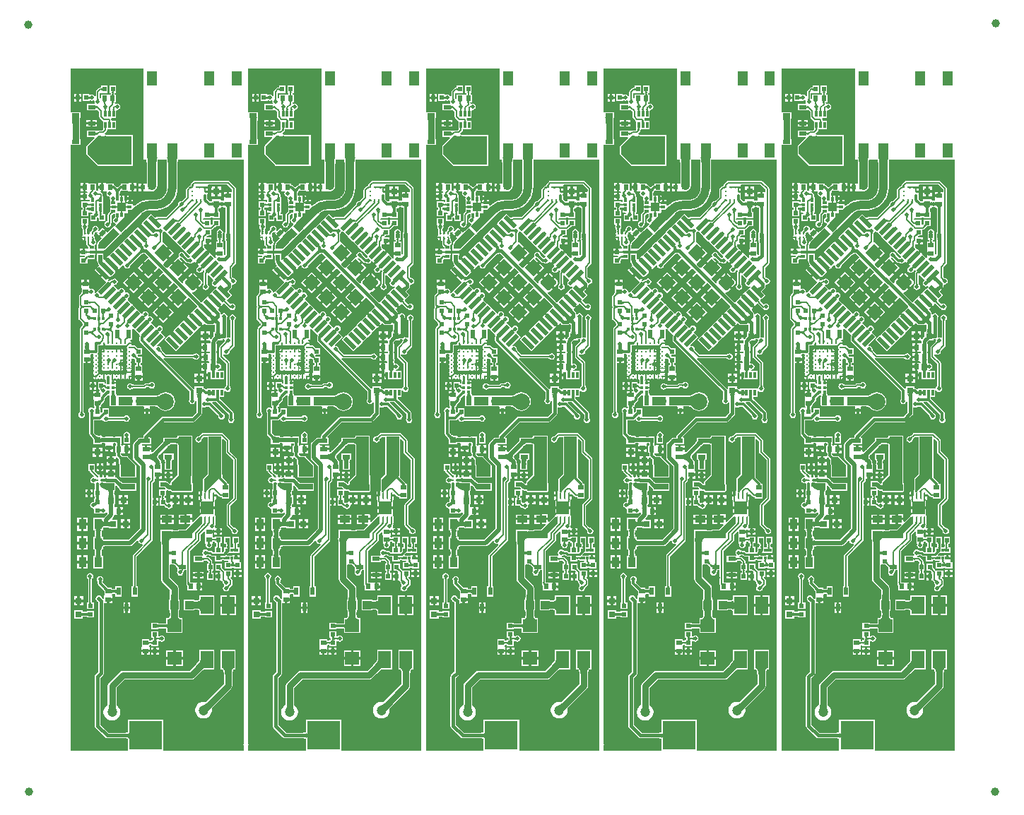
<source format=gbl>
G04*
G04 #@! TF.GenerationSoftware,Altium Limited,Altium Designer,19.1.8 (144)*
G04*
G04 Layer_Physical_Order=2*
G04 Layer_Color=16711680*
%FSAX25Y25*%
%MOIN*%
G70*
G01*
G75*
%ADD10C,0.04724*%
%ADD13C,0.00787*%
%ADD14C,0.01181*%
%ADD15C,0.01575*%
%ADD16C,0.03937*%
%ADD17C,0.01968*%
%ADD18C,0.01181*%
%ADD19C,0.03937*%
%ADD20R,0.00984X0.01083*%
%ADD21R,0.01083X0.00984*%
%ADD22R,0.00394X0.00394*%
%ADD23R,0.03150X0.03150*%
%ADD24R,0.02520X0.02362*%
%ADD25R,0.05118X0.07087*%
%ADD26R,0.02244X0.02441*%
%ADD27R,0.05118X0.03543*%
%ADD28R,0.01968X0.02362*%
%ADD29R,0.15748X0.13780*%
%ADD30R,0.06614X0.05984*%
%ADD31R,0.03937X0.03937*%
%ADD32R,0.02362X0.01968*%
%ADD33R,0.06102X0.08268*%
%ADD34R,0.03740X0.01890*%
G04:AMPARAMS|DCode=35|XSize=39.37mil|YSize=23.62mil|CornerRadius=0mil|HoleSize=0mil|Usage=FLASHONLY|Rotation=315.000|XOffset=0mil|YOffset=0mil|HoleType=Round|Shape=Rectangle|*
%AMROTATEDRECTD35*
4,1,4,-0.02227,0.00557,-0.00557,0.02227,0.02227,-0.00557,0.00557,-0.02227,-0.02227,0.00557,0.0*
%
%ADD35ROTATEDRECTD35*%

%ADD36R,0.02362X0.02520*%
%ADD37R,0.03150X0.03150*%
G04:AMPARAMS|DCode=38|XSize=19.68mil|YSize=66.93mil|CornerRadius=0mil|HoleSize=0mil|Usage=FLASHONLY|Rotation=45.000|XOffset=0mil|YOffset=0mil|HoleType=Round|Shape=Rectangle|*
%AMROTATEDRECTD38*
4,1,4,0.01670,-0.03062,-0.03062,0.01670,-0.01670,0.03062,0.03062,-0.01670,0.01670,-0.03062,0.0*
%
%ADD38ROTATEDRECTD38*%

G04:AMPARAMS|DCode=39|XSize=19.68mil|YSize=66.93mil|CornerRadius=0mil|HoleSize=0mil|Usage=FLASHONLY|Rotation=135.000|XOffset=0mil|YOffset=0mil|HoleType=Round|Shape=Rectangle|*
%AMROTATEDRECTD39*
4,1,4,0.03062,0.01670,-0.01670,-0.03062,-0.03062,-0.01670,0.01670,0.03062,0.03062,0.01670,0.0*
%
%ADD39ROTATEDRECTD39*%

G04:AMPARAMS|DCode=40|XSize=59.06mil|YSize=59.06mil|CornerRadius=5.91mil|HoleSize=0mil|Usage=FLASHONLY|Rotation=135.000|XOffset=0mil|YOffset=0mil|HoleType=Round|Shape=RoundedRectangle|*
%AMROUNDEDRECTD40*
21,1,0.05906,0.04724,0,0,135.0*
21,1,0.04724,0.05906,0,0,135.0*
1,1,0.01181,0.00000,0.03341*
1,1,0.01181,0.03341,0.00000*
1,1,0.01181,0.00000,-0.03341*
1,1,0.01181,-0.03341,0.00000*
%
%ADD40ROUNDEDRECTD40*%
%ADD41P,0.08352X4X180.0*%
%ADD42R,0.01575X0.01968*%
%ADD43R,0.01575X0.01181*%
%ADD44R,0.01181X0.01870*%
%ADD45R,0.01870X0.01181*%
G04:AMPARAMS|DCode=46|XSize=24.41mil|YSize=22.44mil|CornerRadius=0mil|HoleSize=0mil|Usage=FLASHONLY|Rotation=225.000|XOffset=0mil|YOffset=0mil|HoleType=Round|Shape=Rectangle|*
%AMROTATEDRECTD46*
4,1,4,0.00070,0.01656,0.01656,0.00070,-0.00070,-0.01656,-0.01656,-0.00070,0.00070,0.01656,0.0*
%
%ADD46ROTATEDRECTD46*%

%ADD47R,0.01968X0.01181*%
%ADD48R,0.05906X0.06299*%
G04:AMPARAMS|DCode=49|XSize=9.84mil|YSize=33.47mil|CornerRadius=2.46mil|HoleSize=0mil|Usage=FLASHONLY|Rotation=180.000|XOffset=0mil|YOffset=0mil|HoleType=Round|Shape=RoundedRectangle|*
%AMROUNDEDRECTD49*
21,1,0.00984,0.02854,0,0,180.0*
21,1,0.00492,0.03347,0,0,180.0*
1,1,0.00492,-0.00246,0.01427*
1,1,0.00492,0.00246,0.01427*
1,1,0.00492,0.00246,-0.01427*
1,1,0.00492,-0.00246,-0.01427*
%
%ADD49ROUNDEDRECTD49*%
%ADD50R,0.05906X0.18504*%
%ADD51R,0.01181X0.03150*%
%ADD52R,0.01968X0.01575*%
%ADD53R,0.01181X0.01575*%
%ADD54R,0.02362X0.04331*%
%ADD55R,0.01181X0.01772*%
%ADD56R,0.01890X0.03740*%
%ADD57R,0.01968X0.01968*%
%ADD58R,0.01181X0.02756*%
%ADD59R,0.01181X0.01181*%
%ADD60R,0.02244X0.03937*%
%ADD61R,0.02362X0.03937*%
%ADD62R,0.01378X0.01968*%
%ADD63R,0.06693X0.02756*%
%ADD64R,0.03543X0.05118*%
%ADD65C,0.01968*%
%ADD66C,0.00598*%
%ADD67C,0.00945*%
%ADD68C,0.00984*%
%ADD69C,0.02953*%
%ADD70C,0.01673*%
%ADD71C,0.07874*%
G36*
X0379463Y0338605D02*
X0379398Y0338516D01*
X0379341Y0338368D01*
X0379291Y0338162D01*
X0379249Y0337896D01*
X0379188Y0337187D01*
X0379158Y0336242D01*
X0379154Y0335681D01*
X0376201D01*
X0376197Y0336242D01*
X0376064Y0338162D01*
X0376014Y0338368D01*
X0375957Y0338516D01*
X0375892Y0338605D01*
X0375819Y0338634D01*
X0379536D01*
X0379463Y0338605D01*
D02*
G37*
G36*
X0295605D02*
X0295540Y0338516D01*
X0295482Y0338368D01*
X0295433Y0338162D01*
X0295391Y0337896D01*
X0295330Y0337187D01*
X0295299Y0336242D01*
X0295296Y0335681D01*
X0292343D01*
X0292339Y0336242D01*
X0292205Y0338162D01*
X0292156Y0338368D01*
X0292098Y0338516D01*
X0292034Y0338605D01*
X0291961Y0338634D01*
X0295677D01*
X0295605Y0338605D01*
D02*
G37*
G36*
X0211746D02*
X0211682Y0338516D01*
X0211624Y0338368D01*
X0211575Y0338162D01*
X0211533Y0337896D01*
X0211472Y0337187D01*
X0211441Y0336242D01*
X0211437Y0335681D01*
X0208484D01*
X0208481Y0336242D01*
X0208347Y0338162D01*
X0208297Y0338368D01*
X0208240Y0338516D01*
X0208175Y0338605D01*
X0208103Y0338634D01*
X0211819D01*
X0211746Y0338605D01*
D02*
G37*
G36*
X0127888D02*
X0127823Y0338516D01*
X0127766Y0338368D01*
X0127716Y0338162D01*
X0127674Y0337896D01*
X0127613Y0337187D01*
X0127583Y0336242D01*
X0127579Y0335681D01*
X0124626D01*
X0124622Y0336242D01*
X0124489Y0338162D01*
X0124439Y0338368D01*
X0124382Y0338516D01*
X0124317Y0338605D01*
X0124244Y0338634D01*
X0127961D01*
X0127888Y0338605D01*
D02*
G37*
G36*
X0044030D02*
X0043965Y0338516D01*
X0043908Y0338368D01*
X0043858Y0338162D01*
X0043816Y0337896D01*
X0043755Y0337187D01*
X0043724Y0336242D01*
X0043721Y0335681D01*
X0040768D01*
X0040764Y0336242D01*
X0040630Y0338162D01*
X0040581Y0338368D01*
X0040523Y0338516D01*
X0040459Y0338605D01*
X0040386Y0338634D01*
X0044102D01*
X0044030Y0338605D01*
D02*
G37*
G36*
X0425784Y0319500D02*
X0425686Y0319382D01*
X0425599Y0319185D01*
X0425524Y0318910D01*
X0425460Y0318555D01*
X0425408Y0318122D01*
X0425338Y0317020D01*
X0425315Y0315603D01*
X0421378D01*
X0421372Y0316351D01*
X0421234Y0318555D01*
X0421170Y0318910D01*
X0421095Y0319185D01*
X0421008Y0319382D01*
X0420910Y0319500D01*
X0420800Y0319540D01*
X0425894D01*
X0425784Y0319500D01*
D02*
G37*
G36*
X0416327D02*
X0416222Y0319382D01*
X0416130Y0319185D01*
X0416049Y0318910D01*
X0415981Y0318555D01*
X0415926Y0318122D01*
X0415852Y0317020D01*
X0415827Y0315603D01*
X0411890D01*
X0411885Y0316351D01*
X0411696Y0318910D01*
X0411626Y0319185D01*
X0411545Y0319382D01*
X0411453Y0319500D01*
X0411351Y0319540D01*
X0416445D01*
X0416327Y0319500D01*
D02*
G37*
G36*
X0341926D02*
X0341827Y0319382D01*
X0341740Y0319185D01*
X0341665Y0318910D01*
X0341601Y0318555D01*
X0341549Y0318122D01*
X0341480Y0317020D01*
X0341457Y0315603D01*
X0337520D01*
X0337514Y0316351D01*
X0337375Y0318555D01*
X0337312Y0318910D01*
X0337236Y0319185D01*
X0337150Y0319382D01*
X0337051Y0319500D01*
X0336941Y0319540D01*
X0342035D01*
X0341926Y0319500D01*
D02*
G37*
G36*
X0332469D02*
X0332364Y0319382D01*
X0332272Y0319185D01*
X0332191Y0318910D01*
X0332123Y0318555D01*
X0332068Y0318122D01*
X0331993Y0317020D01*
X0331969Y0315603D01*
X0328032D01*
X0328026Y0316351D01*
X0327838Y0318910D01*
X0327767Y0319185D01*
X0327687Y0319382D01*
X0327595Y0319500D01*
X0327492Y0319540D01*
X0332587D01*
X0332469Y0319500D01*
D02*
G37*
G36*
X0258067D02*
X0257969Y0319382D01*
X0257882Y0319185D01*
X0257807Y0318910D01*
X0257743Y0318555D01*
X0257691Y0318122D01*
X0257622Y0317020D01*
X0257599Y0315603D01*
X0253662D01*
X0253656Y0316351D01*
X0253517Y0318555D01*
X0253453Y0318910D01*
X0253378Y0319185D01*
X0253291Y0319382D01*
X0253193Y0319500D01*
X0253083Y0319540D01*
X0258177D01*
X0258067Y0319500D01*
D02*
G37*
G36*
X0248611D02*
X0248506Y0319382D01*
X0248413Y0319185D01*
X0248333Y0318910D01*
X0248265Y0318555D01*
X0248209Y0318122D01*
X0248135Y0317020D01*
X0248110Y0315603D01*
X0244173D01*
X0244168Y0316351D01*
X0243979Y0318910D01*
X0243909Y0319185D01*
X0243828Y0319382D01*
X0243737Y0319500D01*
X0243634Y0319540D01*
X0248728D01*
X0248611Y0319500D01*
D02*
G37*
G36*
X0174209D02*
X0174111Y0319382D01*
X0174024Y0319185D01*
X0173949Y0318910D01*
X0173885Y0318555D01*
X0173833Y0318122D01*
X0173763Y0317020D01*
X0173740Y0315603D01*
X0169803D01*
X0169798Y0316351D01*
X0169659Y0318555D01*
X0169595Y0318910D01*
X0169520Y0319185D01*
X0169433Y0319382D01*
X0169335Y0319500D01*
X0169225Y0319540D01*
X0174319D01*
X0174209Y0319500D01*
D02*
G37*
G36*
X0164753D02*
X0164648Y0319382D01*
X0164555Y0319185D01*
X0164475Y0318910D01*
X0164407Y0318555D01*
X0164351Y0318122D01*
X0164277Y0317020D01*
X0164252Y0315603D01*
X0160315D01*
X0160310Y0316351D01*
X0160121Y0318910D01*
X0160051Y0319185D01*
X0159970Y0319382D01*
X0159878Y0319500D01*
X0159776Y0319540D01*
X0164870D01*
X0164753Y0319500D01*
D02*
G37*
G36*
X0090351D02*
X0090252Y0319382D01*
X0090166Y0319185D01*
X0090090Y0318910D01*
X0090027Y0318555D01*
X0089975Y0318122D01*
X0089905Y0317020D01*
X0089882Y0315603D01*
X0085945D01*
X0085939Y0316351D01*
X0085800Y0318555D01*
X0085737Y0318910D01*
X0085662Y0319185D01*
X0085575Y0319382D01*
X0085476Y0319500D01*
X0085366Y0319540D01*
X0090461D01*
X0090351Y0319500D01*
D02*
G37*
G36*
X0080894D02*
X0080789Y0319382D01*
X0080697Y0319185D01*
X0080616Y0318910D01*
X0080548Y0318555D01*
X0080493Y0318122D01*
X0080418Y0317020D01*
X0080394Y0315603D01*
X0076457D01*
X0076451Y0316351D01*
X0076263Y0318910D01*
X0076193Y0319185D01*
X0076112Y0319382D01*
X0076020Y0319500D01*
X0075918Y0319540D01*
X0081012D01*
X0080894Y0319500D01*
D02*
G37*
G36*
X0398833Y0304415D02*
X0398755Y0304336D01*
X0398527Y0304074D01*
X0398490Y0304022D01*
X0398462Y0303975D01*
X0398441Y0303934D01*
X0398429Y0303898D01*
X0398425Y0303868D01*
X0397451Y0304842D01*
X0397481Y0304846D01*
X0397517Y0304858D01*
X0397558Y0304879D01*
X0397605Y0304907D01*
X0397657Y0304944D01*
X0397777Y0305042D01*
X0397919Y0305172D01*
X0397998Y0305250D01*
X0398833Y0304415D01*
D02*
G37*
G36*
X0396964Y0305172D02*
X0397226Y0304944D01*
X0397278Y0304907D01*
X0397324Y0304879D01*
X0397365Y0304858D01*
X0397401Y0304846D01*
X0397431Y0304842D01*
X0396457Y0303868D01*
X0396453Y0303898D01*
X0396441Y0303934D01*
X0396421Y0303975D01*
X0396392Y0304022D01*
X0396356Y0304074D01*
X0396258Y0304194D01*
X0396127Y0304336D01*
X0396049Y0304415D01*
X0396884Y0305250D01*
X0396964Y0305172D01*
D02*
G37*
G36*
X0314975Y0304415D02*
X0314897Y0304336D01*
X0314668Y0304074D01*
X0314632Y0304022D01*
X0314603Y0303975D01*
X0314583Y0303934D01*
X0314571Y0303898D01*
X0314567Y0303868D01*
X0313593Y0304842D01*
X0313623Y0304846D01*
X0313659Y0304858D01*
X0313700Y0304879D01*
X0313746Y0304907D01*
X0313798Y0304944D01*
X0313919Y0305042D01*
X0314061Y0305172D01*
X0314140Y0305250D01*
X0314975Y0304415D01*
D02*
G37*
G36*
X0313105Y0305172D02*
X0313367Y0304944D01*
X0313419Y0304907D01*
X0313466Y0304879D01*
X0313507Y0304858D01*
X0313543Y0304846D01*
X0313573Y0304842D01*
X0312599Y0303868D01*
X0312595Y0303898D01*
X0312583Y0303934D01*
X0312563Y0303975D01*
X0312534Y0304022D01*
X0312497Y0304074D01*
X0312400Y0304194D01*
X0312269Y0304336D01*
X0312191Y0304415D01*
X0313026Y0305250D01*
X0313105Y0305172D01*
D02*
G37*
G36*
X0231117Y0304415D02*
X0231039Y0304336D01*
X0230810Y0304074D01*
X0230773Y0304022D01*
X0230745Y0303975D01*
X0230725Y0303934D01*
X0230713Y0303898D01*
X0230709Y0303868D01*
X0229734Y0304842D01*
X0229765Y0304846D01*
X0229800Y0304858D01*
X0229841Y0304879D01*
X0229888Y0304907D01*
X0229940Y0304944D01*
X0230060Y0305042D01*
X0230202Y0305172D01*
X0230281Y0305250D01*
X0231117Y0304415D01*
D02*
G37*
G36*
X0229247Y0305172D02*
X0229509Y0304944D01*
X0229561Y0304907D01*
X0229608Y0304879D01*
X0229649Y0304858D01*
X0229684Y0304846D01*
X0229715Y0304842D01*
X0228740Y0303868D01*
X0228737Y0303898D01*
X0228725Y0303934D01*
X0228704Y0303975D01*
X0228676Y0304022D01*
X0228639Y0304074D01*
X0228541Y0304194D01*
X0228410Y0304336D01*
X0228333Y0304415D01*
X0229168Y0305250D01*
X0229247Y0305172D01*
D02*
G37*
G36*
X0147258Y0304415D02*
X0147180Y0304336D01*
X0146952Y0304074D01*
X0146915Y0304022D01*
X0146887Y0303975D01*
X0146866Y0303934D01*
X0146854Y0303898D01*
X0146851Y0303868D01*
X0145876Y0304842D01*
X0145906Y0304846D01*
X0145942Y0304858D01*
X0145983Y0304879D01*
X0146030Y0304907D01*
X0146082Y0304944D01*
X0146202Y0305042D01*
X0146344Y0305172D01*
X0146423Y0305250D01*
X0147258Y0304415D01*
D02*
G37*
G36*
X0145389Y0305172D02*
X0145651Y0304944D01*
X0145703Y0304907D01*
X0145749Y0304879D01*
X0145791Y0304858D01*
X0145826Y0304846D01*
X0145856Y0304842D01*
X0144882Y0303868D01*
X0144878Y0303898D01*
X0144866Y0303934D01*
X0144846Y0303975D01*
X0144817Y0304022D01*
X0144781Y0304074D01*
X0144683Y0304194D01*
X0144552Y0304336D01*
X0144474Y0304415D01*
X0145309Y0305250D01*
X0145389Y0305172D01*
D02*
G37*
G36*
X0063400Y0304415D02*
X0063322Y0304336D01*
X0063093Y0304074D01*
X0063057Y0304022D01*
X0063028Y0303975D01*
X0063008Y0303934D01*
X0062996Y0303898D01*
X0062992Y0303868D01*
X0062018Y0304842D01*
X0062048Y0304846D01*
X0062084Y0304858D01*
X0062125Y0304879D01*
X0062172Y0304907D01*
X0062224Y0304944D01*
X0062344Y0305042D01*
X0062486Y0305172D01*
X0062565Y0305250D01*
X0063400Y0304415D01*
D02*
G37*
G36*
X0061530Y0305172D02*
X0061792Y0304944D01*
X0061844Y0304907D01*
X0061891Y0304879D01*
X0061932Y0304858D01*
X0061968Y0304846D01*
X0061998Y0304842D01*
X0061024Y0303868D01*
X0061020Y0303898D01*
X0061008Y0303934D01*
X0060988Y0303975D01*
X0060959Y0304022D01*
X0060922Y0304074D01*
X0060825Y0304194D01*
X0060694Y0304336D01*
X0060616Y0304415D01*
X0061451Y0305250D01*
X0061530Y0305172D01*
D02*
G37*
G36*
X0398112Y0303131D02*
X0398095Y0303098D01*
X0398080Y0303054D01*
X0398067Y0303001D01*
X0398056Y0302938D01*
X0398041Y0302784D01*
X0398033Y0302591D01*
X0398032Y0302480D01*
X0396851D01*
X0396850Y0302591D01*
X0396826Y0302938D01*
X0396815Y0303001D01*
X0396802Y0303054D01*
X0396788Y0303098D01*
X0396771Y0303131D01*
X0396752Y0303155D01*
X0398130D01*
X0398112Y0303131D01*
D02*
G37*
G36*
X0314253D02*
X0314236Y0303098D01*
X0314222Y0303054D01*
X0314209Y0303001D01*
X0314198Y0302938D01*
X0314182Y0302784D01*
X0314174Y0302591D01*
X0314173Y0302480D01*
X0312992D01*
X0312991Y0302591D01*
X0312968Y0302938D01*
X0312957Y0303001D01*
X0312944Y0303054D01*
X0312929Y0303098D01*
X0312913Y0303131D01*
X0312894Y0303155D01*
X0314272D01*
X0314253Y0303131D01*
D02*
G37*
G36*
X0230395D02*
X0230378Y0303098D01*
X0230363Y0303054D01*
X0230351Y0303001D01*
X0230340Y0302938D01*
X0230324Y0302784D01*
X0230316Y0302591D01*
X0230315Y0302480D01*
X0229134D01*
X0229133Y0302591D01*
X0229109Y0302938D01*
X0229099Y0303001D01*
X0229086Y0303054D01*
X0229071Y0303098D01*
X0229054Y0303131D01*
X0229036Y0303155D01*
X0230414D01*
X0230395Y0303131D01*
D02*
G37*
G36*
X0146537D02*
X0146520Y0303098D01*
X0146505Y0303054D01*
X0146492Y0303001D01*
X0146481Y0302938D01*
X0146466Y0302784D01*
X0146458Y0302591D01*
X0146457Y0302480D01*
X0145276D01*
X0145275Y0302591D01*
X0145251Y0302938D01*
X0145240Y0303001D01*
X0145228Y0303054D01*
X0145213Y0303098D01*
X0145196Y0303131D01*
X0145177Y0303155D01*
X0146555D01*
X0146537Y0303131D01*
D02*
G37*
G36*
X0062678D02*
X0062661Y0303098D01*
X0062647Y0303054D01*
X0062634Y0303001D01*
X0062623Y0302938D01*
X0062607Y0302784D01*
X0062599Y0302591D01*
X0062599Y0302480D01*
X0061417D01*
X0061417Y0302591D01*
X0061393Y0302938D01*
X0061382Y0303001D01*
X0061369Y0303054D01*
X0061354Y0303098D01*
X0061338Y0303131D01*
X0061319Y0303155D01*
X0062697D01*
X0062678Y0303131D01*
D02*
G37*
G36*
X0395750Y0299514D02*
X0396043D01*
X0395987Y0299453D01*
X0395937Y0299389D01*
X0395893Y0299321D01*
X0395854Y0299248D01*
X0395822Y0299171D01*
X0395803Y0299114D01*
X0395811Y0299084D01*
X0395847Y0298996D01*
X0395890Y0298924D01*
X0395941Y0298868D01*
X0396000Y0298828D01*
X0396067Y0298803D01*
X0396142Y0298795D01*
X0395750Y0298798D01*
X0395748Y0298724D01*
X0394961D01*
X0394958Y0298804D01*
X0394569Y0298807D01*
X0394644Y0298815D01*
X0394710Y0298838D01*
X0394769Y0298878D01*
X0394820Y0298933D01*
X0394863Y0299004D01*
X0394898Y0299090D01*
X0394905Y0299116D01*
X0394887Y0299171D01*
X0394854Y0299248D01*
X0394816Y0299321D01*
X0394772Y0299389D01*
X0394722Y0299453D01*
X0394666Y0299514D01*
X0394959D01*
X0394961Y0299594D01*
X0395748D01*
X0395750Y0299514D01*
D02*
G37*
G36*
X0311892D02*
X0312185D01*
X0312129Y0299453D01*
X0312079Y0299389D01*
X0312035Y0299321D01*
X0311996Y0299248D01*
X0311964Y0299171D01*
X0311945Y0299114D01*
X0311953Y0299084D01*
X0311988Y0298996D01*
X0312032Y0298924D01*
X0312083Y0298868D01*
X0312142Y0298828D01*
X0312209Y0298803D01*
X0312284Y0298795D01*
X0311892Y0298798D01*
X0311890Y0298724D01*
X0311103D01*
X0311100Y0298804D01*
X0310711Y0298807D01*
X0310785Y0298815D01*
X0310852Y0298838D01*
X0310911Y0298878D01*
X0310962Y0298933D01*
X0311005Y0299004D01*
X0311040Y0299090D01*
X0311047Y0299116D01*
X0311029Y0299171D01*
X0310996Y0299248D01*
X0310958Y0299321D01*
X0310913Y0299389D01*
X0310863Y0299453D01*
X0310807Y0299514D01*
X0311100D01*
X0311103Y0299594D01*
X0311890D01*
X0311892Y0299514D01*
D02*
G37*
G36*
X0228034D02*
X0228327D01*
X0228271Y0299453D01*
X0228221Y0299389D01*
X0228176Y0299321D01*
X0228138Y0299248D01*
X0228105Y0299171D01*
X0228087Y0299114D01*
X0228095Y0299084D01*
X0228130Y0298996D01*
X0228173Y0298924D01*
X0228224Y0298868D01*
X0228284Y0298828D01*
X0228350Y0298803D01*
X0228425Y0298795D01*
X0228034Y0298798D01*
X0228032Y0298724D01*
X0227244D01*
X0227242Y0298804D01*
X0226853Y0298807D01*
X0226927Y0298815D01*
X0226994Y0298838D01*
X0227052Y0298878D01*
X0227103Y0298933D01*
X0227146Y0299004D01*
X0227182Y0299090D01*
X0227188Y0299116D01*
X0227170Y0299171D01*
X0227138Y0299248D01*
X0227099Y0299321D01*
X0227055Y0299389D01*
X0227005Y0299453D01*
X0226949Y0299514D01*
X0227242D01*
X0227244Y0299594D01*
X0228032D01*
X0228034Y0299514D01*
D02*
G37*
G36*
X0144175D02*
X0144469D01*
X0144413Y0299453D01*
X0144362Y0299389D01*
X0144318Y0299321D01*
X0144280Y0299248D01*
X0144247Y0299171D01*
X0144228Y0299114D01*
X0144236Y0299084D01*
X0144272Y0298996D01*
X0144315Y0298924D01*
X0144366Y0298868D01*
X0144425Y0298828D01*
X0144492Y0298803D01*
X0144567Y0298795D01*
X0144176Y0298798D01*
X0144173Y0298724D01*
X0143386D01*
X0143384Y0298804D01*
X0142994Y0298807D01*
X0143069Y0298815D01*
X0143135Y0298838D01*
X0143194Y0298878D01*
X0143245Y0298933D01*
X0143288Y0299004D01*
X0143323Y0299090D01*
X0143330Y0299116D01*
X0143312Y0299171D01*
X0143280Y0299248D01*
X0143241Y0299321D01*
X0143197Y0299389D01*
X0143147Y0299453D01*
X0143091Y0299514D01*
X0143384D01*
X0143386Y0299594D01*
X0144173D01*
X0144175Y0299514D01*
D02*
G37*
G36*
X0060317D02*
X0060610D01*
X0060554Y0299453D01*
X0060504Y0299389D01*
X0060460Y0299321D01*
X0060421Y0299248D01*
X0060389Y0299171D01*
X0060370Y0299114D01*
X0060378Y0299084D01*
X0060413Y0298996D01*
X0060457Y0298924D01*
X0060508Y0298868D01*
X0060567Y0298828D01*
X0060634Y0298803D01*
X0060709Y0298795D01*
X0060317Y0298798D01*
X0060315Y0298724D01*
X0059528D01*
X0059525Y0298804D01*
X0059136Y0298807D01*
X0059210Y0298815D01*
X0059277Y0298838D01*
X0059336Y0298878D01*
X0059387Y0298933D01*
X0059430Y0299004D01*
X0059465Y0299090D01*
X0059472Y0299116D01*
X0059454Y0299171D01*
X0059421Y0299248D01*
X0059383Y0299321D01*
X0059339Y0299389D01*
X0059289Y0299453D01*
X0059232Y0299514D01*
X0059526D01*
X0059528Y0299594D01*
X0060315D01*
X0060317Y0299514D01*
D02*
G37*
G36*
X0399943Y0299120D02*
X0399896Y0299102D01*
X0399854Y0299072D01*
X0399817Y0299030D01*
X0399787Y0298977D01*
X0399762Y0298911D01*
X0399742Y0298833D01*
X0399728Y0298743D01*
X0399722Y0298674D01*
X0399729Y0298599D01*
X0399744Y0298510D01*
X0399765Y0298432D01*
X0399792Y0298366D01*
X0399825Y0298312D01*
X0399863Y0298270D01*
X0399908Y0298240D01*
X0399959Y0298222D01*
X0400016Y0298216D01*
X0398819D01*
X0398876Y0298222D01*
X0398927Y0298240D01*
X0398972Y0298270D01*
X0399011Y0298312D01*
X0399044Y0298366D01*
X0399071Y0298432D01*
X0399091Y0298510D01*
X0399106Y0298599D01*
X0399113Y0298674D01*
X0399107Y0298743D01*
X0399093Y0298833D01*
X0399074Y0298911D01*
X0399048Y0298977D01*
X0399018Y0299030D01*
X0398981Y0299072D01*
X0398940Y0299102D01*
X0398892Y0299120D01*
X0398839Y0299126D01*
X0399996D01*
X0399943Y0299120D01*
D02*
G37*
G36*
X0316085D02*
X0316037Y0299102D01*
X0315995Y0299072D01*
X0315959Y0299030D01*
X0315928Y0298977D01*
X0315903Y0298911D01*
X0315884Y0298833D01*
X0315870Y0298743D01*
X0315864Y0298674D01*
X0315870Y0298599D01*
X0315885Y0298510D01*
X0315906Y0298432D01*
X0315933Y0298366D01*
X0315966Y0298312D01*
X0316005Y0298270D01*
X0316050Y0298240D01*
X0316101Y0298222D01*
X0316158Y0298216D01*
X0314961D01*
X0315018Y0298222D01*
X0315069Y0298240D01*
X0315113Y0298270D01*
X0315152Y0298312D01*
X0315185Y0298366D01*
X0315212Y0298432D01*
X0315233Y0298510D01*
X0315248Y0298599D01*
X0315255Y0298674D01*
X0315249Y0298743D01*
X0315235Y0298833D01*
X0315215Y0298911D01*
X0315190Y0298977D01*
X0315160Y0299030D01*
X0315123Y0299072D01*
X0315081Y0299102D01*
X0315034Y0299120D01*
X0314981Y0299126D01*
X0316138D01*
X0316085Y0299120D01*
D02*
G37*
G36*
X0232226D02*
X0232179Y0299102D01*
X0232137Y0299072D01*
X0232101Y0299030D01*
X0232070Y0298977D01*
X0232045Y0298911D01*
X0232025Y0298833D01*
X0232011Y0298743D01*
X0232006Y0298674D01*
X0232012Y0298599D01*
X0232027Y0298510D01*
X0232048Y0298432D01*
X0232075Y0298366D01*
X0232108Y0298312D01*
X0232147Y0298270D01*
X0232192Y0298240D01*
X0232242Y0298222D01*
X0232299Y0298216D01*
X0231102D01*
X0231159Y0298222D01*
X0231210Y0298240D01*
X0231255Y0298270D01*
X0231294Y0298312D01*
X0231327Y0298366D01*
X0231354Y0298432D01*
X0231375Y0298510D01*
X0231390Y0298599D01*
X0231396Y0298674D01*
X0231391Y0298743D01*
X0231377Y0298833D01*
X0231357Y0298911D01*
X0231332Y0298977D01*
X0231301Y0299030D01*
X0231265Y0299072D01*
X0231223Y0299102D01*
X0231175Y0299120D01*
X0231122Y0299126D01*
X0232279D01*
X0232226Y0299120D01*
D02*
G37*
G36*
X0148368D02*
X0148321Y0299102D01*
X0148279Y0299072D01*
X0148242Y0299030D01*
X0148212Y0298977D01*
X0148187Y0298911D01*
X0148167Y0298833D01*
X0148153Y0298743D01*
X0148147Y0298674D01*
X0148154Y0298599D01*
X0148169Y0298510D01*
X0148190Y0298432D01*
X0148217Y0298366D01*
X0148250Y0298312D01*
X0148289Y0298270D01*
X0148333Y0298240D01*
X0148384Y0298222D01*
X0148441Y0298216D01*
X0147244D01*
X0147301Y0298222D01*
X0147352Y0298240D01*
X0147397Y0298270D01*
X0147436Y0298312D01*
X0147469Y0298366D01*
X0147496Y0298432D01*
X0147517Y0298510D01*
X0147531Y0298599D01*
X0147538Y0298674D01*
X0147532Y0298743D01*
X0147518Y0298833D01*
X0147499Y0298911D01*
X0147474Y0298977D01*
X0147443Y0299030D01*
X0147407Y0299072D01*
X0147365Y0299102D01*
X0147317Y0299120D01*
X0147264Y0299126D01*
X0148421D01*
X0148368Y0299120D01*
D02*
G37*
G36*
X0064510D02*
X0064462Y0299102D01*
X0064420Y0299072D01*
X0064384Y0299030D01*
X0064353Y0298977D01*
X0064328Y0298911D01*
X0064309Y0298833D01*
X0064295Y0298743D01*
X0064289Y0298674D01*
X0064296Y0298599D01*
X0064310Y0298510D01*
X0064332Y0298432D01*
X0064358Y0298366D01*
X0064391Y0298312D01*
X0064430Y0298270D01*
X0064475Y0298240D01*
X0064526Y0298222D01*
X0064583Y0298216D01*
X0063386D01*
X0063443Y0298222D01*
X0063494Y0298240D01*
X0063538Y0298270D01*
X0063577Y0298312D01*
X0063610Y0298366D01*
X0063637Y0298432D01*
X0063658Y0298510D01*
X0063673Y0298599D01*
X0063680Y0298674D01*
X0063674Y0298743D01*
X0063660Y0298833D01*
X0063640Y0298911D01*
X0063615Y0298977D01*
X0063585Y0299030D01*
X0063548Y0299072D01*
X0063506Y0299102D01*
X0063459Y0299120D01*
X0063406Y0299126D01*
X0064563D01*
X0064510Y0299120D01*
D02*
G37*
G36*
X0401930Y0299256D02*
X0401898Y0299233D01*
X0401870Y0299193D01*
X0401846Y0299138D01*
X0401826Y0299067D01*
X0401809Y0298980D01*
X0401796Y0298878D01*
X0401782Y0298626D01*
X0401782Y0298624D01*
X0401782D01*
X0402136Y0298652D01*
X0402223Y0298668D01*
X0402294Y0298689D01*
X0402349Y0298713D01*
X0402388Y0298740D01*
X0402412Y0298772D01*
X0402420Y0298807D01*
Y0297650D01*
X0402412Y0297685D01*
X0402388Y0297716D01*
X0402349Y0297744D01*
X0402294Y0297768D01*
X0402223Y0297789D01*
X0402136Y0297805D01*
X0402034Y0297818D01*
X0401782Y0297833D01*
X0401632Y0297835D01*
Y0298477D01*
X0400992D01*
X0400990Y0298626D01*
X0400963Y0298980D01*
X0400946Y0299067D01*
X0400926Y0299138D01*
X0400902Y0299193D01*
X0400874Y0299233D01*
X0400843Y0299256D01*
X0400808Y0299264D01*
X0401965D01*
X0401930Y0299256D01*
D02*
G37*
G36*
X0318071D02*
X0318040Y0299233D01*
X0318012Y0299193D01*
X0317988Y0299138D01*
X0317968Y0299067D01*
X0317951Y0298980D01*
X0317938Y0298878D01*
X0317923Y0298626D01*
X0317923Y0298624D01*
X0317924D01*
X0318278Y0298652D01*
X0318365Y0298668D01*
X0318436Y0298689D01*
X0318491Y0298713D01*
X0318530Y0298740D01*
X0318554Y0298772D01*
X0318561Y0298807D01*
Y0297650D01*
X0318554Y0297685D01*
X0318530Y0297716D01*
X0318491Y0297744D01*
X0318436Y0297768D01*
X0318365Y0297789D01*
X0318278Y0297805D01*
X0318176Y0297818D01*
X0317924Y0297833D01*
X0317774Y0297835D01*
Y0298477D01*
X0317134D01*
X0317132Y0298626D01*
X0317105Y0298980D01*
X0317088Y0299067D01*
X0317068Y0299138D01*
X0317043Y0299193D01*
X0317016Y0299233D01*
X0316984Y0299256D01*
X0316949Y0299264D01*
X0318106D01*
X0318071Y0299256D01*
D02*
G37*
G36*
X0234213D02*
X0234181Y0299233D01*
X0234154Y0299193D01*
X0234130Y0299138D01*
X0234109Y0299067D01*
X0234093Y0298980D01*
X0234080Y0298878D01*
X0234065Y0298626D01*
X0234065Y0298624D01*
X0234065D01*
X0234420Y0298652D01*
X0234506Y0298668D01*
X0234577Y0298689D01*
X0234632Y0298713D01*
X0234672Y0298740D01*
X0234695Y0298772D01*
X0234703Y0298807D01*
Y0297650D01*
X0234695Y0297685D01*
X0234672Y0297716D01*
X0234632Y0297744D01*
X0234577Y0297768D01*
X0234506Y0297789D01*
X0234420Y0297805D01*
X0234317Y0297818D01*
X0234065Y0297833D01*
X0233916Y0297835D01*
Y0298477D01*
X0233276D01*
X0233274Y0298626D01*
X0233246Y0298980D01*
X0233230Y0299067D01*
X0233209Y0299138D01*
X0233185Y0299193D01*
X0233157Y0299233D01*
X0233126Y0299256D01*
X0233091Y0299264D01*
X0234248D01*
X0234213Y0299256D01*
D02*
G37*
G36*
X0150355D02*
X0150323Y0299233D01*
X0150295Y0299193D01*
X0150271Y0299138D01*
X0150251Y0299067D01*
X0150234Y0298980D01*
X0150222Y0298878D01*
X0150207Y0298626D01*
X0150207Y0298624D01*
X0150207D01*
X0150561Y0298652D01*
X0150648Y0298668D01*
X0150719Y0298689D01*
X0150774Y0298713D01*
X0150813Y0298740D01*
X0150837Y0298772D01*
X0150845Y0298807D01*
Y0297650D01*
X0150837Y0297685D01*
X0150813Y0297716D01*
X0150774Y0297744D01*
X0150719Y0297768D01*
X0150648Y0297789D01*
X0150561Y0297805D01*
X0150459Y0297818D01*
X0150207Y0297833D01*
X0150057Y0297835D01*
Y0298477D01*
X0149417D01*
X0149416Y0298626D01*
X0149388Y0298980D01*
X0149371Y0299067D01*
X0149351Y0299138D01*
X0149327Y0299193D01*
X0149299Y0299233D01*
X0149268Y0299256D01*
X0149233Y0299264D01*
X0150390D01*
X0150355Y0299256D01*
D02*
G37*
G36*
X0066496D02*
X0066465Y0299233D01*
X0066437Y0299193D01*
X0066413Y0299138D01*
X0066393Y0299067D01*
X0066376Y0298980D01*
X0066363Y0298878D01*
X0066348Y0298626D01*
X0066348Y0298624D01*
X0066349D01*
X0066703Y0298652D01*
X0066790Y0298668D01*
X0066861Y0298689D01*
X0066916Y0298713D01*
X0066955Y0298740D01*
X0066979Y0298772D01*
X0066987Y0298807D01*
Y0297650D01*
X0066979Y0297685D01*
X0066955Y0297716D01*
X0066916Y0297744D01*
X0066861Y0297768D01*
X0066790Y0297789D01*
X0066703Y0297805D01*
X0066601Y0297818D01*
X0066349Y0297833D01*
X0066199Y0297835D01*
Y0298477D01*
X0065559D01*
X0065557Y0298626D01*
X0065530Y0298980D01*
X0065513Y0299067D01*
X0065493Y0299138D01*
X0065469Y0299193D01*
X0065441Y0299233D01*
X0065409Y0299256D01*
X0065374Y0299264D01*
X0066531D01*
X0066496Y0299256D01*
D02*
G37*
G36*
X0399721Y0297700D02*
X0399732Y0297613D01*
X0399752Y0297528D01*
X0399779Y0297443D01*
X0399814Y0297360D01*
X0399857Y0297278D01*
X0399908Y0297198D01*
X0399966Y0297118D01*
X0400033Y0297040D01*
X0400106Y0296963D01*
X0398729D01*
X0398803Y0297040D01*
X0398869Y0297118D01*
X0398927Y0297198D01*
X0398978Y0297278D01*
X0399021Y0297360D01*
X0399056Y0297443D01*
X0399083Y0297528D01*
X0399103Y0297613D01*
X0399114Y0297700D01*
X0399118Y0297788D01*
X0399717D01*
X0399721Y0297700D01*
D02*
G37*
G36*
X0315862D02*
X0315874Y0297613D01*
X0315894Y0297528D01*
X0315921Y0297443D01*
X0315956Y0297360D01*
X0315999Y0297278D01*
X0316050Y0297198D01*
X0316108Y0297118D01*
X0316174Y0297040D01*
X0316248Y0296963D01*
X0314870D01*
X0314944Y0297040D01*
X0315011Y0297118D01*
X0315069Y0297198D01*
X0315120Y0297278D01*
X0315163Y0297360D01*
X0315198Y0297443D01*
X0315225Y0297528D01*
X0315245Y0297613D01*
X0315256Y0297700D01*
X0315260Y0297788D01*
X0315859D01*
X0315862Y0297700D01*
D02*
G37*
G36*
X0232004D02*
X0232016Y0297613D01*
X0232035Y0297528D01*
X0232063Y0297443D01*
X0232098Y0297360D01*
X0232140Y0297278D01*
X0232191Y0297198D01*
X0232250Y0297118D01*
X0232316Y0297040D01*
X0232390Y0296963D01*
X0231012D01*
X0231086Y0297040D01*
X0231152Y0297118D01*
X0231211Y0297198D01*
X0231261Y0297278D01*
X0231304Y0297360D01*
X0231339Y0297443D01*
X0231367Y0297528D01*
X0231386Y0297613D01*
X0231398Y0297700D01*
X0231402Y0297788D01*
X0232000D01*
X0232004Y0297700D01*
D02*
G37*
G36*
X0148146D02*
X0148158Y0297613D01*
X0148177Y0297528D01*
X0148204Y0297443D01*
X0148239Y0297360D01*
X0148282Y0297278D01*
X0148333Y0297198D01*
X0148391Y0297118D01*
X0148458Y0297040D01*
X0148532Y0296963D01*
X0147154D01*
X0147228Y0297040D01*
X0147294Y0297118D01*
X0147353Y0297198D01*
X0147403Y0297278D01*
X0147446Y0297360D01*
X0147481Y0297443D01*
X0147508Y0297528D01*
X0147528Y0297613D01*
X0147540Y0297700D01*
X0147544Y0297788D01*
X0148142D01*
X0148146Y0297700D01*
D02*
G37*
G36*
X0064288D02*
X0064299Y0297613D01*
X0064319Y0297528D01*
X0064346Y0297443D01*
X0064381Y0297360D01*
X0064424Y0297278D01*
X0064475Y0297198D01*
X0064533Y0297118D01*
X0064599Y0297040D01*
X0064673Y0296963D01*
X0063295D01*
X0063369Y0297040D01*
X0063436Y0297118D01*
X0063494Y0297198D01*
X0063545Y0297278D01*
X0063588Y0297360D01*
X0063623Y0297443D01*
X0063650Y0297528D01*
X0063670Y0297613D01*
X0063681Y0297700D01*
X0063685Y0297788D01*
X0064284D01*
X0064288Y0297700D01*
D02*
G37*
G36*
X0397473Y0295661D02*
X0397467Y0295718D01*
X0397449Y0295769D01*
X0397418Y0295814D01*
X0397375Y0295853D01*
X0397321Y0295886D01*
X0397253Y0295913D01*
X0397174Y0295934D01*
X0397082Y0295949D01*
X0397006Y0295955D01*
X0396936Y0295950D01*
X0396846Y0295936D01*
X0396769Y0295916D01*
X0396703Y0295891D01*
X0396649Y0295860D01*
X0396607Y0295824D01*
X0396577Y0295782D01*
X0396559Y0295734D01*
X0396553Y0295681D01*
Y0296838D01*
X0396559Y0296785D01*
X0396577Y0296738D01*
X0396607Y0296696D01*
X0396649Y0296660D01*
X0396703Y0296629D01*
X0396769Y0296604D01*
X0396846Y0296584D01*
X0396936Y0296570D01*
X0397006Y0296565D01*
X0397082Y0296571D01*
X0397174Y0296586D01*
X0397253Y0296607D01*
X0397321Y0296634D01*
X0397375Y0296667D01*
X0397418Y0296706D01*
X0397449Y0296751D01*
X0397467Y0296801D01*
X0397473Y0296858D01*
Y0295661D01*
D02*
G37*
G36*
X0313615D02*
X0313609Y0295718D01*
X0313590Y0295769D01*
X0313560Y0295814D01*
X0313517Y0295853D01*
X0313462Y0295886D01*
X0313395Y0295913D01*
X0313316Y0295934D01*
X0313224Y0295949D01*
X0313148Y0295955D01*
X0313078Y0295950D01*
X0312988Y0295936D01*
X0312910Y0295916D01*
X0312844Y0295891D01*
X0312791Y0295860D01*
X0312749Y0295824D01*
X0312719Y0295782D01*
X0312701Y0295734D01*
X0312695Y0295681D01*
Y0296838D01*
X0312701Y0296785D01*
X0312719Y0296738D01*
X0312749Y0296696D01*
X0312791Y0296660D01*
X0312844Y0296629D01*
X0312910Y0296604D01*
X0312988Y0296584D01*
X0313078Y0296570D01*
X0313148Y0296565D01*
X0313224Y0296571D01*
X0313316Y0296586D01*
X0313395Y0296607D01*
X0313462Y0296634D01*
X0313517Y0296667D01*
X0313560Y0296706D01*
X0313590Y0296751D01*
X0313609Y0296801D01*
X0313615Y0296858D01*
Y0295661D01*
D02*
G37*
G36*
X0229756D02*
X0229750Y0295718D01*
X0229732Y0295769D01*
X0229701Y0295814D01*
X0229659Y0295853D01*
X0229604Y0295886D01*
X0229537Y0295913D01*
X0229457Y0295934D01*
X0229366Y0295949D01*
X0229290Y0295955D01*
X0229220Y0295950D01*
X0229130Y0295936D01*
X0229052Y0295916D01*
X0228986Y0295891D01*
X0228932Y0295860D01*
X0228890Y0295824D01*
X0228860Y0295782D01*
X0228843Y0295734D01*
X0228837Y0295681D01*
Y0296838D01*
X0228843Y0296785D01*
X0228860Y0296738D01*
X0228890Y0296696D01*
X0228932Y0296660D01*
X0228986Y0296629D01*
X0229052Y0296604D01*
X0229130Y0296584D01*
X0229220Y0296570D01*
X0229290Y0296565D01*
X0229366Y0296571D01*
X0229457Y0296586D01*
X0229537Y0296607D01*
X0229604Y0296634D01*
X0229659Y0296667D01*
X0229701Y0296706D01*
X0229732Y0296751D01*
X0229750Y0296801D01*
X0229756Y0296858D01*
Y0295661D01*
D02*
G37*
G36*
X0145898D02*
X0145892Y0295718D01*
X0145874Y0295769D01*
X0145843Y0295814D01*
X0145800Y0295853D01*
X0145746Y0295886D01*
X0145678Y0295913D01*
X0145599Y0295934D01*
X0145508Y0295949D01*
X0145431Y0295955D01*
X0145361Y0295950D01*
X0145272Y0295936D01*
X0145194Y0295916D01*
X0145128Y0295891D01*
X0145074Y0295860D01*
X0145032Y0295824D01*
X0145002Y0295782D01*
X0144984Y0295734D01*
X0144978Y0295681D01*
Y0296838D01*
X0144984Y0296785D01*
X0145002Y0296738D01*
X0145032Y0296696D01*
X0145074Y0296660D01*
X0145128Y0296629D01*
X0145194Y0296604D01*
X0145272Y0296584D01*
X0145361Y0296570D01*
X0145431Y0296565D01*
X0145508Y0296571D01*
X0145599Y0296586D01*
X0145678Y0296607D01*
X0145746Y0296634D01*
X0145800Y0296667D01*
X0145843Y0296706D01*
X0145874Y0296751D01*
X0145892Y0296801D01*
X0145898Y0296858D01*
Y0295661D01*
D02*
G37*
G36*
X0062040D02*
X0062034Y0295718D01*
X0062015Y0295769D01*
X0061985Y0295814D01*
X0061942Y0295853D01*
X0061887Y0295886D01*
X0061820Y0295913D01*
X0061741Y0295934D01*
X0061649Y0295949D01*
X0061573Y0295955D01*
X0061503Y0295950D01*
X0061413Y0295936D01*
X0061335Y0295916D01*
X0061270Y0295891D01*
X0061216Y0295860D01*
X0061174Y0295824D01*
X0061144Y0295782D01*
X0061126Y0295734D01*
X0061120Y0295681D01*
Y0296838D01*
X0061126Y0296785D01*
X0061144Y0296738D01*
X0061174Y0296696D01*
X0061216Y0296660D01*
X0061270Y0296629D01*
X0061335Y0296604D01*
X0061413Y0296584D01*
X0061503Y0296570D01*
X0061573Y0296565D01*
X0061649Y0296571D01*
X0061741Y0296586D01*
X0061820Y0296607D01*
X0061887Y0296634D01*
X0061942Y0296667D01*
X0061985Y0296706D01*
X0062015Y0296751D01*
X0062034Y0296801D01*
X0062040Y0296858D01*
Y0295661D01*
D02*
G37*
G36*
X0401368Y0296801D02*
X0401386Y0296751D01*
X0401417Y0296706D01*
X0401460Y0296667D01*
X0401515Y0296634D01*
X0401582Y0296607D01*
X0401661Y0296586D01*
X0401753Y0296571D01*
X0401829Y0296565D01*
X0401899Y0296570D01*
X0401989Y0296584D01*
X0402067Y0296604D01*
X0402132Y0296629D01*
X0402186Y0296660D01*
X0402228Y0296696D01*
X0402258Y0296738D01*
X0402276Y0296785D01*
X0402282Y0296838D01*
Y0295681D01*
X0402276Y0295734D01*
X0402258Y0295782D01*
X0402228Y0295824D01*
X0402186Y0295860D01*
X0402132Y0295891D01*
X0402067Y0295916D01*
X0401989Y0295936D01*
X0401899Y0295950D01*
X0401829Y0295955D01*
X0401753Y0295949D01*
X0401661Y0295934D01*
X0401582Y0295913D01*
X0401515Y0295886D01*
X0401460Y0295853D01*
X0401417Y0295814D01*
X0401386Y0295769D01*
X0401368Y0295718D01*
X0401362Y0295661D01*
Y0296858D01*
X0401368Y0296801D01*
D02*
G37*
G36*
X0317510D02*
X0317528Y0296751D01*
X0317559Y0296706D01*
X0317601Y0296667D01*
X0317656Y0296634D01*
X0317723Y0296607D01*
X0317803Y0296586D01*
X0317895Y0296571D01*
X0317970Y0296565D01*
X0318041Y0296570D01*
X0318130Y0296584D01*
X0318208Y0296604D01*
X0318274Y0296629D01*
X0318328Y0296660D01*
X0318370Y0296696D01*
X0318400Y0296738D01*
X0318418Y0296785D01*
X0318424Y0296838D01*
Y0295681D01*
X0318418Y0295734D01*
X0318400Y0295782D01*
X0318370Y0295824D01*
X0318328Y0295860D01*
X0318274Y0295891D01*
X0318208Y0295916D01*
X0318130Y0295936D01*
X0318041Y0295950D01*
X0317970Y0295955D01*
X0317895Y0295949D01*
X0317803Y0295934D01*
X0317723Y0295913D01*
X0317656Y0295886D01*
X0317601Y0295853D01*
X0317559Y0295814D01*
X0317528Y0295769D01*
X0317510Y0295718D01*
X0317504Y0295661D01*
Y0296858D01*
X0317510Y0296801D01*
D02*
G37*
G36*
X0233652D02*
X0233670Y0296751D01*
X0233700Y0296706D01*
X0233743Y0296667D01*
X0233798Y0296634D01*
X0233865Y0296607D01*
X0233945Y0296586D01*
X0234036Y0296571D01*
X0234112Y0296565D01*
X0234182Y0296570D01*
X0234272Y0296584D01*
X0234350Y0296604D01*
X0234416Y0296629D01*
X0234470Y0296660D01*
X0234511Y0296696D01*
X0234541Y0296738D01*
X0234559Y0296785D01*
X0234565Y0296838D01*
Y0295681D01*
X0234559Y0295734D01*
X0234541Y0295782D01*
X0234511Y0295824D01*
X0234470Y0295860D01*
X0234416Y0295891D01*
X0234350Y0295916D01*
X0234272Y0295936D01*
X0234182Y0295950D01*
X0234112Y0295955D01*
X0234036Y0295949D01*
X0233945Y0295934D01*
X0233865Y0295913D01*
X0233798Y0295886D01*
X0233743Y0295853D01*
X0233700Y0295814D01*
X0233670Y0295769D01*
X0233652Y0295718D01*
X0233646Y0295661D01*
Y0296858D01*
X0233652Y0296801D01*
D02*
G37*
G36*
X0149793D02*
X0149812Y0296751D01*
X0149842Y0296706D01*
X0149885Y0296667D01*
X0149940Y0296634D01*
X0150007Y0296607D01*
X0150086Y0296586D01*
X0150178Y0296571D01*
X0150254Y0296565D01*
X0150324Y0296570D01*
X0150414Y0296584D01*
X0150492Y0296604D01*
X0150557Y0296629D01*
X0150611Y0296660D01*
X0150653Y0296696D01*
X0150683Y0296738D01*
X0150701Y0296785D01*
X0150707Y0296838D01*
Y0295681D01*
X0150701Y0295734D01*
X0150683Y0295782D01*
X0150653Y0295824D01*
X0150611Y0295860D01*
X0150557Y0295891D01*
X0150492Y0295916D01*
X0150414Y0295936D01*
X0150324Y0295950D01*
X0150254Y0295955D01*
X0150178Y0295949D01*
X0150086Y0295934D01*
X0150007Y0295913D01*
X0149940Y0295886D01*
X0149885Y0295853D01*
X0149842Y0295814D01*
X0149812Y0295769D01*
X0149793Y0295718D01*
X0149787Y0295661D01*
Y0296858D01*
X0149793Y0296801D01*
D02*
G37*
G36*
X0065935D02*
X0065953Y0296751D01*
X0065984Y0296706D01*
X0066027Y0296667D01*
X0066082Y0296634D01*
X0066149Y0296607D01*
X0066228Y0296586D01*
X0066320Y0296571D01*
X0066396Y0296565D01*
X0066466Y0296570D01*
X0066556Y0296584D01*
X0066633Y0296604D01*
X0066699Y0296629D01*
X0066753Y0296660D01*
X0066795Y0296696D01*
X0066825Y0296738D01*
X0066843Y0296785D01*
X0066849Y0296838D01*
Y0295681D01*
X0066843Y0295734D01*
X0066825Y0295782D01*
X0066795Y0295824D01*
X0066753Y0295860D01*
X0066699Y0295891D01*
X0066633Y0295916D01*
X0066556Y0295936D01*
X0066466Y0295950D01*
X0066396Y0295955D01*
X0066320Y0295949D01*
X0066228Y0295934D01*
X0066149Y0295913D01*
X0066082Y0295886D01*
X0066027Y0295853D01*
X0065984Y0295814D01*
X0065953Y0295769D01*
X0065935Y0295718D01*
X0065929Y0295661D01*
Y0296858D01*
X0065935Y0296801D01*
D02*
G37*
G36*
X0400198Y0296875D02*
X0400276Y0296809D01*
X0400355Y0296750D01*
X0400436Y0296699D01*
X0400518Y0296656D01*
X0400601Y0296621D01*
X0400685Y0296594D01*
X0400771Y0296575D01*
X0400858Y0296563D01*
X0400946Y0296559D01*
Y0295961D01*
X0400858Y0295957D01*
X0400771Y0295945D01*
X0400685Y0295926D01*
X0400601Y0295898D01*
X0400518Y0295863D01*
X0400436Y0295820D01*
X0400355Y0295770D01*
X0400276Y0295711D01*
X0400198Y0295645D01*
X0400120Y0295571D01*
Y0296949D01*
X0400198Y0296875D01*
D02*
G37*
G36*
X0398715Y0295571D02*
X0398638Y0295645D01*
X0398559Y0295711D01*
X0398480Y0295770D01*
X0398399Y0295820D01*
X0398317Y0295863D01*
X0398234Y0295898D01*
X0398150Y0295926D01*
X0398064Y0295945D01*
X0397977Y0295957D01*
X0397889Y0295961D01*
Y0296559D01*
X0397977Y0296563D01*
X0398064Y0296575D01*
X0398150Y0296594D01*
X0398234Y0296621D01*
X0398317Y0296656D01*
X0398399Y0296699D01*
X0398480Y0296750D01*
X0398559Y0296809D01*
X0398638Y0296875D01*
X0398715Y0296949D01*
Y0295571D01*
D02*
G37*
G36*
X0316339Y0296875D02*
X0316417Y0296809D01*
X0316497Y0296750D01*
X0316578Y0296699D01*
X0316659Y0296656D01*
X0316743Y0296621D01*
X0316827Y0296594D01*
X0316913Y0296575D01*
X0316999Y0296563D01*
X0317088Y0296559D01*
Y0295961D01*
X0316999Y0295957D01*
X0316913Y0295945D01*
X0316827Y0295926D01*
X0316743Y0295898D01*
X0316659Y0295863D01*
X0316578Y0295820D01*
X0316497Y0295770D01*
X0316417Y0295711D01*
X0316339Y0295645D01*
X0316262Y0295571D01*
Y0296949D01*
X0316339Y0296875D01*
D02*
G37*
G36*
X0314856Y0295571D02*
X0314779Y0295645D01*
X0314701Y0295711D01*
X0314622Y0295770D01*
X0314541Y0295820D01*
X0314459Y0295863D01*
X0314376Y0295898D01*
X0314292Y0295926D01*
X0314206Y0295945D01*
X0314119Y0295957D01*
X0314031Y0295961D01*
Y0296559D01*
X0314119Y0296563D01*
X0314206Y0296575D01*
X0314292Y0296594D01*
X0314376Y0296621D01*
X0314459Y0296656D01*
X0314541Y0296699D01*
X0314622Y0296750D01*
X0314701Y0296809D01*
X0314779Y0296875D01*
X0314856Y0296949D01*
Y0295571D01*
D02*
G37*
G36*
X0232481Y0296875D02*
X0232559Y0296809D01*
X0232639Y0296750D01*
X0232719Y0296699D01*
X0232801Y0296656D01*
X0232884Y0296621D01*
X0232969Y0296594D01*
X0233054Y0296575D01*
X0233141Y0296563D01*
X0233229Y0296559D01*
Y0295961D01*
X0233141Y0295957D01*
X0233054Y0295945D01*
X0232969Y0295926D01*
X0232884Y0295898D01*
X0232801Y0295863D01*
X0232719Y0295820D01*
X0232639Y0295770D01*
X0232559Y0295711D01*
X0232481Y0295645D01*
X0232404Y0295571D01*
Y0296949D01*
X0232481Y0296875D01*
D02*
G37*
G36*
X0230998Y0295571D02*
X0230921Y0295645D01*
X0230843Y0295711D01*
X0230763Y0295770D01*
X0230683Y0295820D01*
X0230601Y0295863D01*
X0230518Y0295898D01*
X0230433Y0295926D01*
X0230348Y0295945D01*
X0230261Y0295957D01*
X0230173Y0295961D01*
Y0296559D01*
X0230261Y0296563D01*
X0230348Y0296575D01*
X0230433Y0296594D01*
X0230518Y0296621D01*
X0230601Y0296656D01*
X0230683Y0296699D01*
X0230763Y0296750D01*
X0230843Y0296809D01*
X0230921Y0296875D01*
X0230998Y0296949D01*
Y0295571D01*
D02*
G37*
G36*
X0148623Y0296875D02*
X0148701Y0296809D01*
X0148780Y0296750D01*
X0148861Y0296699D01*
X0148943Y0296656D01*
X0149026Y0296621D01*
X0149110Y0296594D01*
X0149196Y0296575D01*
X0149283Y0296563D01*
X0149371Y0296559D01*
Y0295961D01*
X0149283Y0295957D01*
X0149196Y0295945D01*
X0149110Y0295926D01*
X0149026Y0295898D01*
X0148943Y0295863D01*
X0148861Y0295820D01*
X0148780Y0295770D01*
X0148701Y0295711D01*
X0148623Y0295645D01*
X0148546Y0295571D01*
Y0296949D01*
X0148623Y0296875D01*
D02*
G37*
G36*
X0147140Y0295571D02*
X0147063Y0295645D01*
X0146985Y0295711D01*
X0146905Y0295770D01*
X0146824Y0295820D01*
X0146742Y0295863D01*
X0146659Y0295898D01*
X0146575Y0295926D01*
X0146489Y0295945D01*
X0146403Y0295957D01*
X0146315Y0295961D01*
Y0296559D01*
X0146403Y0296563D01*
X0146489Y0296575D01*
X0146575Y0296594D01*
X0146659Y0296621D01*
X0146742Y0296656D01*
X0146824Y0296699D01*
X0146905Y0296750D01*
X0146985Y0296809D01*
X0147063Y0296875D01*
X0147140Y0296949D01*
Y0295571D01*
D02*
G37*
G36*
X0064764Y0296875D02*
X0064842Y0296809D01*
X0064922Y0296750D01*
X0065003Y0296699D01*
X0065085Y0296656D01*
X0065168Y0296621D01*
X0065252Y0296594D01*
X0065338Y0296575D01*
X0065425Y0296563D01*
X0065513Y0296559D01*
Y0295961D01*
X0065425Y0295957D01*
X0065338Y0295945D01*
X0065252Y0295926D01*
X0065168Y0295898D01*
X0065085Y0295863D01*
X0065003Y0295820D01*
X0064922Y0295770D01*
X0064842Y0295711D01*
X0064764Y0295645D01*
X0064687Y0295571D01*
Y0296949D01*
X0064764Y0296875D01*
D02*
G37*
G36*
X0063282Y0295571D02*
X0063204Y0295645D01*
X0063126Y0295711D01*
X0063047Y0295770D01*
X0062966Y0295820D01*
X0062884Y0295863D01*
X0062801Y0295898D01*
X0062717Y0295926D01*
X0062631Y0295945D01*
X0062544Y0295957D01*
X0062456Y0295961D01*
Y0296559D01*
X0062544Y0296563D01*
X0062631Y0296575D01*
X0062717Y0296594D01*
X0062801Y0296621D01*
X0062884Y0296656D01*
X0062966Y0296699D01*
X0063047Y0296750D01*
X0063126Y0296809D01*
X0063204Y0296875D01*
X0063282Y0296949D01*
Y0295571D01*
D02*
G37*
G36*
X0400033Y0295480D02*
X0399966Y0295402D01*
X0399908Y0295322D01*
X0399857Y0295242D01*
X0399814Y0295160D01*
X0399779Y0295076D01*
X0399752Y0294992D01*
X0399732Y0294906D01*
X0399721Y0294820D01*
X0399717Y0294732D01*
X0399118D01*
X0399114Y0294820D01*
X0399103Y0294906D01*
X0399083Y0294992D01*
X0399056Y0295076D01*
X0399021Y0295160D01*
X0398978Y0295242D01*
X0398927Y0295322D01*
X0398869Y0295402D01*
X0398803Y0295480D01*
X0398729Y0295557D01*
X0400106D01*
X0400033Y0295480D01*
D02*
G37*
G36*
X0316174D02*
X0316108Y0295402D01*
X0316050Y0295322D01*
X0315999Y0295242D01*
X0315956Y0295160D01*
X0315921Y0295076D01*
X0315894Y0294992D01*
X0315874Y0294906D01*
X0315862Y0294820D01*
X0315859Y0294732D01*
X0315260D01*
X0315256Y0294820D01*
X0315245Y0294906D01*
X0315225Y0294992D01*
X0315198Y0295076D01*
X0315163Y0295160D01*
X0315120Y0295242D01*
X0315069Y0295322D01*
X0315011Y0295402D01*
X0314944Y0295480D01*
X0314870Y0295557D01*
X0316248D01*
X0316174Y0295480D01*
D02*
G37*
G36*
X0232316D02*
X0232250Y0295402D01*
X0232191Y0295322D01*
X0232140Y0295242D01*
X0232098Y0295160D01*
X0232063Y0295076D01*
X0232035Y0294992D01*
X0232016Y0294906D01*
X0232004Y0294820D01*
X0232000Y0294732D01*
X0231402D01*
X0231398Y0294820D01*
X0231386Y0294906D01*
X0231367Y0294992D01*
X0231339Y0295076D01*
X0231304Y0295160D01*
X0231261Y0295242D01*
X0231211Y0295322D01*
X0231152Y0295402D01*
X0231086Y0295480D01*
X0231012Y0295557D01*
X0232390D01*
X0232316Y0295480D01*
D02*
G37*
G36*
X0148458D02*
X0148391Y0295402D01*
X0148333Y0295322D01*
X0148282Y0295242D01*
X0148239Y0295160D01*
X0148204Y0295076D01*
X0148177Y0294992D01*
X0148158Y0294906D01*
X0148146Y0294820D01*
X0148142Y0294732D01*
X0147544D01*
X0147540Y0294820D01*
X0147528Y0294906D01*
X0147508Y0294992D01*
X0147481Y0295076D01*
X0147446Y0295160D01*
X0147403Y0295242D01*
X0147353Y0295322D01*
X0147294Y0295402D01*
X0147228Y0295480D01*
X0147154Y0295557D01*
X0148532D01*
X0148458Y0295480D01*
D02*
G37*
G36*
X0064599D02*
X0064533Y0295402D01*
X0064475Y0295322D01*
X0064424Y0295242D01*
X0064381Y0295160D01*
X0064346Y0295076D01*
X0064319Y0294992D01*
X0064299Y0294906D01*
X0064288Y0294820D01*
X0064284Y0294732D01*
X0063685D01*
X0063681Y0294820D01*
X0063670Y0294906D01*
X0063650Y0294992D01*
X0063623Y0295076D01*
X0063588Y0295160D01*
X0063545Y0295242D01*
X0063494Y0295322D01*
X0063436Y0295402D01*
X0063369Y0295480D01*
X0063295Y0295557D01*
X0064673D01*
X0064599Y0295480D01*
D02*
G37*
G36*
X0396165Y0293725D02*
X0396083Y0293747D01*
X0395995Y0293751D01*
X0395901Y0293738D01*
X0395799Y0293707D01*
X0395691Y0293659D01*
X0395576Y0293594D01*
X0395455Y0293510D01*
X0395327Y0293410D01*
X0395193Y0293292D01*
X0395052Y0293156D01*
X0394012Y0293231D01*
X0394191Y0293415D01*
X0394467Y0293734D01*
X0394565Y0293870D01*
X0394635Y0293989D01*
X0394678Y0294092D01*
X0394695Y0294180D01*
X0394684Y0294251D01*
X0394646Y0294305D01*
X0394581Y0294344D01*
X0396165Y0293725D01*
D02*
G37*
G36*
X0312307D02*
X0312225Y0293747D01*
X0312137Y0293751D01*
X0312042Y0293738D01*
X0311941Y0293707D01*
X0311833Y0293659D01*
X0311718Y0293594D01*
X0311597Y0293510D01*
X0311469Y0293410D01*
X0311334Y0293292D01*
X0311193Y0293156D01*
X0310154Y0293231D01*
X0310333Y0293415D01*
X0310609Y0293734D01*
X0310706Y0293870D01*
X0310777Y0293989D01*
X0310820Y0294092D01*
X0310836Y0294180D01*
X0310826Y0294251D01*
X0310788Y0294305D01*
X0310723Y0294344D01*
X0312307Y0293725D01*
D02*
G37*
G36*
X0228449D02*
X0228367Y0293747D01*
X0228279Y0293751D01*
X0228184Y0293738D01*
X0228082Y0293707D01*
X0227974Y0293659D01*
X0227860Y0293594D01*
X0227738Y0293510D01*
X0227611Y0293410D01*
X0227476Y0293292D01*
X0227335Y0293156D01*
X0226296Y0293231D01*
X0226474Y0293415D01*
X0226750Y0293734D01*
X0226848Y0293870D01*
X0226918Y0293989D01*
X0226962Y0294092D01*
X0226978Y0294180D01*
X0226967Y0294251D01*
X0226929Y0294305D01*
X0226865Y0294344D01*
X0228449Y0293725D01*
D02*
G37*
G36*
X0144590D02*
X0144509Y0293747D01*
X0144420Y0293751D01*
X0144325Y0293738D01*
X0144224Y0293707D01*
X0144116Y0293659D01*
X0144001Y0293594D01*
X0143880Y0293510D01*
X0143752Y0293410D01*
X0143618Y0293292D01*
X0143477Y0293156D01*
X0142438Y0293231D01*
X0142616Y0293415D01*
X0142892Y0293734D01*
X0142990Y0293870D01*
X0143060Y0293989D01*
X0143103Y0294092D01*
X0143120Y0294180D01*
X0143109Y0294251D01*
X0143071Y0294305D01*
X0143006Y0294344D01*
X0144590Y0293725D01*
D02*
G37*
G36*
X0060732D02*
X0060650Y0293747D01*
X0060562Y0293751D01*
X0060467Y0293738D01*
X0060366Y0293707D01*
X0060258Y0293659D01*
X0060143Y0293594D01*
X0060022Y0293510D01*
X0059894Y0293410D01*
X0059759Y0293292D01*
X0059618Y0293156D01*
X0058579Y0293231D01*
X0058758Y0293415D01*
X0059034Y0293734D01*
X0059131Y0293870D01*
X0059202Y0293989D01*
X0059245Y0294092D01*
X0059261Y0294180D01*
X0059251Y0294251D01*
X0059213Y0294305D01*
X0059148Y0294344D01*
X0060732Y0293725D01*
D02*
G37*
G36*
X0399959Y0294309D02*
X0399908Y0294291D01*
X0399863Y0294260D01*
X0399825Y0294218D01*
X0399792Y0294163D01*
X0399765Y0294096D01*
X0399744Y0294016D01*
X0399729Y0293925D01*
X0399722Y0293849D01*
X0399728Y0293778D01*
X0399742Y0293689D01*
X0399762Y0293611D01*
X0399787Y0293545D01*
X0399817Y0293491D01*
X0399854Y0293449D01*
X0399896Y0293420D01*
X0399943Y0293402D01*
X0399996Y0293395D01*
X0398839D01*
X0398892Y0293402D01*
X0398940Y0293420D01*
X0398981Y0293449D01*
X0399018Y0293491D01*
X0399048Y0293545D01*
X0399074Y0293611D01*
X0399093Y0293689D01*
X0399107Y0293778D01*
X0399113Y0293849D01*
X0399106Y0293925D01*
X0399091Y0294016D01*
X0399071Y0294096D01*
X0399044Y0294163D01*
X0399011Y0294218D01*
X0398972Y0294260D01*
X0398927Y0294291D01*
X0398876Y0294309D01*
X0398819Y0294315D01*
X0400016D01*
X0399959Y0294309D01*
D02*
G37*
G36*
X0316101D02*
X0316050Y0294291D01*
X0316005Y0294260D01*
X0315966Y0294218D01*
X0315933Y0294163D01*
X0315906Y0294096D01*
X0315885Y0294016D01*
X0315870Y0293925D01*
X0315864Y0293849D01*
X0315870Y0293778D01*
X0315884Y0293689D01*
X0315903Y0293611D01*
X0315928Y0293545D01*
X0315959Y0293491D01*
X0315995Y0293449D01*
X0316037Y0293420D01*
X0316085Y0293402D01*
X0316138Y0293395D01*
X0314981D01*
X0315034Y0293402D01*
X0315081Y0293420D01*
X0315123Y0293449D01*
X0315160Y0293491D01*
X0315190Y0293545D01*
X0315215Y0293611D01*
X0315235Y0293689D01*
X0315249Y0293778D01*
X0315255Y0293849D01*
X0315248Y0293925D01*
X0315233Y0294016D01*
X0315212Y0294096D01*
X0315185Y0294163D01*
X0315152Y0294218D01*
X0315113Y0294260D01*
X0315069Y0294291D01*
X0315018Y0294309D01*
X0314961Y0294315D01*
X0316158D01*
X0316101Y0294309D01*
D02*
G37*
G36*
X0232242D02*
X0232192Y0294291D01*
X0232147Y0294260D01*
X0232108Y0294218D01*
X0232075Y0294163D01*
X0232048Y0294096D01*
X0232027Y0294016D01*
X0232012Y0293925D01*
X0232006Y0293849D01*
X0232011Y0293778D01*
X0232025Y0293689D01*
X0232045Y0293611D01*
X0232070Y0293545D01*
X0232101Y0293491D01*
X0232137Y0293449D01*
X0232179Y0293420D01*
X0232226Y0293402D01*
X0232279Y0293395D01*
X0231122D01*
X0231175Y0293402D01*
X0231223Y0293420D01*
X0231265Y0293449D01*
X0231301Y0293491D01*
X0231332Y0293545D01*
X0231357Y0293611D01*
X0231377Y0293689D01*
X0231391Y0293778D01*
X0231396Y0293849D01*
X0231390Y0293925D01*
X0231375Y0294016D01*
X0231354Y0294096D01*
X0231327Y0294163D01*
X0231294Y0294218D01*
X0231255Y0294260D01*
X0231210Y0294291D01*
X0231159Y0294309D01*
X0231102Y0294315D01*
X0232299D01*
X0232242Y0294309D01*
D02*
G37*
G36*
X0148384D02*
X0148333Y0294291D01*
X0148289Y0294260D01*
X0148250Y0294218D01*
X0148217Y0294163D01*
X0148190Y0294096D01*
X0148169Y0294016D01*
X0148154Y0293925D01*
X0148147Y0293849D01*
X0148153Y0293778D01*
X0148167Y0293689D01*
X0148187Y0293611D01*
X0148212Y0293545D01*
X0148242Y0293491D01*
X0148279Y0293449D01*
X0148321Y0293420D01*
X0148368Y0293402D01*
X0148421Y0293395D01*
X0147264D01*
X0147317Y0293402D01*
X0147365Y0293420D01*
X0147407Y0293449D01*
X0147443Y0293491D01*
X0147474Y0293545D01*
X0147499Y0293611D01*
X0147518Y0293689D01*
X0147532Y0293778D01*
X0147538Y0293849D01*
X0147531Y0293925D01*
X0147517Y0294016D01*
X0147496Y0294096D01*
X0147469Y0294163D01*
X0147436Y0294218D01*
X0147397Y0294260D01*
X0147352Y0294291D01*
X0147301Y0294309D01*
X0147244Y0294315D01*
X0148441D01*
X0148384Y0294309D01*
D02*
G37*
G36*
X0064526D02*
X0064475Y0294291D01*
X0064430Y0294260D01*
X0064391Y0294218D01*
X0064358Y0294163D01*
X0064332Y0294096D01*
X0064310Y0294016D01*
X0064296Y0293925D01*
X0064289Y0293849D01*
X0064295Y0293778D01*
X0064309Y0293689D01*
X0064328Y0293611D01*
X0064353Y0293545D01*
X0064384Y0293491D01*
X0064420Y0293449D01*
X0064462Y0293420D01*
X0064510Y0293402D01*
X0064563Y0293395D01*
X0063406D01*
X0063459Y0293402D01*
X0063506Y0293420D01*
X0063548Y0293449D01*
X0063585Y0293491D01*
X0063615Y0293545D01*
X0063640Y0293611D01*
X0063660Y0293689D01*
X0063674Y0293778D01*
X0063680Y0293849D01*
X0063673Y0293925D01*
X0063658Y0294016D01*
X0063637Y0294096D01*
X0063610Y0294163D01*
X0063577Y0294218D01*
X0063538Y0294260D01*
X0063494Y0294291D01*
X0063443Y0294309D01*
X0063386Y0294315D01*
X0064583D01*
X0064526Y0294309D01*
D02*
G37*
G36*
X0404278Y0291400D02*
X0400796D01*
Y0293270D01*
X0401977D01*
X0402408Y0293701D01*
Y0294882D01*
X0404278D01*
Y0291400D01*
D02*
G37*
G36*
X0320420D02*
X0316937D01*
Y0293270D01*
X0318118D01*
X0318549Y0293701D01*
Y0294882D01*
X0320420D01*
Y0291400D01*
D02*
G37*
G36*
X0236561D02*
X0233079D01*
Y0293270D01*
X0234260D01*
X0234691Y0293701D01*
Y0294882D01*
X0236561D01*
Y0291400D01*
D02*
G37*
G36*
X0152703D02*
X0149221D01*
Y0293270D01*
X0150402D01*
X0150833Y0293701D01*
Y0294882D01*
X0152703D01*
Y0291400D01*
D02*
G37*
G36*
X0068845D02*
X0065362D01*
Y0293270D01*
X0066543D01*
X0066975Y0293701D01*
Y0294882D01*
X0068845D01*
Y0291400D01*
D02*
G37*
G36*
X0397671Y0291412D02*
X0398028D01*
X0397992Y0291404D01*
X0397961Y0291380D01*
X0397933Y0291341D01*
X0397909Y0291286D01*
X0397889Y0291215D01*
X0397872Y0291128D01*
X0397859Y0291026D01*
X0397845Y0290774D01*
X0397843Y0290624D01*
X0397820D01*
X0397808Y0290230D01*
X0397239Y0290624D01*
X0397055D01*
X0397054Y0290753D01*
X0396731Y0290977D01*
X0396793Y0290990D01*
X0396848Y0291013D01*
X0396896Y0291046D01*
X0396939Y0291088D01*
X0396974Y0291141D01*
X0397004Y0291203D01*
X0397008Y0291218D01*
X0396989Y0291286D01*
X0396965Y0291341D01*
X0396937Y0291380D01*
X0396906Y0291404D01*
X0396870Y0291412D01*
X0397048D01*
X0397052Y0291451D01*
X0397055Y0291553D01*
X0397671Y0291412D01*
D02*
G37*
G36*
X0313812D02*
X0314169D01*
X0314134Y0291404D01*
X0314103Y0291380D01*
X0314075Y0291341D01*
X0314051Y0291286D01*
X0314031Y0291215D01*
X0314014Y0291128D01*
X0314001Y0291026D01*
X0313986Y0290774D01*
X0313984Y0290624D01*
X0313962D01*
X0313949Y0290230D01*
X0313381Y0290624D01*
X0313197D01*
X0313195Y0290753D01*
X0312873Y0290977D01*
X0312934Y0290990D01*
X0312989Y0291013D01*
X0313038Y0291046D01*
X0313080Y0291088D01*
X0313116Y0291141D01*
X0313145Y0291203D01*
X0313150Y0291218D01*
X0313130Y0291286D01*
X0313106Y0291341D01*
X0313079Y0291380D01*
X0313047Y0291404D01*
X0313012Y0291412D01*
X0313190D01*
X0313194Y0291451D01*
X0313197Y0291553D01*
X0313812Y0291412D01*
D02*
G37*
G36*
X0229954D02*
X0230311D01*
X0230276Y0291404D01*
X0230244Y0291380D01*
X0230217Y0291341D01*
X0230193Y0291286D01*
X0230172Y0291215D01*
X0230156Y0291128D01*
X0230143Y0291026D01*
X0230128Y0290774D01*
X0230126Y0290624D01*
X0230103D01*
X0230091Y0290230D01*
X0229523Y0290624D01*
X0229339D01*
X0229337Y0290753D01*
X0229014Y0290977D01*
X0229076Y0290990D01*
X0229131Y0291013D01*
X0229180Y0291046D01*
X0229222Y0291088D01*
X0229258Y0291141D01*
X0229287Y0291203D01*
X0229292Y0291218D01*
X0229272Y0291286D01*
X0229248Y0291341D01*
X0229221Y0291380D01*
X0229189Y0291404D01*
X0229154Y0291412D01*
X0229331D01*
X0229335Y0291451D01*
X0229339Y0291553D01*
X0229954Y0291412D01*
D02*
G37*
G36*
X0146096D02*
X0146453D01*
X0146418Y0291404D01*
X0146386Y0291380D01*
X0146358Y0291341D01*
X0146334Y0291286D01*
X0146314Y0291215D01*
X0146298Y0291128D01*
X0146284Y0291026D01*
X0146270Y0290774D01*
X0146268Y0290624D01*
X0146245D01*
X0146233Y0290230D01*
X0145664Y0290624D01*
X0145481D01*
X0145479Y0290753D01*
X0145156Y0290977D01*
X0145218Y0290990D01*
X0145273Y0291013D01*
X0145322Y0291046D01*
X0145364Y0291088D01*
X0145399Y0291141D01*
X0145429Y0291203D01*
X0145433Y0291218D01*
X0145414Y0291286D01*
X0145390Y0291341D01*
X0145362Y0291380D01*
X0145331Y0291404D01*
X0145296Y0291412D01*
X0145473D01*
X0145477Y0291451D01*
X0145481Y0291553D01*
X0146096Y0291412D01*
D02*
G37*
G36*
X0062238D02*
X0062594D01*
X0062559Y0291404D01*
X0062528Y0291380D01*
X0062500Y0291341D01*
X0062476Y0291286D01*
X0062456Y0291215D01*
X0062439Y0291128D01*
X0062426Y0291026D01*
X0062411Y0290774D01*
X0062410Y0290624D01*
X0062387D01*
X0062375Y0290230D01*
X0061806Y0290624D01*
X0061622D01*
X0061621Y0290753D01*
X0061298Y0290977D01*
X0061359Y0290990D01*
X0061415Y0291013D01*
X0061463Y0291046D01*
X0061505Y0291088D01*
X0061541Y0291141D01*
X0061570Y0291203D01*
X0061575Y0291218D01*
X0061556Y0291286D01*
X0061532Y0291341D01*
X0061504Y0291380D01*
X0061472Y0291404D01*
X0061437Y0291412D01*
X0061615D01*
X0061619Y0291451D01*
X0061622Y0291553D01*
X0062238Y0291412D01*
D02*
G37*
G36*
X0394097Y0288709D02*
X0393797Y0288385D01*
X0393216Y0288965D01*
X0393223Y0288967D01*
X0393235Y0288975D01*
X0393253Y0288990D01*
X0393306Y0289037D01*
X0393541Y0289266D01*
X0394097Y0288709D01*
D02*
G37*
G36*
X0310239D02*
X0309939Y0288385D01*
X0309358Y0288965D01*
X0309364Y0288967D01*
X0309377Y0288975D01*
X0309395Y0288990D01*
X0309448Y0289037D01*
X0309682Y0289266D01*
X0310239Y0288709D01*
D02*
G37*
G36*
X0226381D02*
X0226080Y0288385D01*
X0225500Y0288965D01*
X0225506Y0288967D01*
X0225518Y0288975D01*
X0225536Y0288990D01*
X0225590Y0289037D01*
X0225824Y0289266D01*
X0226381Y0288709D01*
D02*
G37*
G36*
X0142523D02*
X0142222Y0288385D01*
X0141641Y0288965D01*
X0141648Y0288967D01*
X0141660Y0288975D01*
X0141678Y0288990D01*
X0141731Y0289037D01*
X0141966Y0289266D01*
X0142523Y0288709D01*
D02*
G37*
G36*
X0058664D02*
X0058364Y0288385D01*
X0057783Y0288965D01*
X0057789Y0288967D01*
X0057802Y0288975D01*
X0057820Y0288990D01*
X0057873Y0289037D01*
X0058108Y0289266D01*
X0058664Y0288709D01*
D02*
G37*
G36*
X0393110Y0278150D02*
X0391888Y0276927D01*
X0391888D01*
X0391795Y0276834D01*
X0391576Y0276688D01*
X0391332Y0276587D01*
X0391074Y0276535D01*
X0390942Y0276535D01*
X0388307Y0276536D01*
X0388307Y0277836D01*
X0388307D01*
X0388307Y0278089D01*
X0388406Y0278584D01*
X0388599Y0279050D01*
X0388879Y0279470D01*
X0389058Y0279648D01*
X0390079Y0280669D01*
X0390591D01*
X0393110Y0278150D01*
D02*
G37*
G36*
X0309252D02*
X0308030Y0276927D01*
X0308030D01*
X0307937Y0276834D01*
X0307717Y0276688D01*
X0307474Y0276587D01*
X0307216Y0276535D01*
X0307084Y0276535D01*
X0304449Y0276536D01*
X0304449Y0277836D01*
X0304449D01*
X0304449Y0278089D01*
X0304548Y0278584D01*
X0304741Y0279050D01*
X0305021Y0279470D01*
X0305200Y0279648D01*
X0306221Y0280669D01*
X0306733D01*
X0309252Y0278150D01*
D02*
G37*
G36*
X0225394D02*
X0224171Y0276927D01*
X0224171D01*
X0224078Y0276834D01*
X0223859Y0276688D01*
X0223616Y0276587D01*
X0223357Y0276535D01*
X0223226Y0276535D01*
X0220591Y0276536D01*
X0220591Y0277836D01*
X0220591D01*
X0220591Y0278089D01*
X0220689Y0278584D01*
X0220882Y0279050D01*
X0221163Y0279470D01*
X0221341Y0279648D01*
X0222362Y0280669D01*
X0222874D01*
X0225394Y0278150D01*
D02*
G37*
G36*
X0141536D02*
X0140313Y0276927D01*
X0140313D01*
X0140220Y0276834D01*
X0140001Y0276688D01*
X0139757Y0276587D01*
X0139499Y0276535D01*
X0139367Y0276535D01*
X0136732Y0276536D01*
X0136732Y0277836D01*
X0136732D01*
X0136732Y0278089D01*
X0136831Y0278584D01*
X0137024Y0279050D01*
X0137304Y0279470D01*
X0137483Y0279648D01*
X0138504Y0280669D01*
X0139016D01*
X0141536Y0278150D01*
D02*
G37*
G36*
X0057677D02*
X0056455Y0276927D01*
X0056455D01*
X0056362Y0276834D01*
X0056143Y0276688D01*
X0055899Y0276587D01*
X0055641Y0276535D01*
X0055509Y0276535D01*
X0052874Y0276536D01*
X0052874Y0277836D01*
X0052874D01*
X0052874Y0278089D01*
X0052973Y0278584D01*
X0053166Y0279050D01*
X0053446Y0279470D01*
X0053625Y0279648D01*
X0054646Y0280669D01*
X0055158D01*
X0057677Y0278150D01*
D02*
G37*
G36*
X0389942Y0119942D02*
X0389925Y0119909D01*
X0389911Y0119865D01*
X0389898Y0119812D01*
X0389887Y0119749D01*
X0389871Y0119595D01*
X0389863Y0119402D01*
X0389862Y0119291D01*
X0388681D01*
X0388680Y0119402D01*
X0388657Y0119749D01*
X0388646Y0119812D01*
X0388633Y0119865D01*
X0388618Y0119909D01*
X0388602Y0119942D01*
X0388583Y0119966D01*
X0389961D01*
X0389942Y0119942D01*
D02*
G37*
G36*
X0306084D02*
X0306067Y0119909D01*
X0306052Y0119865D01*
X0306040Y0119812D01*
X0306029Y0119749D01*
X0306013Y0119595D01*
X0306005Y0119402D01*
X0306004Y0119291D01*
X0304823D01*
X0304822Y0119402D01*
X0304798Y0119749D01*
X0304788Y0119812D01*
X0304775Y0119865D01*
X0304760Y0119909D01*
X0304743Y0119942D01*
X0304725Y0119966D01*
X0306103D01*
X0306084Y0119942D01*
D02*
G37*
G36*
X0222226D02*
X0222209Y0119909D01*
X0222194Y0119865D01*
X0222181Y0119812D01*
X0222170Y0119749D01*
X0222155Y0119595D01*
X0222147Y0119402D01*
X0222146Y0119291D01*
X0220965D01*
X0220964Y0119402D01*
X0220940Y0119749D01*
X0220929Y0119812D01*
X0220917Y0119865D01*
X0220902Y0119909D01*
X0220885Y0119942D01*
X0220866Y0119966D01*
X0222244D01*
X0222226Y0119942D01*
D02*
G37*
G36*
X0138367D02*
X0138350Y0119909D01*
X0138336Y0119865D01*
X0138323Y0119812D01*
X0138312Y0119749D01*
X0138296Y0119595D01*
X0138288Y0119402D01*
X0138287Y0119291D01*
X0137106D01*
X0137106Y0119402D01*
X0137082Y0119749D01*
X0137071Y0119812D01*
X0137058Y0119865D01*
X0137043Y0119909D01*
X0137027Y0119942D01*
X0137008Y0119966D01*
X0138386D01*
X0138367Y0119942D01*
D02*
G37*
G36*
X0054509D02*
X0054492Y0119909D01*
X0054478Y0119865D01*
X0054465Y0119812D01*
X0054454Y0119749D01*
X0054438Y0119595D01*
X0054430Y0119402D01*
X0054429Y0119291D01*
X0053248D01*
X0053247Y0119402D01*
X0053224Y0119749D01*
X0053213Y0119812D01*
X0053200Y0119865D01*
X0053185Y0119909D01*
X0053168Y0119942D01*
X0053150Y0119966D01*
X0054528D01*
X0054509Y0119942D01*
D02*
G37*
G36*
X0392180Y0116538D02*
X0392610Y0116175D01*
X0392800Y0116043D01*
X0392975Y0115943D01*
X0393135Y0115876D01*
X0393278Y0115841D01*
X0393405Y0115839D01*
X0393516Y0115870D01*
X0393612Y0115933D01*
X0391863Y0114341D01*
X0391933Y0114430D01*
X0391969Y0114535D01*
X0391971Y0114659D01*
X0391939Y0114800D01*
X0391873Y0114958D01*
X0391772Y0115134D01*
X0391637Y0115327D01*
X0391468Y0115538D01*
X0391027Y0116012D01*
X0391941Y0116768D01*
X0392180Y0116538D01*
D02*
G37*
G36*
X0308322D02*
X0308751Y0116175D01*
X0308942Y0116043D01*
X0309117Y0115943D01*
X0309276Y0115876D01*
X0309419Y0115841D01*
X0309547Y0115839D01*
X0309658Y0115870D01*
X0309753Y0115933D01*
X0308004Y0114341D01*
X0308075Y0114430D01*
X0308111Y0114535D01*
X0308113Y0114659D01*
X0308081Y0114800D01*
X0308014Y0114958D01*
X0307914Y0115134D01*
X0307779Y0115327D01*
X0307610Y0115538D01*
X0307169Y0116012D01*
X0308083Y0116768D01*
X0308322Y0116538D01*
D02*
G37*
G36*
X0224463D02*
X0224893Y0116175D01*
X0225084Y0116043D01*
X0225259Y0115943D01*
X0225418Y0115876D01*
X0225561Y0115841D01*
X0225688Y0115839D01*
X0225800Y0115870D01*
X0225895Y0115933D01*
X0224146Y0114341D01*
X0224216Y0114430D01*
X0224253Y0114535D01*
X0224254Y0114659D01*
X0224222Y0114800D01*
X0224156Y0114958D01*
X0224055Y0115134D01*
X0223920Y0115327D01*
X0223751Y0115538D01*
X0223311Y0116012D01*
X0224225Y0116768D01*
X0224463Y0116538D01*
D02*
G37*
G36*
X0140605D02*
X0141035Y0116175D01*
X0141226Y0116043D01*
X0141401Y0115943D01*
X0141560Y0115876D01*
X0141703Y0115841D01*
X0141830Y0115839D01*
X0141941Y0115870D01*
X0142037Y0115933D01*
X0140288Y0114341D01*
X0140358Y0114430D01*
X0140394Y0114535D01*
X0140396Y0114659D01*
X0140364Y0114800D01*
X0140298Y0114958D01*
X0140197Y0115134D01*
X0140062Y0115327D01*
X0139893Y0115538D01*
X0139453Y0116012D01*
X0140366Y0116768D01*
X0140605Y0116538D01*
D02*
G37*
G36*
X0056747D02*
X0057176Y0116175D01*
X0057367Y0116043D01*
X0057542Y0115943D01*
X0057701Y0115876D01*
X0057845Y0115841D01*
X0057972Y0115839D01*
X0058083Y0115870D01*
X0058179Y0115933D01*
X0056429Y0114341D01*
X0056500Y0114430D01*
X0056536Y0114535D01*
X0056538Y0114659D01*
X0056506Y0114800D01*
X0056439Y0114958D01*
X0056339Y0115134D01*
X0056204Y0115327D01*
X0056035Y0115538D01*
X0055594Y0116012D01*
X0056508Y0116768D01*
X0056747Y0116538D01*
D02*
G37*
G36*
X0394370Y0115823D02*
X0394406Y0115725D01*
X0394465Y0115638D01*
X0394547Y0115563D01*
X0394654Y0115499D01*
X0394783Y0115447D01*
X0394937Y0115406D01*
X0395114Y0115377D01*
X0395315Y0115360D01*
X0395539Y0115354D01*
Y0114173D01*
X0395315Y0114167D01*
X0395114Y0114150D01*
X0394937Y0114121D01*
X0394783Y0114081D01*
X0394654Y0114029D01*
X0394547Y0113965D01*
X0394465Y0113890D01*
X0394406Y0113803D01*
X0394370Y0113705D01*
X0394358Y0113595D01*
Y0115933D01*
X0394370Y0115823D01*
D02*
G37*
G36*
X0310512D02*
X0310547Y0115725D01*
X0310606Y0115638D01*
X0310689Y0115563D01*
X0310795Y0115499D01*
X0310925Y0115447D01*
X0311079Y0115406D01*
X0311256Y0115377D01*
X0311457Y0115360D01*
X0311681Y0115354D01*
Y0114173D01*
X0311457Y0114167D01*
X0311256Y0114150D01*
X0311079Y0114121D01*
X0310925Y0114081D01*
X0310795Y0114029D01*
X0310689Y0113965D01*
X0310606Y0113890D01*
X0310547Y0113803D01*
X0310512Y0113705D01*
X0310500Y0113595D01*
Y0115933D01*
X0310512Y0115823D01*
D02*
G37*
G36*
X0226654D02*
X0226689Y0115725D01*
X0226748Y0115638D01*
X0226831Y0115563D01*
X0226937Y0115499D01*
X0227067Y0115447D01*
X0227221Y0115406D01*
X0227398Y0115377D01*
X0227598Y0115360D01*
X0227823Y0115354D01*
Y0114173D01*
X0227598Y0114167D01*
X0227398Y0114150D01*
X0227221Y0114121D01*
X0227067Y0114081D01*
X0226937Y0114029D01*
X0226831Y0113965D01*
X0226748Y0113890D01*
X0226689Y0113803D01*
X0226654Y0113705D01*
X0226642Y0113595D01*
Y0115933D01*
X0226654Y0115823D01*
D02*
G37*
G36*
X0142795D02*
X0142831Y0115725D01*
X0142890Y0115638D01*
X0142972Y0115563D01*
X0143079Y0115499D01*
X0143209Y0115447D01*
X0143362Y0115406D01*
X0143539Y0115377D01*
X0143740Y0115360D01*
X0143965Y0115354D01*
Y0114173D01*
X0143740Y0114167D01*
X0143539Y0114150D01*
X0143362Y0114121D01*
X0143209Y0114081D01*
X0143079Y0114029D01*
X0142972Y0113965D01*
X0142890Y0113890D01*
X0142831Y0113803D01*
X0142795Y0113705D01*
X0142783Y0113595D01*
Y0115933D01*
X0142795Y0115823D01*
D02*
G37*
G36*
X0058937D02*
X0058972Y0115725D01*
X0059031Y0115638D01*
X0059114Y0115563D01*
X0059220Y0115499D01*
X0059350Y0115447D01*
X0059504Y0115406D01*
X0059681Y0115377D01*
X0059882Y0115360D01*
X0060106Y0115354D01*
Y0114173D01*
X0059882Y0114167D01*
X0059681Y0114150D01*
X0059504Y0114121D01*
X0059350Y0114081D01*
X0059220Y0114029D01*
X0059114Y0113965D01*
X0059031Y0113890D01*
X0058972Y0113803D01*
X0058937Y0113705D01*
X0058925Y0113595D01*
Y0115933D01*
X0058937Y0115823D01*
D02*
G37*
G36*
X0397072Y0113583D02*
X0397059Y0113695D01*
X0397024Y0113795D01*
X0396964Y0113884D01*
X0396881Y0113961D01*
X0396773Y0114026D01*
X0396642Y0114079D01*
X0396487Y0114120D01*
X0396308Y0114150D01*
X0396105Y0114167D01*
X0395878Y0114173D01*
Y0115354D01*
X0396105Y0115360D01*
X0396308Y0115378D01*
X0396487Y0115408D01*
X0396642Y0115449D01*
X0396773Y0115502D01*
X0396881Y0115567D01*
X0396964Y0115644D01*
X0397024Y0115732D01*
X0397059Y0115833D01*
X0397072Y0115945D01*
Y0113583D01*
D02*
G37*
G36*
X0313213D02*
X0313201Y0113695D01*
X0313165Y0113795D01*
X0313106Y0113884D01*
X0313022Y0113961D01*
X0312915Y0114026D01*
X0312784Y0114079D01*
X0312629Y0114120D01*
X0312450Y0114150D01*
X0312247Y0114167D01*
X0312020Y0114173D01*
Y0115354D01*
X0312247Y0115360D01*
X0312450Y0115378D01*
X0312629Y0115408D01*
X0312784Y0115449D01*
X0312915Y0115502D01*
X0313022Y0115567D01*
X0313106Y0115644D01*
X0313165Y0115732D01*
X0313201Y0115833D01*
X0313213Y0115945D01*
Y0113583D01*
D02*
G37*
G36*
X0229355D02*
X0229343Y0113695D01*
X0229307Y0113795D01*
X0229247Y0113884D01*
X0229164Y0113961D01*
X0229057Y0114026D01*
X0228925Y0114079D01*
X0228770Y0114120D01*
X0228591Y0114150D01*
X0228389Y0114167D01*
X0228162Y0114173D01*
Y0115354D01*
X0228389Y0115360D01*
X0228591Y0115378D01*
X0228770Y0115408D01*
X0228925Y0115449D01*
X0229057Y0115502D01*
X0229164Y0115567D01*
X0229247Y0115644D01*
X0229307Y0115732D01*
X0229343Y0115833D01*
X0229355Y0115945D01*
Y0113583D01*
D02*
G37*
G36*
X0145497D02*
X0145485Y0113695D01*
X0145449Y0113795D01*
X0145389Y0113884D01*
X0145306Y0113961D01*
X0145198Y0114026D01*
X0145067Y0114079D01*
X0144912Y0114120D01*
X0144733Y0114150D01*
X0144530Y0114167D01*
X0144304Y0114173D01*
Y0115354D01*
X0144530Y0115360D01*
X0144733Y0115378D01*
X0144912Y0115408D01*
X0145067Y0115449D01*
X0145198Y0115502D01*
X0145306Y0115567D01*
X0145389Y0115644D01*
X0145449Y0115732D01*
X0145485Y0115833D01*
X0145497Y0115945D01*
Y0113583D01*
D02*
G37*
G36*
X0061638D02*
X0061626Y0113695D01*
X0061591Y0113795D01*
X0061531Y0113884D01*
X0061447Y0113961D01*
X0061340Y0114026D01*
X0061209Y0114079D01*
X0061054Y0114120D01*
X0060875Y0114150D01*
X0060672Y0114167D01*
X0060445Y0114173D01*
Y0115354D01*
X0060672Y0115360D01*
X0060875Y0115378D01*
X0061054Y0115408D01*
X0061209Y0115449D01*
X0061340Y0115502D01*
X0061447Y0115567D01*
X0061531Y0115644D01*
X0061591Y0115732D01*
X0061626Y0115833D01*
X0061638Y0115945D01*
Y0113583D01*
D02*
G37*
G36*
X0376713Y0361530D02*
X0377201Y0361530D01*
X0377201Y0361529D01*
X0377205Y0361452D01*
X0377211Y0361455D01*
X0377286Y0361530D01*
X0409882Y0361530D01*
Y0318543D01*
X0411180D01*
X0411342Y0316355D01*
Y0307691D01*
X0411051Y0307311D01*
X0410842Y0307311D01*
X0409902D01*
Y0305472D01*
Y0303634D01*
X0410939D01*
X0411051Y0303634D01*
X0411503Y0303752D01*
X0411551Y0303752D01*
X0413615D01*
X0413859Y0303704D01*
X0414102Y0303752D01*
X0414634D01*
Y0303858D01*
X0414822Y0303895D01*
X0415638Y0304441D01*
X0416184Y0305257D01*
X0416375Y0306221D01*
Y0316008D01*
X0416393Y0316997D01*
X0416465Y0318070D01*
X0416516Y0318470D01*
X0416530Y0318543D01*
X0420686D01*
X0420695Y0318490D01*
X0420830Y0316355D01*
Y0305414D01*
X0420848Y0305320D01*
X0420740Y0304221D01*
X0420392Y0303074D01*
X0419827Y0302017D01*
X0419127Y0301163D01*
X0419047Y0301110D01*
X0418980Y0301010D01*
X0418085Y0300323D01*
X0416932Y0299845D01*
X0415813Y0299698D01*
X0415694Y0299722D01*
X0412711D01*
X0412580Y0299695D01*
X0411058Y0299576D01*
X0409446Y0299189D01*
X0407914Y0298554D01*
X0406500Y0297688D01*
X0405590Y0296911D01*
X0404950Y0296949D01*
X0404896Y0297020D01*
Y0297638D01*
X0403343D01*
Y0298228D01*
X0402752D01*
Y0299437D01*
X0402595D01*
Y0299597D01*
X0401386D01*
Y0300187D01*
X0400796D01*
Y0301740D01*
X0400177D01*
Y0301583D01*
X0399717D01*
Y0300049D01*
X0399118D01*
Y0301583D01*
X0398553D01*
Y0302429D01*
X0398573Y0302476D01*
X0398574Y0302578D01*
X0398581Y0302746D01*
X0398593Y0302865D01*
X0398597Y0302891D01*
X0398600Y0302903D01*
X0398607Y0302923D01*
X0398607Y0302931D01*
X0398839Y0303279D01*
X0398869Y0303429D01*
X0399107Y0303831D01*
X0402317D01*
X0402768Y0303713D01*
X0402920Y0303713D01*
X0403977D01*
Y0305591D01*
Y0307469D01*
X0402920D01*
X0402768Y0307469D01*
X0402317Y0307350D01*
X0399107D01*
Y0306689D01*
X0398748Y0306618D01*
X0398387Y0306377D01*
X0398387Y0306377D01*
X0397666Y0305655D01*
X0397619Y0305636D01*
X0397546Y0305565D01*
X0397444Y0305471D01*
X0397331Y0305570D01*
X0397264Y0305636D01*
X0397217Y0305655D01*
X0396495Y0306377D01*
X0396134Y0306618D01*
X0395709Y0306702D01*
X0395658Y0307184D01*
Y0307350D01*
X0392447D01*
X0391996Y0307469D01*
X0391844Y0307469D01*
X0390788D01*
Y0305591D01*
X0390197D01*
D01*
X0390788D01*
Y0303713D01*
X0391844D01*
X0391996Y0303713D01*
X0392307Y0303794D01*
X0392457Y0303331D01*
X0392401Y0303247D01*
X0392286Y0302668D01*
X0392401Y0302089D01*
X0392729Y0301598D01*
X0393220Y0301270D01*
X0393619Y0301190D01*
X0393870Y0300897D01*
X0393932Y0300671D01*
X0393841Y0300216D01*
X0393956Y0299637D01*
X0393975Y0299609D01*
X0394057Y0299319D01*
X0394035Y0298828D01*
X0394028Y0298811D01*
X0394040Y0298781D01*
X0394031Y0298750D01*
X0394057Y0298702D01*
Y0297138D01*
X0394097D01*
Y0296559D01*
X0395630D01*
Y0295961D01*
X0394097D01*
Y0295382D01*
X0394057D01*
Y0294217D01*
X0394057Y0294212D01*
X0394057Y0294211D01*
Y0294091D01*
X0394042Y0294070D01*
X0393792Y0293780D01*
X0393624Y0293607D01*
X0393602Y0293552D01*
X0393175Y0293125D01*
X0392977Y0292829D01*
X0392908Y0292480D01*
Y0289583D01*
X0392874Y0289556D01*
X0392295Y0289441D01*
X0391804Y0289112D01*
X0391476Y0288622D01*
X0391361Y0288042D01*
X0391476Y0287463D01*
X0391804Y0286972D01*
X0392295Y0286644D01*
X0392874Y0286529D01*
X0393453Y0286644D01*
X0393944Y0286972D01*
X0394272Y0287463D01*
X0394388Y0288042D01*
X0394358Y0288193D01*
X0394495Y0288341D01*
X0394535Y0288450D01*
X0394661Y0288639D01*
X0394730Y0288987D01*
Y0292103D01*
X0395359Y0292731D01*
X0395406Y0292747D01*
X0395413Y0292760D01*
X0395427Y0292766D01*
X0395559Y0292893D01*
X0395673Y0292993D01*
X0395776Y0293074D01*
X0395864Y0293135D01*
X0396179Y0293028D01*
X0396275Y0292969D01*
X0396358Y0292902D01*
Y0291553D01*
X0396342Y0291530D01*
X0396353Y0291469D01*
X0396329Y0291412D01*
X0396328Y0291409D01*
X0396271Y0291398D01*
X0395780Y0291070D01*
X0395452Y0290579D01*
X0395337Y0290000D01*
X0395452Y0289421D01*
X0395780Y0288930D01*
X0396271Y0288602D01*
X0396520Y0288552D01*
X0396685Y0288010D01*
X0395941Y0287266D01*
X0395883Y0287208D01*
X0395587Y0286913D01*
X0395529Y0286855D01*
X0393702Y0285028D01*
X0393496Y0284890D01*
X0392749Y0284143D01*
X0392102Y0284789D01*
X0390802Y0283489D01*
X0389502Y0282189D01*
X0390149Y0281543D01*
X0388949Y0280343D01*
X0388872Y0280228D01*
X0388497Y0279853D01*
X0388475Y0279801D01*
X0388429Y0279770D01*
X0388149Y0279351D01*
X0388138Y0279296D01*
X0388099Y0279257D01*
X0387906Y0278791D01*
Y0278735D01*
X0387875Y0278689D01*
X0387776Y0278194D01*
X0387787Y0278140D01*
X0387766Y0278089D01*
X0387766Y0277836D01*
X0387766Y0277836D01*
X0387766Y0276638D01*
X0387689Y0276169D01*
X0387689D01*
Y0275551D01*
X0390908D01*
X0390971Y0275719D01*
X0391179Y0276005D01*
X0391438Y0276056D01*
X0391484Y0276087D01*
X0391539D01*
X0391783Y0276188D01*
X0391822Y0276227D01*
X0391877Y0276238D01*
X0392095Y0276384D01*
X0392126Y0276430D01*
X0392178Y0276451D01*
X0392271Y0276544D01*
X0392271Y0276544D01*
X0392271Y0276544D01*
X0393493Y0277767D01*
X0393493Y0277767D01*
X0393494Y0277769D01*
X0397056Y0281331D01*
X0397193Y0281537D01*
X0399020Y0283364D01*
X0399078Y0283422D01*
X0399374Y0283717D01*
X0399432Y0283775D01*
X0401226Y0285569D01*
X0401432Y0285707D01*
X0408788Y0293063D01*
X0408867Y0293181D01*
X0409914Y0293985D01*
X0411263Y0294544D01*
X0412571Y0294716D01*
X0412711Y0294688D01*
X0415694D01*
X0415707Y0294690D01*
X0417601Y0294877D01*
X0419435Y0295433D01*
X0421125Y0296337D01*
X0422596Y0297544D01*
X0422607Y0297551D01*
X0422673Y0297651D01*
X0423729Y0298886D01*
X0424639Y0300372D01*
X0425306Y0301982D01*
X0425713Y0303677D01*
X0425840Y0305296D01*
X0425864Y0305414D01*
Y0316036D01*
X0425879Y0316999D01*
X0425947Y0318073D01*
X0425995Y0318475D01*
X0426008Y0318543D01*
X0456963D01*
X0456963Y0043213D01*
X0456957Y0042790D01*
X0456887Y0042721D01*
X0456885Y0042717D01*
X0456885Y0042717D01*
X0456885Y0042716D01*
X0456963Y0042217D01*
Y0039730D01*
X0419201D01*
Y0054162D01*
X0402453D01*
Y0048452D01*
X0402427Y0048403D01*
X0402418Y0048317D01*
X0402414Y0048307D01*
X0402408Y0048298D01*
X0402385Y0048276D01*
X0402326Y0048240D01*
X0402225Y0048199D01*
X0402078Y0048160D01*
X0401889Y0048128D01*
X0401658Y0048108D01*
X0401376Y0048100D01*
X0401340Y0048084D01*
X0393142D01*
X0389403Y0051823D01*
Y0073983D01*
X0390791Y0075370D01*
X0391075Y0075796D01*
X0391175Y0076298D01*
Y0108709D01*
X0391232Y0109185D01*
X0391675Y0109185D01*
X0392520D01*
Y0109758D01*
X0392465Y0109795D01*
X0392398Y0109819D01*
X0392323Y0109827D01*
X0392520D01*
Y0110984D01*
X0393110D01*
Y0111575D01*
X0394988D01*
Y0112632D01*
X0394988Y0112784D01*
X0394891Y0113154D01*
X0395165Y0113610D01*
X0395181Y0113613D01*
X0395345Y0113627D01*
X0395553Y0113632D01*
X0395598Y0113652D01*
X0395820D01*
X0395864Y0113632D01*
X0396075Y0113627D01*
X0396240Y0113612D01*
X0396373Y0113590D01*
X0396470Y0113565D01*
X0396530Y0113540D01*
X0396532Y0113539D01*
X0396533Y0113525D01*
X0396548Y0113499D01*
Y0112394D01*
X0399437D01*
Y0117134D01*
X0396548D01*
Y0116028D01*
X0396533Y0116002D01*
X0396532Y0115989D01*
X0396530Y0115987D01*
X0396470Y0115963D01*
X0396373Y0115937D01*
X0396240Y0115915D01*
X0396075Y0115901D01*
X0395864Y0115895D01*
X0395820Y0115876D01*
X0395598D01*
X0395553Y0115895D01*
X0395345Y0115901D01*
X0395181Y0115915D01*
X0395050Y0115936D01*
X0394954Y0115962D01*
X0394897Y0115984D01*
X0394896Y0115991D01*
X0394870Y0116039D01*
Y0116445D01*
X0394429D01*
X0394358Y0116474D01*
X0394330Y0116462D01*
X0394301Y0116471D01*
X0394253Y0116445D01*
X0393746D01*
X0393719Y0116463D01*
X0393676Y0116455D01*
X0393637Y0116473D01*
X0393558Y0116445D01*
X0393187D01*
X0393089Y0116501D01*
X0392939Y0116605D01*
X0392543Y0116940D01*
X0392317Y0117157D01*
X0392271Y0117176D01*
X0390384Y0119063D01*
Y0119240D01*
X0390404Y0119287D01*
X0390405Y0119389D01*
X0390411Y0119557D01*
X0390423Y0119676D01*
X0390428Y0119702D01*
X0390431Y0119714D01*
X0390438Y0119734D01*
X0390437Y0119742D01*
X0390670Y0120090D01*
X0390785Y0120669D01*
X0390670Y0121248D01*
X0390342Y0121739D01*
X0389851Y0122067D01*
X0389272Y0122183D01*
X0388693Y0122067D01*
X0388202Y0121739D01*
X0387874Y0121248D01*
X0387759Y0120669D01*
X0387874Y0120090D01*
X0388106Y0119742D01*
X0388106Y0119734D01*
X0388113Y0119714D01*
X0388116Y0119702D01*
X0388119Y0119685D01*
X0388139Y0119381D01*
X0388140Y0119287D01*
X0388160Y0119240D01*
Y0118603D01*
X0388160Y0118602D01*
X0388245Y0118177D01*
X0388486Y0117816D01*
X0390600Y0115702D01*
X0390611Y0115667D01*
X0390625Y0115659D01*
X0390631Y0115643D01*
X0391058Y0115184D01*
X0391203Y0115003D01*
X0391314Y0114844D01*
X0391351Y0114780D01*
Y0114428D01*
X0391322Y0114367D01*
X0391337Y0114324D01*
X0391325Y0114280D01*
X0391351Y0114234D01*
Y0113235D01*
X0391232Y0112784D01*
X0391232Y0112632D01*
Y0111403D01*
X0390971Y0111262D01*
X0390733Y0111223D01*
X0390109Y0111846D01*
X0390079Y0111996D01*
X0389751Y0112487D01*
X0389261Y0112815D01*
X0388681Y0112931D01*
X0388102Y0112815D01*
X0387611Y0112487D01*
X0387283Y0111996D01*
X0387168Y0111417D01*
X0387283Y0110838D01*
X0387611Y0110347D01*
X0388102Y0110019D01*
X0388253Y0109989D01*
X0388550Y0109693D01*
Y0076842D01*
X0387163Y0075455D01*
X0386878Y0075029D01*
X0386778Y0074527D01*
Y0051280D01*
X0386878Y0050777D01*
X0387163Y0050351D01*
X0391670Y0045844D01*
X0392096Y0045559D01*
X0392599Y0045459D01*
X0401340D01*
X0401376Y0045443D01*
X0401658Y0045436D01*
X0401889Y0045416D01*
X0402078Y0045384D01*
X0402225Y0045345D01*
X0402326Y0045303D01*
X0402385Y0045267D01*
X0402408Y0045245D01*
X0402414Y0045237D01*
X0402418Y0045226D01*
X0402427Y0045140D01*
X0402453Y0045092D01*
Y0039730D01*
X0378307D01*
X0378307Y0039730D01*
X0375321D01*
Y0042214D01*
X0375321Y0042217D01*
X0375398Y0042717D01*
X0375397Y0042721D01*
X0375327Y0042791D01*
X0375321Y0043214D01*
X0375321Y0325524D01*
X0380047D01*
Y0328413D01*
X0379693D01*
Y0335672D01*
X0379695Y0335678D01*
X0379699Y0336232D01*
X0379729Y0337155D01*
X0379787Y0337830D01*
X0379822Y0338056D01*
X0379838Y0338122D01*
X0380047D01*
Y0338564D01*
X0380077Y0338634D01*
X0380047Y0338705D01*
Y0341012D01*
X0375321D01*
Y0359646D01*
Y0361530D01*
X0376713D01*
D02*
G37*
G36*
X0292855D02*
X0293342Y0361530D01*
X0293342Y0361529D01*
X0293347Y0361452D01*
X0293353Y0361455D01*
X0293427Y0361530D01*
X0326024Y0361530D01*
Y0318543D01*
X0327322D01*
X0327483Y0316355D01*
Y0307691D01*
X0327193Y0307311D01*
X0326983Y0307311D01*
X0326044D01*
Y0305472D01*
Y0303634D01*
X0327081D01*
X0327193Y0303634D01*
X0327644Y0303752D01*
X0327693Y0303752D01*
X0329757D01*
X0330000Y0303704D01*
X0330243Y0303752D01*
X0330776D01*
Y0303858D01*
X0330963Y0303895D01*
X0331780Y0304441D01*
X0332326Y0305257D01*
X0332517Y0306221D01*
Y0316008D01*
X0332534Y0316997D01*
X0332607Y0318070D01*
X0332658Y0318470D01*
X0332672Y0318543D01*
X0336828D01*
X0336837Y0318490D01*
X0336971Y0316355D01*
Y0305414D01*
X0336990Y0305320D01*
X0336882Y0304221D01*
X0336534Y0303074D01*
X0335969Y0302017D01*
X0335268Y0301163D01*
X0335189Y0301110D01*
X0335122Y0301010D01*
X0334227Y0300323D01*
X0333073Y0299845D01*
X0331955Y0299698D01*
X0331836Y0299722D01*
X0328853D01*
X0328721Y0299695D01*
X0327200Y0299576D01*
X0325588Y0299189D01*
X0324056Y0298554D01*
X0322642Y0297688D01*
X0321732Y0296911D01*
X0321091Y0296949D01*
X0321038Y0297020D01*
Y0297638D01*
X0319484D01*
Y0298228D01*
X0318894D01*
Y0299437D01*
X0318736D01*
Y0299597D01*
X0317528D01*
Y0300187D01*
X0316937D01*
Y0301740D01*
X0316319D01*
Y0301583D01*
X0315859D01*
Y0300049D01*
X0315260D01*
Y0301583D01*
X0314695D01*
Y0302429D01*
X0314715Y0302476D01*
X0314716Y0302578D01*
X0314722Y0302746D01*
X0314735Y0302865D01*
X0314739Y0302891D01*
X0314742Y0302903D01*
X0314749Y0302923D01*
X0314748Y0302931D01*
X0314981Y0303279D01*
X0315011Y0303429D01*
X0315248Y0303831D01*
X0318459D01*
X0318910Y0303713D01*
X0319061Y0303713D01*
X0320118D01*
Y0305591D01*
Y0307469D01*
X0319061D01*
X0318910Y0307469D01*
X0318459Y0307350D01*
X0315248D01*
Y0306689D01*
X0314890Y0306618D01*
X0314529Y0306377D01*
X0314529Y0306377D01*
X0313807Y0305655D01*
X0313760Y0305636D01*
X0313687Y0305565D01*
X0313586Y0305471D01*
X0313473Y0305570D01*
X0313405Y0305636D01*
X0313358Y0305655D01*
X0312637Y0306377D01*
X0312276Y0306618D01*
X0311851Y0306702D01*
X0311799Y0307184D01*
Y0307350D01*
X0308589D01*
X0308138Y0307469D01*
X0307986Y0307469D01*
X0306929D01*
Y0305591D01*
X0306339D01*
D01*
X0306929D01*
Y0303713D01*
X0307986D01*
X0308138Y0303713D01*
X0308449Y0303794D01*
X0308599Y0303331D01*
X0308543Y0303247D01*
X0308428Y0302668D01*
X0308543Y0302089D01*
X0308871Y0301598D01*
X0309362Y0301270D01*
X0309761Y0301190D01*
X0310011Y0300897D01*
X0310073Y0300671D01*
X0309983Y0300216D01*
X0310098Y0299637D01*
X0310117Y0299609D01*
X0310199Y0299319D01*
X0310177Y0298828D01*
X0310170Y0298811D01*
X0310182Y0298781D01*
X0310173Y0298750D01*
X0310199Y0298702D01*
Y0297138D01*
X0310238D01*
Y0296559D01*
X0311772D01*
Y0295961D01*
X0310238D01*
Y0295382D01*
X0310199D01*
Y0294217D01*
X0310198Y0294212D01*
X0310199Y0294211D01*
Y0294091D01*
X0310184Y0294070D01*
X0309933Y0293780D01*
X0309766Y0293607D01*
X0309744Y0293552D01*
X0309316Y0293125D01*
X0309119Y0292829D01*
X0309050Y0292480D01*
Y0289583D01*
X0309016Y0289556D01*
X0308437Y0289441D01*
X0307946Y0289112D01*
X0307618Y0288622D01*
X0307503Y0288042D01*
X0307618Y0287463D01*
X0307946Y0286972D01*
X0308437Y0286644D01*
X0309016Y0286529D01*
X0309595Y0286644D01*
X0310086Y0286972D01*
X0310414Y0287463D01*
X0310529Y0288042D01*
X0310499Y0288193D01*
X0310636Y0288341D01*
X0310677Y0288450D01*
X0310803Y0288639D01*
X0310872Y0288987D01*
Y0292103D01*
X0311500Y0292731D01*
X0311548Y0292747D01*
X0311554Y0292760D01*
X0311568Y0292766D01*
X0311701Y0292893D01*
X0311815Y0292993D01*
X0311917Y0293074D01*
X0312006Y0293135D01*
X0312320Y0293028D01*
X0312416Y0292969D01*
X0312500Y0292902D01*
Y0291553D01*
X0312484Y0291530D01*
X0312495Y0291469D01*
X0312471Y0291412D01*
X0312470Y0291409D01*
X0312413Y0291398D01*
X0311922Y0291070D01*
X0311594Y0290579D01*
X0311479Y0290000D01*
X0311594Y0289421D01*
X0311922Y0288930D01*
X0312413Y0288602D01*
X0312662Y0288552D01*
X0312826Y0288010D01*
X0312083Y0287266D01*
X0312024Y0287208D01*
X0311729Y0286913D01*
X0311671Y0286855D01*
X0309844Y0285028D01*
X0309638Y0284890D01*
X0308891Y0284143D01*
X0308244Y0284789D01*
X0306944Y0283489D01*
X0305644Y0282189D01*
X0306291Y0281543D01*
X0305091Y0280343D01*
X0305014Y0280228D01*
X0304638Y0279853D01*
X0304617Y0279801D01*
X0304571Y0279770D01*
X0304291Y0279351D01*
X0304280Y0279296D01*
X0304241Y0279257D01*
X0304047Y0278791D01*
Y0278735D01*
X0304017Y0278689D01*
X0303918Y0278194D01*
X0303929Y0278140D01*
X0303908Y0278089D01*
X0303908Y0277836D01*
X0303908Y0277836D01*
X0303908Y0276638D01*
X0303831Y0276169D01*
X0303831D01*
Y0275551D01*
X0307049D01*
X0307113Y0275719D01*
X0307321Y0276005D01*
X0307580Y0276056D01*
X0307626Y0276087D01*
X0307681D01*
X0307925Y0276188D01*
X0307964Y0276227D01*
X0308018Y0276238D01*
X0308237Y0276384D01*
X0308268Y0276430D01*
X0308319Y0276451D01*
X0308412Y0276544D01*
X0308412Y0276544D01*
X0308412Y0276544D01*
X0309635Y0277767D01*
X0309635Y0277767D01*
X0309636Y0277769D01*
X0313197Y0281331D01*
X0313335Y0281537D01*
X0315162Y0283364D01*
X0315220Y0283422D01*
X0315515Y0283717D01*
X0315574Y0283775D01*
X0317367Y0285569D01*
X0317573Y0285707D01*
X0324929Y0293063D01*
X0325009Y0293181D01*
X0326056Y0293985D01*
X0327405Y0294544D01*
X0328713Y0294716D01*
X0328853Y0294688D01*
X0331836D01*
X0331849Y0294690D01*
X0333743Y0294877D01*
X0335577Y0295433D01*
X0337266Y0296337D01*
X0338738Y0297544D01*
X0338748Y0297551D01*
X0338815Y0297651D01*
X0339870Y0298886D01*
X0340781Y0300372D01*
X0341448Y0301982D01*
X0341854Y0303677D01*
X0341982Y0305296D01*
X0342005Y0305414D01*
Y0316036D01*
X0342021Y0316999D01*
X0342089Y0318073D01*
X0342137Y0318475D01*
X0342149Y0318543D01*
X0373105D01*
X0373105Y0043213D01*
X0373099Y0042790D01*
X0373029Y0042721D01*
X0373027Y0042717D01*
X0373027Y0042717D01*
X0373027Y0042716D01*
X0373105Y0042217D01*
Y0039730D01*
X0335343D01*
Y0054162D01*
X0318595D01*
Y0048452D01*
X0318568Y0048403D01*
X0318559Y0048317D01*
X0318556Y0048307D01*
X0318550Y0048298D01*
X0318526Y0048276D01*
X0318468Y0048240D01*
X0318366Y0048199D01*
X0318220Y0048160D01*
X0318030Y0048128D01*
X0317800Y0048108D01*
X0317518Y0048100D01*
X0317482Y0048084D01*
X0309284D01*
X0305545Y0051823D01*
Y0073983D01*
X0306932Y0075370D01*
X0307217Y0075796D01*
X0307317Y0076298D01*
Y0108709D01*
X0307374Y0109185D01*
X0307817Y0109185D01*
X0308662D01*
Y0109758D01*
X0308607Y0109795D01*
X0308540Y0109819D01*
X0308465Y0109827D01*
X0308662D01*
Y0110984D01*
X0309252D01*
Y0111575D01*
X0311130D01*
Y0112632D01*
X0311130Y0112784D01*
X0311033Y0113154D01*
X0311307Y0113610D01*
X0311323Y0113613D01*
X0311487Y0113627D01*
X0311695Y0113632D01*
X0311739Y0113652D01*
X0311962D01*
X0312006Y0113632D01*
X0312216Y0113627D01*
X0312382Y0113612D01*
X0312515Y0113590D01*
X0312612Y0113565D01*
X0312672Y0113540D01*
X0312674Y0113539D01*
X0312675Y0113525D01*
X0312689Y0113499D01*
Y0112394D01*
X0315579D01*
Y0117134D01*
X0312689D01*
Y0116028D01*
X0312675Y0116002D01*
X0312674Y0115989D01*
X0312672Y0115987D01*
X0312612Y0115963D01*
X0312515Y0115937D01*
X0312382Y0115915D01*
X0312216Y0115901D01*
X0312006Y0115895D01*
X0311962Y0115876D01*
X0311739D01*
X0311695Y0115895D01*
X0311487Y0115901D01*
X0311323Y0115915D01*
X0311192Y0115936D01*
X0311096Y0115962D01*
X0311039Y0115984D01*
X0311038Y0115991D01*
X0311012Y0116039D01*
Y0116445D01*
X0310571D01*
X0310500Y0116474D01*
X0310472Y0116462D01*
X0310442Y0116471D01*
X0310394Y0116445D01*
X0309888D01*
X0309861Y0116463D01*
X0309818Y0116455D01*
X0309779Y0116473D01*
X0309699Y0116445D01*
X0309329D01*
X0309231Y0116501D01*
X0309081Y0116605D01*
X0308685Y0116940D01*
X0308459Y0117157D01*
X0308413Y0117176D01*
X0306525Y0119063D01*
Y0119240D01*
X0306545Y0119287D01*
X0306546Y0119389D01*
X0306553Y0119557D01*
X0306565Y0119676D01*
X0306570Y0119702D01*
X0306573Y0119714D01*
X0306579Y0119734D01*
X0306579Y0119742D01*
X0306812Y0120090D01*
X0306927Y0120669D01*
X0306812Y0121248D01*
X0306484Y0121739D01*
X0305993Y0122067D01*
X0305414Y0122183D01*
X0304835Y0122067D01*
X0304344Y0121739D01*
X0304015Y0121248D01*
X0303900Y0120669D01*
X0304015Y0120090D01*
X0304248Y0119742D01*
X0304248Y0119734D01*
X0304255Y0119714D01*
X0304257Y0119702D01*
X0304260Y0119685D01*
X0304281Y0119381D01*
X0304282Y0119287D01*
X0304302Y0119240D01*
Y0118603D01*
X0304302Y0118602D01*
X0304386Y0118177D01*
X0304627Y0117816D01*
X0306741Y0115702D01*
X0306752Y0115667D01*
X0306767Y0115659D01*
X0306773Y0115643D01*
X0307200Y0115184D01*
X0307345Y0115003D01*
X0307456Y0114844D01*
X0307492Y0114780D01*
Y0114428D01*
X0307464Y0114367D01*
X0307479Y0114324D01*
X0307467Y0114280D01*
X0307492Y0114234D01*
Y0113235D01*
X0307374Y0112784D01*
X0307374Y0112632D01*
Y0111403D01*
X0307112Y0111262D01*
X0306874Y0111223D01*
X0306251Y0111846D01*
X0306221Y0111996D01*
X0305893Y0112487D01*
X0305402Y0112815D01*
X0304823Y0112931D01*
X0304244Y0112815D01*
X0303753Y0112487D01*
X0303425Y0111996D01*
X0303310Y0111417D01*
X0303425Y0110838D01*
X0303753Y0110347D01*
X0304244Y0110019D01*
X0304395Y0109989D01*
X0304692Y0109693D01*
Y0076842D01*
X0303304Y0075455D01*
X0303020Y0075029D01*
X0302920Y0074527D01*
Y0051280D01*
X0303020Y0050777D01*
X0303304Y0050351D01*
X0307812Y0045844D01*
X0308238Y0045559D01*
X0308740Y0045459D01*
X0317482D01*
X0317518Y0045443D01*
X0317800Y0045436D01*
X0318030Y0045416D01*
X0318220Y0045384D01*
X0318366Y0045345D01*
X0318468Y0045303D01*
X0318526Y0045267D01*
X0318550Y0045245D01*
X0318556Y0045237D01*
X0318559Y0045226D01*
X0318568Y0045140D01*
X0318595Y0045092D01*
Y0039730D01*
X0294449D01*
X0294448Y0039730D01*
X0291462D01*
Y0042214D01*
X0291462Y0042217D01*
X0291540Y0042717D01*
X0291538Y0042721D01*
X0291468Y0042791D01*
X0291462Y0043214D01*
X0291462Y0325524D01*
X0296189D01*
Y0328413D01*
X0295834D01*
Y0335672D01*
X0295837Y0335678D01*
X0295840Y0336232D01*
X0295870Y0337155D01*
X0295929Y0337830D01*
X0295964Y0338056D01*
X0295980Y0338122D01*
X0296189D01*
Y0338564D01*
X0296218Y0338634D01*
X0296189Y0338705D01*
Y0341012D01*
X0291462D01*
Y0359646D01*
Y0361530D01*
X0292855D01*
D02*
G37*
G36*
X0208996D02*
X0209484Y0361530D01*
X0209484Y0361529D01*
X0209488Y0361452D01*
X0209495Y0361455D01*
X0209569Y0361530D01*
X0242165Y0361530D01*
Y0318543D01*
X0243464D01*
X0243625Y0316355D01*
Y0307691D01*
X0243335Y0307311D01*
X0243125Y0307311D01*
X0242185D01*
Y0305472D01*
Y0303634D01*
X0243222D01*
X0243335Y0303634D01*
X0243786Y0303752D01*
X0243835Y0303752D01*
X0245899D01*
X0246142Y0303704D01*
X0246385Y0303752D01*
X0246918D01*
Y0303858D01*
X0247105Y0303895D01*
X0247922Y0304441D01*
X0248467Y0305257D01*
X0248659Y0306221D01*
Y0316008D01*
X0248676Y0316997D01*
X0248748Y0318070D01*
X0248799Y0318470D01*
X0248814Y0318543D01*
X0252969D01*
X0252979Y0318490D01*
X0253113Y0316355D01*
Y0305414D01*
X0253132Y0305320D01*
X0253024Y0304221D01*
X0252676Y0303074D01*
X0252111Y0302017D01*
X0251410Y0301163D01*
X0251331Y0301110D01*
X0251263Y0301010D01*
X0250368Y0300323D01*
X0249215Y0299845D01*
X0248097Y0299698D01*
X0247978Y0299722D01*
X0244994D01*
X0244863Y0299695D01*
X0243341Y0299576D01*
X0241729Y0299189D01*
X0240197Y0298554D01*
X0238784Y0297688D01*
X0237874Y0296911D01*
X0237233Y0296949D01*
X0237179Y0297020D01*
Y0297638D01*
X0235626D01*
Y0298228D01*
X0235036D01*
Y0299437D01*
X0234878D01*
Y0299597D01*
X0233669D01*
Y0300187D01*
X0233079D01*
Y0301740D01*
X0232461D01*
Y0301583D01*
X0232000D01*
Y0300049D01*
X0231402D01*
Y0301583D01*
X0230837D01*
Y0302429D01*
X0230856Y0302476D01*
X0230857Y0302578D01*
X0230864Y0302746D01*
X0230876Y0302865D01*
X0230881Y0302891D01*
X0230884Y0302903D01*
X0230890Y0302923D01*
X0230890Y0302931D01*
X0231123Y0303279D01*
X0231153Y0303429D01*
X0231390Y0303831D01*
X0234600D01*
X0235051Y0303713D01*
X0235203Y0303713D01*
X0236260D01*
Y0305591D01*
Y0307469D01*
X0235203D01*
X0235051Y0307469D01*
X0234600Y0307350D01*
X0231390D01*
Y0306689D01*
X0231031Y0306618D01*
X0230671Y0306377D01*
X0230671Y0306377D01*
X0229949Y0305655D01*
X0229902Y0305636D01*
X0229829Y0305565D01*
X0229728Y0305471D01*
X0229615Y0305570D01*
X0229547Y0305636D01*
X0229500Y0305655D01*
X0228779Y0306377D01*
X0228418Y0306618D01*
X0227992Y0306702D01*
X0227941Y0307184D01*
Y0307350D01*
X0224731D01*
X0224280Y0307469D01*
X0224128Y0307469D01*
X0223071D01*
Y0305591D01*
X0222481D01*
D01*
X0223071D01*
Y0303713D01*
X0224128D01*
X0224280Y0303713D01*
X0224591Y0303794D01*
X0224740Y0303331D01*
X0224684Y0303247D01*
X0224569Y0302668D01*
X0224684Y0302089D01*
X0225012Y0301598D01*
X0225503Y0301270D01*
X0225902Y0301190D01*
X0226153Y0300897D01*
X0226215Y0300671D01*
X0226125Y0300216D01*
X0226240Y0299637D01*
X0226259Y0299609D01*
X0226341Y0299319D01*
X0226319Y0298828D01*
X0226311Y0298811D01*
X0226324Y0298781D01*
X0226314Y0298750D01*
X0226341Y0298702D01*
Y0297138D01*
X0226380D01*
Y0296559D01*
X0227914D01*
Y0295961D01*
X0226380D01*
Y0295382D01*
X0226341D01*
Y0294217D01*
X0226340Y0294212D01*
X0226341Y0294211D01*
Y0294091D01*
X0226325Y0294070D01*
X0226075Y0293780D01*
X0225908Y0293607D01*
X0225886Y0293552D01*
X0225458Y0293125D01*
X0225261Y0292829D01*
X0225191Y0292480D01*
Y0289583D01*
X0225158Y0289556D01*
X0224578Y0289441D01*
X0224088Y0289112D01*
X0223760Y0288622D01*
X0223644Y0288042D01*
X0223760Y0287463D01*
X0224088Y0286972D01*
X0224578Y0286644D01*
X0225158Y0286529D01*
X0225737Y0286644D01*
X0226228Y0286972D01*
X0226556Y0287463D01*
X0226671Y0288042D01*
X0226641Y0288193D01*
X0226778Y0288341D01*
X0226818Y0288450D01*
X0226944Y0288639D01*
X0227014Y0288987D01*
Y0292103D01*
X0227642Y0292731D01*
X0227689Y0292747D01*
X0227696Y0292760D01*
X0227710Y0292766D01*
X0227842Y0292893D01*
X0227957Y0292993D01*
X0228059Y0293074D01*
X0228148Y0293135D01*
X0228462Y0293028D01*
X0228558Y0292969D01*
X0228642Y0292902D01*
Y0291553D01*
X0228626Y0291530D01*
X0228636Y0291469D01*
X0228613Y0291412D01*
X0228611Y0291409D01*
X0228555Y0291398D01*
X0228064Y0291070D01*
X0227736Y0290579D01*
X0227621Y0290000D01*
X0227736Y0289421D01*
X0228064Y0288930D01*
X0228555Y0288602D01*
X0228803Y0288552D01*
X0228968Y0288010D01*
X0228224Y0287266D01*
X0228166Y0287208D01*
X0227871Y0286913D01*
X0227813Y0286855D01*
X0225986Y0285028D01*
X0225780Y0284890D01*
X0225032Y0284143D01*
X0224386Y0284789D01*
X0223086Y0283489D01*
X0221786Y0282189D01*
X0222432Y0281543D01*
X0221232Y0280343D01*
X0221156Y0280228D01*
X0220780Y0279853D01*
X0220759Y0279801D01*
X0220713Y0279770D01*
X0220432Y0279351D01*
X0220422Y0279296D01*
X0220382Y0279257D01*
X0220189Y0278791D01*
Y0278735D01*
X0220158Y0278689D01*
X0220060Y0278194D01*
X0220071Y0278140D01*
X0220050Y0278089D01*
X0220050Y0277836D01*
X0220050Y0277836D01*
X0220050Y0276638D01*
X0219973Y0276169D01*
X0219973D01*
Y0275551D01*
X0223191D01*
X0223254Y0275719D01*
X0223463Y0276005D01*
X0223721Y0276056D01*
X0223767Y0276087D01*
X0223823D01*
X0224066Y0276188D01*
X0224106Y0276227D01*
X0224160Y0276238D01*
X0224379Y0276384D01*
X0224410Y0276430D01*
X0224461Y0276451D01*
X0224554Y0276544D01*
X0224554Y0276544D01*
X0224554Y0276544D01*
X0225777Y0277767D01*
X0225777Y0277767D01*
X0225778Y0277769D01*
X0229339Y0281331D01*
X0229477Y0281537D01*
X0231304Y0283364D01*
X0231362Y0283422D01*
X0231657Y0283717D01*
X0231715Y0283775D01*
X0233509Y0285569D01*
X0233715Y0285707D01*
X0241071Y0293063D01*
X0241150Y0293181D01*
X0242197Y0293985D01*
X0243547Y0294544D01*
X0244855Y0294716D01*
X0244994Y0294688D01*
X0247978D01*
X0247991Y0294690D01*
X0249885Y0294877D01*
X0251718Y0295433D01*
X0253408Y0296337D01*
X0254879Y0297544D01*
X0254890Y0297551D01*
X0254957Y0297651D01*
X0256012Y0298886D01*
X0256922Y0300372D01*
X0257589Y0301982D01*
X0257996Y0303677D01*
X0258124Y0305296D01*
X0258147Y0305414D01*
Y0316036D01*
X0258163Y0316999D01*
X0258230Y0318073D01*
X0258279Y0318475D01*
X0258291Y0318543D01*
X0289247D01*
X0289246Y0043213D01*
X0289241Y0042790D01*
X0289171Y0042721D01*
X0289169Y0042717D01*
X0289169Y0042717D01*
X0289169Y0042716D01*
X0289246Y0042217D01*
Y0039730D01*
X0251484D01*
Y0054162D01*
X0234736D01*
Y0048452D01*
X0234710Y0048403D01*
X0234701Y0048317D01*
X0234698Y0048307D01*
X0234692Y0048298D01*
X0234668Y0048276D01*
X0234610Y0048240D01*
X0234508Y0048199D01*
X0234362Y0048160D01*
X0234172Y0048128D01*
X0233942Y0048108D01*
X0233659Y0048100D01*
X0233624Y0048084D01*
X0225426D01*
X0221687Y0051823D01*
Y0073983D01*
X0223074Y0075370D01*
X0223359Y0075796D01*
X0223459Y0076298D01*
Y0108709D01*
X0223516Y0109185D01*
X0223958Y0109185D01*
X0224803D01*
Y0109758D01*
X0224748Y0109795D01*
X0224681Y0109819D01*
X0224606Y0109827D01*
X0224803D01*
Y0110984D01*
X0225394D01*
Y0111575D01*
X0227272D01*
Y0112632D01*
X0227272Y0112784D01*
X0227175Y0113154D01*
X0227449Y0113610D01*
X0227465Y0113613D01*
X0227629Y0113627D01*
X0227837Y0113632D01*
X0227881Y0113652D01*
X0228103D01*
X0228148Y0113632D01*
X0228358Y0113627D01*
X0228524Y0113612D01*
X0228656Y0113590D01*
X0228753Y0113565D01*
X0228813Y0113540D01*
X0228815Y0113539D01*
X0228817Y0113525D01*
X0228831Y0113499D01*
Y0112394D01*
X0231721D01*
Y0117134D01*
X0228831D01*
Y0116028D01*
X0228817Y0116002D01*
X0228815Y0115989D01*
X0228813Y0115987D01*
X0228753Y0115963D01*
X0228656Y0115937D01*
X0228524Y0115915D01*
X0228358Y0115901D01*
X0228148Y0115895D01*
X0228103Y0115876D01*
X0227881D01*
X0227837Y0115895D01*
X0227629Y0115901D01*
X0227465Y0115915D01*
X0227333Y0115936D01*
X0227237Y0115962D01*
X0227181Y0115984D01*
X0227180Y0115991D01*
X0227154Y0116039D01*
Y0116445D01*
X0226712D01*
X0226642Y0116474D01*
X0226613Y0116462D01*
X0226584Y0116471D01*
X0226536Y0116445D01*
X0226030D01*
X0226003Y0116463D01*
X0225960Y0116455D01*
X0225921Y0116473D01*
X0225841Y0116445D01*
X0225471D01*
X0225373Y0116501D01*
X0225223Y0116605D01*
X0224826Y0116940D01*
X0224601Y0117157D01*
X0224555Y0117176D01*
X0222667Y0119063D01*
Y0119240D01*
X0222687Y0119287D01*
X0222688Y0119389D01*
X0222695Y0119557D01*
X0222707Y0119676D01*
X0222711Y0119702D01*
X0222714Y0119714D01*
X0222721Y0119734D01*
X0222721Y0119742D01*
X0222953Y0120090D01*
X0223069Y0120669D01*
X0222953Y0121248D01*
X0222625Y0121739D01*
X0222134Y0122067D01*
X0221555Y0122183D01*
X0220976Y0122067D01*
X0220485Y0121739D01*
X0220157Y0121248D01*
X0220042Y0120669D01*
X0220157Y0120090D01*
X0220390Y0119742D01*
X0220389Y0119734D01*
X0220396Y0119714D01*
X0220399Y0119702D01*
X0220402Y0119685D01*
X0220423Y0119381D01*
X0220424Y0119287D01*
X0220443Y0119240D01*
Y0118603D01*
X0220443Y0118602D01*
X0220528Y0118177D01*
X0220769Y0117816D01*
X0222883Y0115702D01*
X0222894Y0115667D01*
X0222909Y0115659D01*
X0222915Y0115643D01*
X0223342Y0115184D01*
X0223487Y0115003D01*
X0223598Y0114844D01*
X0223634Y0114780D01*
Y0114428D01*
X0223605Y0114367D01*
X0223621Y0114324D01*
X0223608Y0114280D01*
X0223634Y0114234D01*
Y0113235D01*
X0223516Y0112784D01*
X0223516Y0112632D01*
Y0111403D01*
X0223254Y0111262D01*
X0223016Y0111223D01*
X0222393Y0111846D01*
X0222363Y0111996D01*
X0222035Y0112487D01*
X0221544Y0112815D01*
X0220965Y0112931D01*
X0220386Y0112815D01*
X0219895Y0112487D01*
X0219567Y0111996D01*
X0219451Y0111417D01*
X0219567Y0110838D01*
X0219895Y0110347D01*
X0220386Y0110019D01*
X0220537Y0109989D01*
X0220833Y0109693D01*
Y0076842D01*
X0219446Y0075455D01*
X0219162Y0075029D01*
X0219062Y0074527D01*
Y0051280D01*
X0219162Y0050777D01*
X0219446Y0050351D01*
X0223954Y0045844D01*
X0224380Y0045559D01*
X0224882Y0045459D01*
X0233624D01*
X0233659Y0045443D01*
X0233942Y0045436D01*
X0234172Y0045416D01*
X0234362Y0045384D01*
X0234508Y0045345D01*
X0234610Y0045303D01*
X0234668Y0045267D01*
X0234692Y0045245D01*
X0234698Y0045237D01*
X0234701Y0045226D01*
X0234710Y0045140D01*
X0234736Y0045092D01*
Y0039730D01*
X0210591D01*
X0210590Y0039730D01*
X0207604D01*
Y0042214D01*
X0207604Y0042217D01*
X0207682Y0042717D01*
X0207680Y0042721D01*
X0207610Y0042791D01*
X0207604Y0043214D01*
X0207604Y0325524D01*
X0212331D01*
Y0328413D01*
X0211976D01*
Y0335672D01*
X0211978Y0335678D01*
X0211982Y0336232D01*
X0212012Y0337155D01*
X0212070Y0337830D01*
X0212106Y0338056D01*
X0212122Y0338122D01*
X0212331D01*
Y0338564D01*
X0212360Y0338634D01*
X0212331Y0338705D01*
Y0341012D01*
X0207604D01*
Y0359646D01*
Y0361530D01*
X0208996D01*
D02*
G37*
G36*
X0125138D02*
X0125626Y0361530D01*
X0125626Y0361529D01*
X0125630Y0361452D01*
X0125637Y0361455D01*
X0125711Y0361530D01*
X0158307Y0361530D01*
Y0318543D01*
X0159605D01*
X0159767Y0316355D01*
Y0307691D01*
X0159476Y0307311D01*
X0159267Y0307311D01*
X0158327D01*
Y0305472D01*
Y0303634D01*
X0159364D01*
X0159476Y0303634D01*
X0159928Y0303752D01*
X0159976Y0303752D01*
X0162040D01*
X0162284Y0303704D01*
X0162527Y0303752D01*
X0163059D01*
Y0303858D01*
X0163247Y0303895D01*
X0164063Y0304441D01*
X0164609Y0305257D01*
X0164801Y0306221D01*
Y0316008D01*
X0164818Y0316997D01*
X0164890Y0318070D01*
X0164941Y0318470D01*
X0164955Y0318543D01*
X0169111D01*
X0169121Y0318490D01*
X0169255Y0316355D01*
Y0305414D01*
X0169273Y0305320D01*
X0169165Y0304221D01*
X0168817Y0303074D01*
X0168252Y0302017D01*
X0167552Y0301163D01*
X0167472Y0301110D01*
X0167405Y0301010D01*
X0166510Y0300323D01*
X0165357Y0299845D01*
X0164238Y0299698D01*
X0164120Y0299722D01*
X0161136D01*
X0161005Y0299695D01*
X0159483Y0299576D01*
X0157871Y0299189D01*
X0156339Y0298554D01*
X0154926Y0297688D01*
X0154016Y0296911D01*
X0153375Y0296949D01*
X0153321Y0297020D01*
Y0297638D01*
X0151768D01*
Y0298228D01*
X0151177D01*
Y0299437D01*
X0151020D01*
Y0299597D01*
X0149811D01*
Y0300187D01*
X0149221D01*
Y0301740D01*
X0148602D01*
Y0301583D01*
X0148142D01*
Y0300049D01*
X0147544D01*
Y0301583D01*
X0146978D01*
Y0302429D01*
X0146998Y0302476D01*
X0146999Y0302578D01*
X0147006Y0302746D01*
X0147018Y0302865D01*
X0147022Y0302891D01*
X0147025Y0302903D01*
X0147032Y0302923D01*
X0147032Y0302931D01*
X0147264Y0303279D01*
X0147294Y0303429D01*
X0147532Y0303831D01*
X0150742D01*
X0151193Y0303713D01*
X0151345Y0303713D01*
X0152402D01*
Y0305591D01*
Y0307469D01*
X0151345D01*
X0151193Y0307469D01*
X0150742Y0307350D01*
X0147532D01*
Y0306689D01*
X0147173Y0306618D01*
X0146812Y0306377D01*
X0146812Y0306377D01*
X0146091Y0305655D01*
X0146044Y0305636D01*
X0145971Y0305565D01*
X0145870Y0305471D01*
X0145756Y0305570D01*
X0145689Y0305636D01*
X0145642Y0305655D01*
X0144920Y0306377D01*
X0144560Y0306618D01*
X0144134Y0306702D01*
X0144083Y0307184D01*
Y0307350D01*
X0140873D01*
X0140421Y0307469D01*
X0140269Y0307469D01*
X0139213D01*
Y0305591D01*
X0138622D01*
D01*
X0139213D01*
Y0303713D01*
X0140269D01*
X0140421Y0303713D01*
X0140733Y0303794D01*
X0140882Y0303331D01*
X0140826Y0303247D01*
X0140711Y0302668D01*
X0140826Y0302089D01*
X0141154Y0301598D01*
X0141645Y0301270D01*
X0142044Y0301190D01*
X0142295Y0300897D01*
X0142357Y0300671D01*
X0142266Y0300216D01*
X0142382Y0299637D01*
X0142400Y0299609D01*
X0142482Y0299319D01*
X0142460Y0298828D01*
X0142453Y0298811D01*
X0142465Y0298781D01*
X0142456Y0298750D01*
X0142482Y0298702D01*
Y0297138D01*
X0142522D01*
Y0296559D01*
X0144055D01*
Y0295961D01*
X0142522D01*
Y0295382D01*
X0142482D01*
Y0294217D01*
X0142482Y0294212D01*
X0142482Y0294211D01*
Y0294091D01*
X0142467Y0294070D01*
X0142217Y0293780D01*
X0142049Y0293607D01*
X0142027Y0293552D01*
X0141600Y0293125D01*
X0141402Y0292829D01*
X0141333Y0292480D01*
Y0289583D01*
X0141299Y0289556D01*
X0140720Y0289441D01*
X0140229Y0289112D01*
X0139901Y0288622D01*
X0139786Y0288042D01*
X0139901Y0287463D01*
X0140229Y0286972D01*
X0140720Y0286644D01*
X0141299Y0286529D01*
X0141878Y0286644D01*
X0142369Y0286972D01*
X0142698Y0287463D01*
X0142813Y0288042D01*
X0142783Y0288193D01*
X0142920Y0288341D01*
X0142960Y0288450D01*
X0143086Y0288639D01*
X0143155Y0288987D01*
Y0292103D01*
X0143784Y0292731D01*
X0143831Y0292747D01*
X0143838Y0292760D01*
X0143852Y0292766D01*
X0143984Y0292893D01*
X0144098Y0292993D01*
X0144201Y0293074D01*
X0144289Y0293135D01*
X0144604Y0293028D01*
X0144700Y0292969D01*
X0144784Y0292902D01*
Y0291553D01*
X0144767Y0291530D01*
X0144778Y0291469D01*
X0144754Y0291412D01*
X0144753Y0291409D01*
X0144697Y0291398D01*
X0144206Y0291070D01*
X0143878Y0290579D01*
X0143762Y0290000D01*
X0143878Y0289421D01*
X0144206Y0288930D01*
X0144697Y0288602D01*
X0144945Y0288552D01*
X0145110Y0288010D01*
X0144366Y0287266D01*
X0144308Y0287208D01*
X0144013Y0286913D01*
X0143954Y0286855D01*
X0142127Y0285028D01*
X0141921Y0284890D01*
X0141174Y0284143D01*
X0140527Y0284789D01*
X0139227Y0283489D01*
X0137927Y0282189D01*
X0138574Y0281543D01*
X0137374Y0280343D01*
X0137297Y0280228D01*
X0136922Y0279853D01*
X0136901Y0279801D01*
X0136855Y0279770D01*
X0136574Y0279351D01*
X0136563Y0279296D01*
X0136524Y0279257D01*
X0136331Y0278791D01*
Y0278735D01*
X0136300Y0278689D01*
X0136202Y0278194D01*
X0136212Y0278140D01*
X0136191Y0278089D01*
X0136191Y0277836D01*
X0136191Y0277836D01*
X0136191Y0276638D01*
X0136114Y0276169D01*
X0136114D01*
Y0275551D01*
X0139333D01*
X0139396Y0275719D01*
X0139605Y0276005D01*
X0139863Y0276056D01*
X0139909Y0276087D01*
X0139965D01*
X0140208Y0276188D01*
X0140247Y0276227D01*
X0140302Y0276238D01*
X0140521Y0276384D01*
X0140551Y0276430D01*
X0140603Y0276451D01*
X0140696Y0276544D01*
X0140696Y0276544D01*
X0140696Y0276544D01*
X0141918Y0277767D01*
X0141918Y0277767D01*
X0141919Y0277769D01*
X0145481Y0281331D01*
X0145618Y0281537D01*
X0147445Y0283364D01*
X0147504Y0283422D01*
X0147799Y0283717D01*
X0147857Y0283775D01*
X0149651Y0285569D01*
X0149857Y0285707D01*
X0157213Y0293063D01*
X0157292Y0293181D01*
X0158339Y0293985D01*
X0159688Y0294544D01*
X0160996Y0294716D01*
X0161136Y0294688D01*
X0164120D01*
X0164132Y0294690D01*
X0166026Y0294877D01*
X0167860Y0295433D01*
X0169550Y0296337D01*
X0171021Y0297544D01*
X0171032Y0297551D01*
X0171098Y0297651D01*
X0172154Y0298886D01*
X0173064Y0300372D01*
X0173731Y0301982D01*
X0174138Y0303677D01*
X0174265Y0305296D01*
X0174289Y0305414D01*
Y0316036D01*
X0174304Y0316999D01*
X0174372Y0318073D01*
X0174420Y0318475D01*
X0174433Y0318543D01*
X0205388D01*
X0205388Y0043213D01*
X0205382Y0042790D01*
X0205312Y0042721D01*
X0205310Y0042717D01*
X0205310Y0042717D01*
X0205310Y0042716D01*
X0205388Y0042217D01*
Y0039730D01*
X0167626D01*
Y0054162D01*
X0150878D01*
Y0048452D01*
X0150852Y0048403D01*
X0150843Y0048317D01*
X0150839Y0048307D01*
X0150833Y0048298D01*
X0150810Y0048276D01*
X0150751Y0048240D01*
X0150650Y0048199D01*
X0150503Y0048160D01*
X0150314Y0048128D01*
X0150084Y0048108D01*
X0149801Y0048100D01*
X0149766Y0048084D01*
X0141568D01*
X0137829Y0051823D01*
Y0073983D01*
X0139216Y0075370D01*
X0139500Y0075796D01*
X0139600Y0076298D01*
Y0108709D01*
X0139658Y0109185D01*
X0140100Y0109185D01*
X0140945D01*
Y0109758D01*
X0140890Y0109795D01*
X0140823Y0109819D01*
X0140748Y0109827D01*
X0140945D01*
Y0110984D01*
X0141536D01*
Y0111575D01*
X0143413D01*
Y0112632D01*
X0143413Y0112784D01*
X0143316Y0113154D01*
X0143590Y0113610D01*
X0143606Y0113613D01*
X0143770Y0113627D01*
X0143979Y0113632D01*
X0144023Y0113652D01*
X0144245D01*
X0144289Y0113632D01*
X0144500Y0113627D01*
X0144665Y0113612D01*
X0144798Y0113590D01*
X0144895Y0113565D01*
X0144955Y0113540D01*
X0144957Y0113539D01*
X0144958Y0113525D01*
X0144973Y0113499D01*
Y0112394D01*
X0147862D01*
Y0117134D01*
X0144973D01*
Y0116028D01*
X0144958Y0116002D01*
X0144957Y0115989D01*
X0144955Y0115987D01*
X0144895Y0115963D01*
X0144798Y0115937D01*
X0144665Y0115915D01*
X0144500Y0115901D01*
X0144289Y0115895D01*
X0144245Y0115876D01*
X0144023D01*
X0143979Y0115895D01*
X0143770Y0115901D01*
X0143606Y0115915D01*
X0143475Y0115936D01*
X0143379Y0115962D01*
X0143322Y0115984D01*
X0143322Y0115991D01*
X0143295Y0116039D01*
Y0116445D01*
X0142854D01*
X0142783Y0116474D01*
X0142755Y0116462D01*
X0142726Y0116471D01*
X0142678Y0116445D01*
X0142172D01*
X0142144Y0116463D01*
X0142102Y0116455D01*
X0142062Y0116473D01*
X0141983Y0116445D01*
X0141613D01*
X0141515Y0116501D01*
X0141364Y0116605D01*
X0140968Y0116940D01*
X0140742Y0117157D01*
X0140696Y0117176D01*
X0138809Y0119063D01*
Y0119240D01*
X0138829Y0119287D01*
X0138830Y0119389D01*
X0138837Y0119557D01*
X0138849Y0119676D01*
X0138853Y0119702D01*
X0138856Y0119714D01*
X0138863Y0119734D01*
X0138862Y0119742D01*
X0139095Y0120090D01*
X0139210Y0120669D01*
X0139095Y0121248D01*
X0138767Y0121739D01*
X0138276Y0122067D01*
X0137697Y0122183D01*
X0137118Y0122067D01*
X0136627Y0121739D01*
X0136299Y0121248D01*
X0136184Y0120669D01*
X0136299Y0120090D01*
X0136532Y0119742D01*
X0136531Y0119734D01*
X0136538Y0119714D01*
X0136541Y0119702D01*
X0136544Y0119685D01*
X0136564Y0119381D01*
X0136565Y0119287D01*
X0136585Y0119240D01*
Y0118603D01*
X0136585Y0118602D01*
X0136670Y0118177D01*
X0136911Y0117816D01*
X0139025Y0115702D01*
X0139036Y0115667D01*
X0139050Y0115659D01*
X0139056Y0115643D01*
X0139483Y0115184D01*
X0139629Y0115003D01*
X0139739Y0114844D01*
X0139776Y0114780D01*
Y0114428D01*
X0139747Y0114367D01*
X0139762Y0114324D01*
X0139750Y0114280D01*
X0139776Y0114234D01*
Y0113235D01*
X0139658Y0112784D01*
X0139658Y0112632D01*
Y0111403D01*
X0139396Y0111262D01*
X0139158Y0111223D01*
X0138535Y0111846D01*
X0138505Y0111996D01*
X0138177Y0112487D01*
X0137686Y0112815D01*
X0137106Y0112931D01*
X0136527Y0112815D01*
X0136036Y0112487D01*
X0135708Y0111996D01*
X0135593Y0111417D01*
X0135708Y0110838D01*
X0136036Y0110347D01*
X0136527Y0110019D01*
X0136678Y0109989D01*
X0136975Y0109693D01*
Y0076842D01*
X0135588Y0075455D01*
X0135303Y0075029D01*
X0135203Y0074527D01*
Y0051280D01*
X0135303Y0050777D01*
X0135588Y0050351D01*
X0140096Y0045844D01*
X0140521Y0045559D01*
X0141024Y0045459D01*
X0149766D01*
X0149801Y0045443D01*
X0150084Y0045436D01*
X0150314Y0045416D01*
X0150503Y0045384D01*
X0150650Y0045345D01*
X0150751Y0045303D01*
X0150810Y0045267D01*
X0150833Y0045245D01*
X0150839Y0045237D01*
X0150843Y0045226D01*
X0150852Y0045140D01*
X0150878Y0045092D01*
Y0039730D01*
X0126732D01*
X0126732Y0039730D01*
X0123746D01*
Y0042214D01*
X0123746Y0042217D01*
X0123824Y0042717D01*
X0123822Y0042721D01*
X0123752Y0042791D01*
X0123746Y0043214D01*
X0123746Y0325524D01*
X0128473D01*
Y0328413D01*
X0128118D01*
Y0335672D01*
X0128120Y0335678D01*
X0128124Y0336232D01*
X0128154Y0337155D01*
X0128212Y0337830D01*
X0128247Y0338056D01*
X0128263Y0338122D01*
X0128473D01*
Y0338564D01*
X0128502Y0338634D01*
X0128473Y0338705D01*
Y0341012D01*
X0123746D01*
Y0359646D01*
Y0361530D01*
X0125138D01*
D02*
G37*
G36*
X0041280D02*
X0041767Y0361530D01*
X0041768Y0361529D01*
X0041772Y0361452D01*
X0041778Y0361455D01*
X0041853Y0361530D01*
X0074449Y0361530D01*
Y0318543D01*
X0075747D01*
X0075908Y0316355D01*
Y0307691D01*
X0075618Y0307311D01*
X0075408Y0307311D01*
X0074469D01*
Y0305472D01*
Y0303634D01*
X0075506D01*
X0075618Y0303634D01*
X0076069Y0303752D01*
X0076118Y0303752D01*
X0078182D01*
X0078425Y0303704D01*
X0078668Y0303752D01*
X0079201D01*
Y0303858D01*
X0079388Y0303895D01*
X0080205Y0304441D01*
X0080751Y0305257D01*
X0080942Y0306221D01*
Y0316008D01*
X0080959Y0316997D01*
X0081032Y0318070D01*
X0081083Y0318470D01*
X0081097Y0318543D01*
X0085253D01*
X0085262Y0318490D01*
X0085397Y0316355D01*
Y0305414D01*
X0085415Y0305320D01*
X0085307Y0304221D01*
X0084959Y0303074D01*
X0084394Y0302017D01*
X0083693Y0301163D01*
X0083614Y0301110D01*
X0083547Y0301010D01*
X0082652Y0300323D01*
X0081499Y0299845D01*
X0080380Y0299698D01*
X0080261Y0299722D01*
X0077278D01*
X0077147Y0299695D01*
X0075625Y0299576D01*
X0074013Y0299189D01*
X0072481Y0298554D01*
X0071067Y0297688D01*
X0070157Y0296911D01*
X0069516Y0296949D01*
X0069463Y0297020D01*
Y0297638D01*
X0067910D01*
Y0298228D01*
X0067319D01*
Y0299437D01*
X0067162D01*
Y0299597D01*
X0065953D01*
Y0300187D01*
X0065362D01*
Y0301740D01*
X0064744D01*
Y0301583D01*
X0064284D01*
Y0300049D01*
X0063685D01*
Y0301583D01*
X0063120D01*
Y0302429D01*
X0063140Y0302476D01*
X0063141Y0302578D01*
X0063147Y0302746D01*
X0063160Y0302865D01*
X0063164Y0302891D01*
X0063167Y0302903D01*
X0063174Y0302923D01*
X0063173Y0302931D01*
X0063406Y0303279D01*
X0063436Y0303429D01*
X0063673Y0303831D01*
X0066884D01*
X0067335Y0303713D01*
X0067487Y0303713D01*
X0068543D01*
Y0305591D01*
Y0307469D01*
X0067487D01*
X0067335Y0307469D01*
X0066884Y0307350D01*
X0063673D01*
Y0306689D01*
X0063315Y0306618D01*
X0062954Y0306377D01*
X0062954Y0306377D01*
X0062233Y0305655D01*
X0062186Y0305636D01*
X0062112Y0305565D01*
X0062011Y0305471D01*
X0061898Y0305570D01*
X0061831Y0305636D01*
X0061783Y0305655D01*
X0061062Y0306377D01*
X0060701Y0306618D01*
X0060276Y0306702D01*
X0060224Y0307184D01*
Y0307350D01*
X0057014D01*
X0056563Y0307469D01*
X0056411Y0307469D01*
X0055354D01*
Y0305591D01*
X0054764D01*
D01*
X0055354D01*
Y0303713D01*
X0056411D01*
X0056563Y0303713D01*
X0056874Y0303794D01*
X0057024Y0303331D01*
X0056968Y0303247D01*
X0056853Y0302668D01*
X0056968Y0302089D01*
X0057296Y0301598D01*
X0057787Y0301270D01*
X0058186Y0301190D01*
X0058437Y0300897D01*
X0058498Y0300671D01*
X0058408Y0300216D01*
X0058523Y0299637D01*
X0058542Y0299609D01*
X0058624Y0299319D01*
X0058602Y0298828D01*
X0058595Y0298811D01*
X0058607Y0298781D01*
X0058598Y0298750D01*
X0058624Y0298702D01*
Y0297138D01*
X0058663D01*
Y0296559D01*
X0060197D01*
Y0295961D01*
X0058663D01*
Y0295382D01*
X0058624D01*
Y0294217D01*
X0058623Y0294212D01*
X0058624Y0294211D01*
Y0294091D01*
X0058609Y0294070D01*
X0058359Y0293780D01*
X0058191Y0293607D01*
X0058169Y0293552D01*
X0057742Y0293125D01*
X0057544Y0292829D01*
X0057475Y0292480D01*
Y0289583D01*
X0057441Y0289556D01*
X0056862Y0289441D01*
X0056371Y0289112D01*
X0056043Y0288622D01*
X0055928Y0288042D01*
X0056043Y0287463D01*
X0056371Y0286972D01*
X0056862Y0286644D01*
X0057441Y0286529D01*
X0058020Y0286644D01*
X0058511Y0286972D01*
X0058839Y0287463D01*
X0058954Y0288042D01*
X0058924Y0288193D01*
X0059061Y0288341D01*
X0059102Y0288450D01*
X0059228Y0288639D01*
X0059297Y0288987D01*
Y0292103D01*
X0059926Y0292731D01*
X0059973Y0292747D01*
X0059979Y0292760D01*
X0059993Y0292766D01*
X0060126Y0292893D01*
X0060240Y0292993D01*
X0060343Y0293074D01*
X0060431Y0293135D01*
X0060745Y0293028D01*
X0060841Y0292969D01*
X0060925Y0292902D01*
Y0291553D01*
X0060909Y0291530D01*
X0060920Y0291469D01*
X0060896Y0291412D01*
X0060895Y0291409D01*
X0060838Y0291398D01*
X0060347Y0291070D01*
X0060019Y0290579D01*
X0059904Y0290000D01*
X0060019Y0289421D01*
X0060347Y0288930D01*
X0060838Y0288602D01*
X0061087Y0288552D01*
X0061251Y0288010D01*
X0060508Y0287266D01*
X0060449Y0287208D01*
X0060154Y0286913D01*
X0060096Y0286855D01*
X0058269Y0285028D01*
X0058063Y0284890D01*
X0057316Y0284143D01*
X0056669Y0284789D01*
X0055369Y0283489D01*
X0054069Y0282189D01*
X0054716Y0281543D01*
X0053516Y0280343D01*
X0053439Y0280228D01*
X0053063Y0279853D01*
X0053042Y0279801D01*
X0052996Y0279770D01*
X0052716Y0279351D01*
X0052705Y0279296D01*
X0052666Y0279257D01*
X0052473Y0278791D01*
Y0278735D01*
X0052442Y0278689D01*
X0052343Y0278194D01*
X0052354Y0278140D01*
X0052333Y0278089D01*
X0052333Y0277836D01*
X0052333Y0277836D01*
X0052333Y0276638D01*
X0052256Y0276169D01*
X0052256D01*
Y0275551D01*
X0055475D01*
X0055538Y0275719D01*
X0055746Y0276005D01*
X0056005Y0276056D01*
X0056051Y0276087D01*
X0056106D01*
X0056350Y0276188D01*
X0056389Y0276227D01*
X0056443Y0276238D01*
X0056662Y0276384D01*
X0056693Y0276430D01*
X0056744Y0276451D01*
X0056837Y0276544D01*
X0056837Y0276544D01*
X0056837Y0276544D01*
X0058060Y0277767D01*
X0058060Y0277767D01*
X0058061Y0277769D01*
X0061622Y0281331D01*
X0061760Y0281537D01*
X0063587Y0283364D01*
X0063645Y0283422D01*
X0063940Y0283717D01*
X0063999Y0283775D01*
X0065792Y0285569D01*
X0065999Y0285707D01*
X0073355Y0293063D01*
X0073434Y0293181D01*
X0074481Y0293985D01*
X0075830Y0294544D01*
X0077138Y0294716D01*
X0077278Y0294688D01*
X0080261D01*
X0080274Y0294690D01*
X0082168Y0294877D01*
X0084002Y0295433D01*
X0085691Y0296337D01*
X0087163Y0297544D01*
X0087173Y0297551D01*
X0087240Y0297651D01*
X0088295Y0298886D01*
X0089206Y0300372D01*
X0089873Y0301982D01*
X0090280Y0303677D01*
X0090407Y0305296D01*
X0090430Y0305414D01*
Y0316036D01*
X0090446Y0316999D01*
X0090514Y0318073D01*
X0090562Y0318475D01*
X0090574Y0318543D01*
X0121530D01*
X0121530Y0043213D01*
X0121524Y0042790D01*
X0121454Y0042721D01*
X0121452Y0042717D01*
X0121452Y0042717D01*
X0121452Y0042716D01*
X0121530Y0042217D01*
Y0039730D01*
X0083768D01*
Y0054162D01*
X0067020D01*
Y0048452D01*
X0066994Y0048403D01*
X0066984Y0048317D01*
X0066981Y0048307D01*
X0066975Y0048298D01*
X0066951Y0048276D01*
X0066893Y0048240D01*
X0066791Y0048199D01*
X0066645Y0048160D01*
X0066455Y0048128D01*
X0066225Y0048108D01*
X0065943Y0048100D01*
X0065907Y0048084D01*
X0057709D01*
X0053970Y0051823D01*
Y0073983D01*
X0055357Y0075370D01*
X0055642Y0075796D01*
X0055742Y0076298D01*
Y0108709D01*
X0055799Y0109185D01*
X0056242Y0109185D01*
X0057087D01*
Y0109758D01*
X0057032Y0109795D01*
X0056965Y0109819D01*
X0056890Y0109827D01*
X0057087D01*
Y0110984D01*
X0057677D01*
Y0111575D01*
X0059555D01*
Y0112632D01*
X0059555Y0112784D01*
X0059458Y0113154D01*
X0059732Y0113610D01*
X0059748Y0113613D01*
X0059912Y0113627D01*
X0060120Y0113632D01*
X0060164Y0113652D01*
X0060387D01*
X0060431Y0113632D01*
X0060641Y0113627D01*
X0060807Y0113612D01*
X0060940Y0113590D01*
X0061037Y0113565D01*
X0061097Y0113540D01*
X0061099Y0113539D01*
X0061100Y0113525D01*
X0061114Y0113499D01*
Y0112394D01*
X0064004D01*
Y0117134D01*
X0061114D01*
Y0116028D01*
X0061100Y0116002D01*
X0061099Y0115989D01*
X0061097Y0115987D01*
X0061037Y0115963D01*
X0060940Y0115937D01*
X0060807Y0115915D01*
X0060641Y0115901D01*
X0060431Y0115895D01*
X0060387Y0115876D01*
X0060164D01*
X0060120Y0115895D01*
X0059912Y0115901D01*
X0059748Y0115915D01*
X0059617Y0115936D01*
X0059521Y0115962D01*
X0059464Y0115984D01*
X0059463Y0115991D01*
X0059437Y0116039D01*
Y0116445D01*
X0058996D01*
X0058925Y0116474D01*
X0058897Y0116462D01*
X0058867Y0116471D01*
X0058820Y0116445D01*
X0058313D01*
X0058286Y0116463D01*
X0058243Y0116455D01*
X0058204Y0116473D01*
X0058125Y0116445D01*
X0057754D01*
X0057656Y0116501D01*
X0057506Y0116605D01*
X0057110Y0116940D01*
X0056884Y0117157D01*
X0056838Y0117176D01*
X0054951Y0119063D01*
Y0119240D01*
X0054970Y0119287D01*
X0054971Y0119389D01*
X0054978Y0119557D01*
X0054990Y0119676D01*
X0054995Y0119702D01*
X0054998Y0119714D01*
X0055005Y0119734D01*
X0055004Y0119742D01*
X0055237Y0120090D01*
X0055352Y0120669D01*
X0055237Y0121248D01*
X0054909Y0121739D01*
X0054418Y0122067D01*
X0053839Y0122183D01*
X0053260Y0122067D01*
X0052769Y0121739D01*
X0052441Y0121248D01*
X0052325Y0120669D01*
X0052441Y0120090D01*
X0052673Y0119742D01*
X0052673Y0119734D01*
X0052680Y0119714D01*
X0052682Y0119702D01*
X0052685Y0119685D01*
X0052706Y0119381D01*
X0052707Y0119287D01*
X0052727Y0119240D01*
Y0118603D01*
X0052727Y0118602D01*
X0052811Y0118177D01*
X0053052Y0117816D01*
X0055166Y0115702D01*
X0055177Y0115667D01*
X0055192Y0115659D01*
X0055198Y0115643D01*
X0055625Y0115184D01*
X0055770Y0115003D01*
X0055881Y0114844D01*
X0055917Y0114780D01*
Y0114428D01*
X0055889Y0114367D01*
X0055904Y0114324D01*
X0055892Y0114280D01*
X0055917Y0114234D01*
Y0113235D01*
X0055799Y0112784D01*
X0055799Y0112632D01*
Y0111403D01*
X0055537Y0111262D01*
X0055299Y0111223D01*
X0054676Y0111846D01*
X0054646Y0111996D01*
X0054318Y0112487D01*
X0053827Y0112815D01*
X0053248Y0112931D01*
X0052669Y0112815D01*
X0052178Y0112487D01*
X0051850Y0111996D01*
X0051735Y0111417D01*
X0051850Y0110838D01*
X0052178Y0110347D01*
X0052669Y0110019D01*
X0052820Y0109989D01*
X0053117Y0109693D01*
Y0076842D01*
X0051729Y0075455D01*
X0051445Y0075029D01*
X0051345Y0074527D01*
Y0051280D01*
X0051445Y0050777D01*
X0051729Y0050351D01*
X0056237Y0045844D01*
X0056663Y0045559D01*
X0057165Y0045459D01*
X0065907D01*
X0065943Y0045443D01*
X0066225Y0045436D01*
X0066455Y0045416D01*
X0066645Y0045384D01*
X0066791Y0045345D01*
X0066893Y0045303D01*
X0066951Y0045267D01*
X0066975Y0045245D01*
X0066981Y0045237D01*
X0066984Y0045226D01*
X0066994Y0045140D01*
X0067020Y0045092D01*
Y0039730D01*
X0042874D01*
X0042874Y0039730D01*
X0039887D01*
Y0042214D01*
X0039888Y0042217D01*
X0039965Y0042717D01*
X0039963Y0042721D01*
X0039893Y0042791D01*
X0039887Y0043214D01*
X0039887Y0325524D01*
X0044614D01*
Y0328413D01*
X0044259D01*
Y0335672D01*
X0044262Y0335678D01*
X0044265Y0336232D01*
X0044295Y0337155D01*
X0044354Y0337830D01*
X0044389Y0338056D01*
X0044405Y0338122D01*
X0044614D01*
Y0338564D01*
X0044644Y0338634D01*
X0044614Y0338705D01*
Y0341012D01*
X0039887D01*
Y0359646D01*
Y0361530D01*
X0041280D01*
D02*
G37*
G36*
X0402965Y0045197D02*
X0402949Y0045347D01*
X0402902Y0045480D01*
X0402823Y0045599D01*
X0402713Y0045701D01*
X0402571Y0045788D01*
X0402398Y0045858D01*
X0402193Y0045913D01*
X0401957Y0045953D01*
X0401689Y0045976D01*
X0401390Y0045984D01*
Y0047559D01*
X0401689Y0047567D01*
X0401957Y0047591D01*
X0402193Y0047630D01*
X0402398Y0047685D01*
X0402571Y0047756D01*
X0402713Y0047843D01*
X0402823Y0047945D01*
X0402902Y0048063D01*
X0402949Y0048197D01*
X0402965Y0048346D01*
Y0045197D01*
D02*
G37*
G36*
X0319107D02*
X0319091Y0045347D01*
X0319044Y0045480D01*
X0318965Y0045599D01*
X0318855Y0045701D01*
X0318713Y0045788D01*
X0318540Y0045858D01*
X0318335Y0045913D01*
X0318099Y0045953D01*
X0317831Y0045976D01*
X0317532Y0045984D01*
Y0047559D01*
X0317831Y0047567D01*
X0318099Y0047591D01*
X0318335Y0047630D01*
X0318540Y0047685D01*
X0318713Y0047756D01*
X0318855Y0047843D01*
X0318965Y0047945D01*
X0319044Y0048063D01*
X0319091Y0048197D01*
X0319107Y0048346D01*
Y0045197D01*
D02*
G37*
G36*
X0235248D02*
X0235233Y0045347D01*
X0235185Y0045480D01*
X0235107Y0045599D01*
X0234996Y0045701D01*
X0234855Y0045788D01*
X0234682Y0045858D01*
X0234477Y0045913D01*
X0234241Y0045953D01*
X0233973Y0045976D01*
X0233674Y0045984D01*
Y0047559D01*
X0233973Y0047567D01*
X0234241Y0047591D01*
X0234477Y0047630D01*
X0234682Y0047685D01*
X0234855Y0047756D01*
X0234996Y0047843D01*
X0235107Y0047945D01*
X0235185Y0048063D01*
X0235233Y0048197D01*
X0235248Y0048346D01*
Y0045197D01*
D02*
G37*
G36*
X0151390D02*
X0151374Y0045347D01*
X0151327Y0045480D01*
X0151248Y0045599D01*
X0151138Y0045701D01*
X0150996Y0045788D01*
X0150823Y0045858D01*
X0150619Y0045913D01*
X0150382Y0045953D01*
X0150115Y0045976D01*
X0149815Y0045984D01*
Y0047559D01*
X0150115Y0047567D01*
X0150382Y0047591D01*
X0150619Y0047630D01*
X0150823Y0047685D01*
X0150996Y0047756D01*
X0151138Y0047843D01*
X0151248Y0047945D01*
X0151327Y0048063D01*
X0151374Y0048197D01*
X0151390Y0048346D01*
Y0045197D01*
D02*
G37*
G36*
X0067532D02*
X0067516Y0045347D01*
X0067469Y0045480D01*
X0067390Y0045599D01*
X0067280Y0045701D01*
X0067138Y0045788D01*
X0066965Y0045858D01*
X0066760Y0045913D01*
X0066524Y0045953D01*
X0066256Y0045976D01*
X0065957Y0045984D01*
Y0047559D01*
X0066256Y0047567D01*
X0066524Y0047591D01*
X0066760Y0047630D01*
X0066965Y0047685D01*
X0067138Y0047756D01*
X0067280Y0047843D01*
X0067390Y0047945D01*
X0067469Y0048063D01*
X0067516Y0048197D01*
X0067532Y0048346D01*
Y0045197D01*
D02*
G37*
%LPC*%
G36*
X0396760Y0353453D02*
X0393792D01*
Y0350091D01*
X0394320D01*
X0394329Y0350036D01*
X0394338Y0349937D01*
X0394341Y0349801D01*
X0394365Y0349748D01*
Y0349543D01*
X0394341Y0349490D01*
X0394338Y0349355D01*
X0394329Y0349256D01*
X0394320Y0349201D01*
X0393516D01*
Y0349201D01*
X0393099D01*
Y0349201D01*
X0389737D01*
Y0347546D01*
X0389690Y0347446D01*
X0389236Y0347267D01*
X0389157Y0347331D01*
X0389124Y0347375D01*
X0389100Y0347427D01*
Y0350068D01*
X0389358Y0350268D01*
X0389855Y0350091D01*
Y0350091D01*
X0392823D01*
Y0353453D01*
X0389855D01*
Y0352728D01*
X0389800Y0352719D01*
X0389701Y0352710D01*
X0389565Y0352706D01*
X0389512Y0352683D01*
X0389370D01*
X0389022Y0352614D01*
X0388726Y0352416D01*
X0387545Y0351235D01*
X0387347Y0350939D01*
X0387278Y0350591D01*
Y0348577D01*
X0387134Y0348524D01*
X0386778Y0348494D01*
X0386503Y0348905D01*
X0386012Y0349233D01*
X0385433Y0349348D01*
X0384854Y0349233D01*
X0384662Y0349104D01*
X0384162Y0349372D01*
Y0349516D01*
X0381193D01*
Y0346154D01*
X0384162D01*
Y0346298D01*
X0384662Y0346565D01*
X0384854Y0346437D01*
X0385433Y0346321D01*
X0386012Y0346437D01*
X0386365Y0346672D01*
X0386512Y0346594D01*
X0386771Y0346342D01*
X0386676Y0345866D01*
X0386782Y0345331D01*
X0386766Y0345206D01*
X0386566Y0344831D01*
X0382945D01*
Y0341941D01*
X0387685D01*
Y0341941D01*
X0387957Y0342054D01*
X0388853Y0341158D01*
Y0338780D01*
X0388922Y0338431D01*
X0389120Y0338135D01*
X0390301Y0336954D01*
X0390596Y0336757D01*
X0390642Y0336748D01*
Y0333421D01*
X0390626Y0333398D01*
X0390636Y0333337D01*
X0390613Y0333280D01*
X0390621Y0333259D01*
X0390642Y0332768D01*
X0390343Y0332379D01*
X0390332Y0332368D01*
X0388776D01*
X0388427Y0332299D01*
X0388185Y0332137D01*
X0387685Y0332232D01*
Y0332232D01*
X0382945D01*
Y0329343D01*
X0386507D01*
X0386698Y0328881D01*
X0383062Y0325245D01*
X0382904Y0324862D01*
X0382904Y0324862D01*
Y0321201D01*
X0382904Y0321201D01*
X0383062Y0320818D01*
X0383063Y0320818D01*
X0388004Y0315876D01*
Y0315642D01*
X0388405D01*
X0388504Y0315601D01*
X0388504Y0315601D01*
X0389764D01*
X0389863Y0315642D01*
X0404752D01*
Y0330421D01*
X0391879D01*
X0391733Y0330450D01*
X0391657Y0330435D01*
X0391579Y0330532D01*
X0391546Y0330582D01*
X0391462Y0330921D01*
X0392377Y0331836D01*
X0392574Y0332132D01*
X0392625Y0332387D01*
X0392667Y0332486D01*
X0392669Y0332623D01*
X0392678Y0332768D01*
X0396760D01*
Y0336917D01*
X0394649D01*
X0394637Y0337068D01*
X0394636Y0337199D01*
X0394594Y0337298D01*
X0394543Y0337554D01*
X0394392Y0337780D01*
X0394463Y0338032D01*
X0394622Y0338280D01*
X0396760D01*
Y0341577D01*
X0397101Y0341939D01*
X0397205Y0341984D01*
X0397244Y0341991D01*
X0397824Y0342106D01*
X0398314Y0342434D01*
X0398642Y0342925D01*
X0398758Y0343504D01*
X0398642Y0344083D01*
X0398314Y0344574D01*
X0397824Y0344902D01*
X0397244Y0345017D01*
X0396665Y0344902D01*
X0396608Y0344864D01*
X0396108Y0345131D01*
Y0345339D01*
X0396132Y0345392D01*
X0396135Y0345527D01*
X0396144Y0345626D01*
X0396153Y0345681D01*
X0396878D01*
Y0349201D01*
X0396232D01*
X0396223Y0349256D01*
X0396214Y0349355D01*
X0396211Y0349490D01*
X0396187Y0349543D01*
Y0349748D01*
X0396211Y0349801D01*
X0396214Y0349937D01*
X0396223Y0350036D01*
X0396232Y0350091D01*
X0396760D01*
Y0353453D01*
D02*
G37*
G36*
X0380343Y0349634D02*
X0379331D01*
Y0348425D01*
X0380343D01*
Y0349634D01*
D02*
G37*
G36*
X0378150D02*
X0377138D01*
Y0348425D01*
X0378150D01*
Y0349634D01*
D02*
G37*
G36*
X0380343Y0347244D02*
X0379331D01*
Y0346036D01*
X0380343D01*
Y0347244D01*
D02*
G37*
G36*
X0378150D02*
X0377138D01*
Y0346036D01*
X0378150D01*
Y0347244D01*
D02*
G37*
G36*
X0387803Y0337311D02*
X0385906D01*
Y0336339D01*
X0387803D01*
Y0337311D01*
D02*
G37*
G36*
X0384725D02*
X0382827D01*
Y0336339D01*
X0384725D01*
Y0337311D01*
D02*
G37*
G36*
X0387803Y0335157D02*
X0385906D01*
Y0334185D01*
X0387803D01*
Y0335157D01*
D02*
G37*
G36*
X0384725D02*
X0382827D01*
Y0334185D01*
X0384725D01*
Y0335157D01*
D02*
G37*
G36*
X0405158Y0307469D02*
Y0306181D01*
X0406366D01*
Y0307469D01*
X0405158D01*
D02*
G37*
G36*
X0389606D02*
X0388398D01*
Y0306181D01*
X0389606D01*
Y0307469D01*
D02*
G37*
G36*
X0381378Y0307469D02*
X0380170D01*
Y0306181D01*
X0381378D01*
Y0307469D01*
D02*
G37*
G36*
X0408721Y0307311D02*
X0407571D01*
Y0306063D01*
X0408721D01*
Y0307311D01*
D02*
G37*
G36*
X0406366Y0305000D02*
X0405158D01*
Y0303713D01*
X0406366D01*
Y0305000D01*
D02*
G37*
G36*
X0383768Y0307469D02*
X0383616Y0307469D01*
X0382559D01*
Y0305591D01*
Y0303713D01*
X0383223D01*
X0383524Y0303260D01*
X0383350Y0302941D01*
X0382559D01*
Y0301339D01*
Y0299736D01*
X0383768D01*
X0384187Y0299541D01*
X0384303Y0299472D01*
Y0298935D01*
X0383904Y0298699D01*
X0383650Y0298844D01*
Y0298886D01*
X0380288D01*
Y0295917D01*
X0381013D01*
X0381022Y0295862D01*
X0381031Y0295763D01*
X0381034Y0295628D01*
X0381058Y0295575D01*
Y0295252D01*
X0381034Y0295199D01*
X0381031Y0295063D01*
X0381022Y0294965D01*
X0381013Y0294910D01*
X0380288D01*
Y0291941D01*
X0383650D01*
Y0294910D01*
X0382925D01*
X0382916Y0294965D01*
X0382907Y0295063D01*
X0382904Y0295199D01*
X0382880Y0295252D01*
Y0295575D01*
X0382904Y0295628D01*
X0382907Y0295763D01*
X0382916Y0295862D01*
X0382925Y0295917D01*
X0383650D01*
X0383650Y0295917D01*
X0383717Y0295941D01*
X0383821Y0295866D01*
X0385591D01*
Y0294685D01*
X0384185D01*
Y0293673D01*
X0385475D01*
X0385756Y0293173D01*
X0385662Y0293020D01*
X0384736D01*
Y0289657D01*
X0387705D01*
Y0291193D01*
X0388138Y0291279D01*
X0388174Y0291302D01*
X0388673Y0291035D01*
Y0289657D01*
X0391642D01*
Y0293020D01*
X0390816D01*
X0390597Y0293406D01*
X0390815Y0293791D01*
X0390815D01*
Y0294233D01*
X0390844Y0294303D01*
X0390832Y0294332D01*
X0390841Y0294362D01*
X0390815Y0294409D01*
Y0296142D01*
X0390841Y0296189D01*
X0390832Y0296219D01*
X0390844Y0296248D01*
X0390815Y0296318D01*
Y0296713D01*
X0390844Y0296784D01*
X0390832Y0296812D01*
X0390841Y0296842D01*
X0390815Y0296890D01*
Y0300300D01*
X0390838Y0300337D01*
X0390827Y0300382D01*
X0390844Y0300426D01*
X0390815Y0300494D01*
Y0300933D01*
X0390596D01*
X0390583Y0301086D01*
X0390581Y0301218D01*
X0390557Y0301272D01*
Y0302045D01*
X0390488Y0302394D01*
X0390290Y0302690D01*
X0390053Y0302927D01*
X0389757Y0303125D01*
X0389408Y0303194D01*
X0389212D01*
X0389194Y0303213D01*
X0389406Y0303713D01*
X0389606D01*
Y0305000D01*
X0388398D01*
Y0304095D01*
X0387898Y0303828D01*
X0387705Y0303957D01*
X0387429Y0304012D01*
Y0307350D01*
X0384219D01*
X0383768Y0307469D01*
D02*
G37*
G36*
X0381378Y0305000D02*
X0380170D01*
Y0303713D01*
X0381378D01*
Y0305000D01*
D02*
G37*
G36*
X0408721Y0304882D02*
X0407571D01*
Y0303634D01*
X0408721D01*
Y0304882D01*
D02*
G37*
G36*
X0381378Y0302941D02*
X0380170D01*
Y0301929D01*
X0381378D01*
Y0302941D01*
D02*
G37*
G36*
X0402595Y0301740D02*
X0401977D01*
Y0300778D01*
X0402595D01*
Y0301740D01*
D02*
G37*
G36*
X0381378Y0300748D02*
X0380170D01*
Y0299736D01*
X0381378D01*
Y0300748D01*
D02*
G37*
G36*
X0404896Y0299437D02*
X0403933D01*
Y0298819D01*
X0404896D01*
Y0299437D01*
D02*
G37*
G36*
X0383650Y0290972D02*
X0380288D01*
Y0288004D01*
X0380465D01*
X0380474Y0287999D01*
X0380738Y0287504D01*
X0380689Y0287430D01*
X0380574Y0286851D01*
X0380689Y0286271D01*
X0380892Y0285966D01*
X0380922Y0285866D01*
X0380959Y0285819D01*
X0380981Y0285787D01*
X0381000Y0285753D01*
X0381018Y0285716D01*
X0381033Y0285675D01*
X0381047Y0285630D01*
X0381058Y0285580D01*
X0381066Y0285524D01*
X0381071Y0285463D01*
X0381073Y0285381D01*
X0381097Y0285329D01*
Y0285033D01*
X0381073Y0284971D01*
X0381082Y0284952D01*
X0381076Y0284932D01*
X0381097Y0284743D01*
Y0284300D01*
X0381020Y0284185D01*
X0380936Y0283760D01*
X0381020Y0283334D01*
X0381194Y0283075D01*
X0381054Y0282982D01*
X0380750Y0282526D01*
X0380702Y0282287D01*
X0382048D01*
Y0281988D01*
X0382347D01*
Y0280643D01*
X0382408Y0280655D01*
X0382830Y0280398D01*
X0382908Y0280305D01*
Y0278661D01*
X0382977Y0278313D01*
X0383175Y0278017D01*
X0383411Y0277781D01*
X0383431Y0277728D01*
X0383741Y0277397D01*
X0383841Y0277275D01*
X0383870Y0277234D01*
Y0277093D01*
X0383861Y0277079D01*
X0383863Y0277072D01*
X0383852Y0276572D01*
X0383374Y0276563D01*
Y0276563D01*
X0382166D01*
Y0274961D01*
X0381575D01*
Y0274370D01*
X0380418D01*
Y0274173D01*
X0380410Y0274248D01*
X0380386Y0274315D01*
X0380349Y0274370D01*
X0379776D01*
Y0273358D01*
X0381938D01*
X0381988Y0273269D01*
X0382084Y0272858D01*
X0382028Y0272803D01*
X0381904Y0272694D01*
X0381795Y0272608D01*
X0381704Y0272545D01*
X0381638Y0272508D01*
X0381434D01*
X0381340Y0272529D01*
X0381307Y0272508D01*
X0381300D01*
X0381266Y0272511D01*
X0381263Y0272508D01*
X0379894D01*
Y0269539D01*
X0383256D01*
Y0271012D01*
X0383285Y0271084D01*
X0383285Y0271085D01*
X0383415Y0271392D01*
X0383532Y0271577D01*
X0383870Y0271705D01*
X0383870Y0271705D01*
X0384312D01*
X0384382Y0271676D01*
X0384440Y0271699D01*
X0384501Y0271689D01*
X0384524Y0271705D01*
X0386839D01*
Y0273752D01*
X0386957D01*
Y0274370D01*
X0385355D01*
Y0275551D01*
X0386957D01*
Y0276169D01*
X0386839D01*
Y0278217D01*
X0387071Y0278620D01*
X0387343Y0279027D01*
X0387458Y0279606D01*
X0387343Y0280186D01*
X0387050Y0280625D01*
X0387029Y0280679D01*
X0386990Y0280721D01*
X0386969Y0280748D01*
X0386951Y0280776D01*
X0386934Y0280807D01*
X0386920Y0280841D01*
X0386907Y0280881D01*
X0386896Y0280926D01*
X0386888Y0280977D01*
X0386882Y0281035D01*
X0386880Y0281115D01*
X0386856Y0281167D01*
Y0281536D01*
X0386787Y0281884D01*
X0386697Y0282020D01*
X0386618Y0282414D01*
X0386563Y0282496D01*
X0386416Y0282874D01*
X0386563Y0283252D01*
X0386618Y0283334D01*
X0386703Y0283760D01*
X0386670Y0283923D01*
X0386771Y0284040D01*
X0386804Y0284074D01*
X0386828Y0284097D01*
X0386875Y0284136D01*
X0386920Y0284169D01*
X0386962Y0284196D01*
X0387003Y0284218D01*
X0387042Y0284235D01*
X0387080Y0284248D01*
X0387117Y0284258D01*
X0387154Y0284265D01*
X0387214Y0284271D01*
X0387303Y0284318D01*
X0387683Y0284394D01*
X0387745Y0284436D01*
X0388064Y0284047D01*
X0387854Y0283837D01*
X0388667Y0283024D01*
X0389967Y0284325D01*
X0391267Y0285625D01*
X0390454Y0286437D01*
X0388849Y0284832D01*
X0388461Y0285151D01*
X0388502Y0285213D01*
X0388617Y0285792D01*
X0388502Y0286371D01*
X0388174Y0286862D01*
X0387683Y0287190D01*
X0387104Y0287306D01*
X0386525Y0287190D01*
X0386034Y0286862D01*
X0385706Y0286371D01*
X0385591Y0285792D01*
X0385600Y0285746D01*
X0385582Y0285699D01*
X0385584Y0285643D01*
X0385582Y0285615D01*
X0385577Y0285588D01*
X0385570Y0285560D01*
X0385559Y0285529D01*
X0385543Y0285497D01*
X0385522Y0285460D01*
X0385494Y0285421D01*
X0385459Y0285378D01*
X0385404Y0285320D01*
X0385400Y0285308D01*
X0385389Y0285302D01*
X0385377Y0285266D01*
X0385348Y0285230D01*
X0385059Y0284941D01*
X0384690Y0284631D01*
X0384410Y0284819D01*
Y0283760D01*
X0383229D01*
Y0285012D01*
X0383103Y0285129D01*
X0383002Y0285244D01*
X0383096Y0285708D01*
X0383115Y0285752D01*
X0383157Y0285780D01*
X0383485Y0286271D01*
X0383600Y0286851D01*
X0383485Y0287430D01*
X0383435Y0287504D01*
X0383650Y0288004D01*
X0383650D01*
Y0290972D01*
D02*
G37*
G36*
X0381748Y0281689D02*
X0380702D01*
X0380750Y0281451D01*
X0381054Y0280995D01*
X0381510Y0280690D01*
X0381748Y0280643D01*
Y0281689D01*
D02*
G37*
G36*
X0441878Y0279724D02*
X0440670D01*
Y0279355D01*
X0440866D01*
X0440792Y0279347D01*
X0440725Y0279323D01*
X0440670Y0279286D01*
Y0278713D01*
X0441878D01*
Y0279724D01*
D02*
G37*
G36*
X0380984Y0276563D02*
X0379776D01*
Y0275551D01*
X0380349D01*
X0380386Y0275606D01*
X0380410Y0275673D01*
X0380418Y0275748D01*
Y0275551D01*
X0380984D01*
Y0276563D01*
D02*
G37*
G36*
X0449607Y0308588D02*
X0433858D01*
X0433510Y0308519D01*
X0433214Y0308321D01*
X0432230Y0307337D01*
X0432032Y0307042D01*
X0431987Y0306816D01*
X0431940Y0306709D01*
X0431933Y0306480D01*
X0431928Y0306425D01*
X0431833D01*
Y0306360D01*
X0431742Y0306322D01*
X0431507Y0306275D01*
X0431212Y0306078D01*
X0429986Y0304852D01*
X0429788Y0304556D01*
X0429719Y0304207D01*
Y0300850D01*
X0428078Y0299209D01*
X0428024Y0299189D01*
X0427966Y0299133D01*
X0427921Y0299096D01*
X0427879Y0299066D01*
X0427839Y0299042D01*
X0427803Y0299023D01*
X0427768Y0299009D01*
X0427734Y0298999D01*
X0427702Y0298992D01*
X0427669Y0298988D01*
X0427610Y0298986D01*
X0427558Y0298962D01*
X0427039Y0298859D01*
X0426548Y0298531D01*
X0426220Y0298040D01*
X0426117Y0297522D01*
X0426093Y0297469D01*
X0426091Y0297411D01*
X0426087Y0297378D01*
X0426080Y0297345D01*
X0426070Y0297312D01*
X0426056Y0297277D01*
X0426037Y0297240D01*
X0426013Y0297200D01*
X0425983Y0297158D01*
X0425946Y0297113D01*
X0425891Y0297055D01*
X0425870Y0297001D01*
X0420371Y0291502D01*
X0416249D01*
X0415900Y0291432D01*
X0415605Y0291235D01*
X0415082Y0291219D01*
X0413260Y0293041D01*
X0411161Y0290942D01*
X0411161Y0290942D01*
X0410808Y0290589D01*
X0408934Y0288715D01*
X0408934Y0288715D01*
X0408580Y0288362D01*
X0406932Y0286714D01*
X0406679Y0286460D01*
X0406325Y0286107D01*
X0404480Y0284261D01*
X0404480D01*
X0404352Y0284133D01*
X0402450Y0282232D01*
X0402253Y0282034D01*
X0401899Y0281680D01*
X0400235Y0280016D01*
X0399878Y0279671D01*
X0399641Y0279433D01*
X0398005Y0277797D01*
X0397779Y0277571D01*
X0397426Y0277218D01*
X0395777Y0275570D01*
X0395424Y0275216D01*
X0395198Y0274991D01*
X0393607Y0273400D01*
X0393205Y0273165D01*
X0392490Y0272449D01*
X0395293Y0269646D01*
X0397640Y0267298D01*
X0397677Y0267315D01*
X0397644Y0267295D01*
X0398096Y0266842D01*
X0398529Y0267275D01*
X0398812Y0267558D01*
X0399047Y0267960D01*
X0400093Y0269006D01*
X0400554Y0268759D01*
X0400534Y0268661D01*
X0400649Y0268082D01*
X0400977Y0267591D01*
X0401468Y0267263D01*
X0402047Y0267148D01*
X0402627Y0267263D01*
X0403118Y0267591D01*
X0403446Y0268082D01*
X0403527Y0268493D01*
X0403533Y0268498D01*
X0403542Y0268517D01*
X0403549Y0268528D01*
X0403559Y0268542D01*
X0403759Y0268771D01*
X0403826Y0268839D01*
X0403844Y0268886D01*
X0408425Y0273467D01*
X0408434Y0273468D01*
X0408454Y0273496D01*
X0408472Y0273513D01*
X0408514Y0273528D01*
X0408670Y0273670D01*
X0408818Y0273781D01*
X0408980Y0273881D01*
X0409156Y0273968D01*
X0409348Y0274043D01*
X0409556Y0274106D01*
X0409781Y0274156D01*
X0410023Y0274193D01*
X0410261Y0274213D01*
X0412001Y0272473D01*
X0410020Y0270492D01*
X0412545Y0267967D01*
X0414616Y0265896D01*
X0414755Y0266035D01*
X0414708Y0265977D01*
X0414677Y0265912D01*
X0414665Y0265847D01*
X0415070Y0265442D01*
X0417051Y0267423D01*
X0418961Y0265513D01*
X0416980Y0263532D01*
X0417384Y0263127D01*
X0417450Y0263140D01*
X0417514Y0263170D01*
X0417573Y0263217D01*
X0417434Y0263078D01*
X0419504Y0261007D01*
X0421575Y0258936D01*
X0421715Y0259076D01*
X0421667Y0259017D01*
X0421637Y0258953D01*
X0421624Y0258887D01*
X0422029Y0258482D01*
X0424010Y0260463D01*
X0425920Y0258554D01*
X0423939Y0256573D01*
X0424344Y0256168D01*
X0424410Y0256180D01*
X0424474Y0256210D01*
X0424532Y0256258D01*
X0424393Y0256118D01*
X0426464Y0254048D01*
X0428535Y0251977D01*
X0428674Y0252116D01*
X0428627Y0252057D01*
X0428597Y0251993D01*
X0428584Y0251928D01*
X0428989Y0251523D01*
X0430970Y0253504D01*
X0434411Y0250063D01*
X0434425Y0250026D01*
X0434915Y0249515D01*
X0434947Y0249028D01*
X0432848Y0246929D01*
X0432747Y0246996D01*
X0432032Y0246281D01*
X0432437Y0245876D01*
X0432502Y0245888D01*
X0432567Y0245918D01*
X0432625Y0245966D01*
X0432486Y0245827D01*
X0434835Y0243477D01*
X0437193Y0241119D01*
X0437332Y0241259D01*
X0437285Y0241200D01*
X0437254Y0241136D01*
X0437241Y0241071D01*
X0437639Y0240674D01*
X0438354Y0241389D01*
X0438778Y0241205D01*
X0438868Y0241127D01*
X0439049Y0240948D01*
X0439124Y0240917D01*
X0439484Y0240677D01*
X0439986Y0240577D01*
X0442021D01*
X0442524Y0240677D01*
X0442849Y0240895D01*
X0442927Y0240919D01*
X0443022Y0240999D01*
X0443067Y0241024D01*
X0443099Y0241034D01*
X0443129Y0241017D01*
X0443530Y0240731D01*
Y0238502D01*
X0443514Y0238467D01*
X0443507Y0238184D01*
X0443487Y0237953D01*
X0443456Y0237763D01*
X0443417Y0237616D01*
X0443376Y0237514D01*
X0443340Y0237455D01*
X0443319Y0237432D01*
X0443312Y0237427D01*
X0443305Y0237425D01*
X0443222Y0237416D01*
X0443175Y0237390D01*
X0442768D01*
Y0236948D01*
X0442739Y0236878D01*
X0442751Y0236850D01*
X0442742Y0236820D01*
X0442768Y0236772D01*
Y0235153D01*
X0442743Y0235114D01*
X0442010Y0234285D01*
X0441781Y0234054D01*
X0441774Y0234036D01*
X0441758Y0234028D01*
X0441747Y0233997D01*
X0441730Y0233979D01*
X0441630Y0233831D01*
X0441130Y0233982D01*
Y0234724D01*
X0439528D01*
Y0233752D01*
X0439666D01*
X0439591Y0233744D01*
X0439528Y0233722D01*
Y0233122D01*
X0440860D01*
X0441032Y0233097D01*
X0441329Y0232704D01*
X0441326Y0232465D01*
X0441305Y0232127D01*
X0441023Y0231863D01*
X0440860Y0231786D01*
X0440761Y0231777D01*
X0440677Y0231799D01*
X0440525Y0231799D01*
X0439469D01*
Y0231226D01*
X0439524Y0231189D01*
X0439591Y0231165D01*
X0439666Y0231157D01*
X0439469D01*
Y0229921D01*
Y0228043D01*
X0440525D01*
X0440677Y0228043D01*
X0440801Y0228076D01*
X0440906Y0228062D01*
X0441058Y0227985D01*
X0441091Y0227891D01*
X0441075Y0227347D01*
X0441063Y0227336D01*
X0440900Y0227259D01*
X0440800Y0227250D01*
X0440717Y0227272D01*
X0440565Y0227272D01*
X0439508D01*
Y0225394D01*
Y0223516D01*
X0440459D01*
X0440731Y0223271D01*
X0440863Y0223077D01*
X0440824Y0222808D01*
X0440677Y0222744D01*
X0440525Y0222744D01*
X0439469D01*
Y0220866D01*
Y0219630D01*
X0439666D01*
X0439591Y0219622D01*
X0439524Y0219598D01*
X0439469Y0219561D01*
Y0218888D01*
X0439480Y0218886D01*
X0439480Y0218488D01*
Y0217480D01*
X0440042D01*
X0440079Y0217535D01*
X0440103Y0217602D01*
X0440111Y0217677D01*
Y0217480D01*
X0440689D01*
Y0216890D01*
X0441280D01*
Y0214894D01*
X0441898D01*
Y0214894D01*
X0442067Y0214971D01*
X0443248Y0214971D01*
X0443348Y0215012D01*
X0447685D01*
Y0218768D01*
X0445075D01*
X0444807Y0218996D01*
X0444752Y0219153D01*
X0444872Y0219353D01*
X0445451Y0219468D01*
X0445942Y0219796D01*
X0446270Y0220287D01*
X0446386Y0220866D01*
X0446270Y0221445D01*
X0445942Y0221936D01*
X0445451Y0222264D01*
X0444872Y0222379D01*
X0444685Y0222342D01*
X0444478Y0222512D01*
X0444245Y0222765D01*
X0444221Y0223142D01*
X0444378Y0223634D01*
X0444378D01*
Y0223634D01*
X0444399Y0224125D01*
X0444407Y0224146D01*
X0444378Y0224216D01*
Y0226502D01*
X0444395Y0226527D01*
X0444384Y0226586D01*
X0444407Y0226642D01*
X0444378Y0226712D01*
Y0227154D01*
X0444109D01*
X0444106Y0227165D01*
X0444082Y0227283D01*
X0444050Y0227681D01*
X0444178Y0228162D01*
X0444339D01*
Y0228603D01*
X0444368Y0228674D01*
X0444343Y0228735D01*
X0444353Y0228801D01*
X0444339Y0228820D01*
Y0231030D01*
X0444356Y0231054D01*
X0444345Y0231114D01*
X0444368Y0231169D01*
X0444339Y0231240D01*
Y0231681D01*
X0444070D01*
X0444066Y0231693D01*
X0444043Y0231811D01*
X0443990Y0232470D01*
X0443990Y0232494D01*
X0444374Y0232863D01*
X0444673Y0233120D01*
X0444774Y0233196D01*
X0444820Y0233226D01*
X0444850Y0233240D01*
X0446918D01*
Y0233881D01*
X0446935Y0233890D01*
X0447020Y0233918D01*
X0447137Y0233943D01*
X0447514Y0233982D01*
X0447748Y0233986D01*
X0447788Y0234004D01*
X0447894Y0233946D01*
X0448175Y0233580D01*
X0448105Y0233230D01*
X0448081Y0233178D01*
X0448079Y0233119D01*
X0448075Y0233086D01*
X0448068Y0233053D01*
X0448058Y0233020D01*
X0448044Y0232985D01*
X0448025Y0232948D01*
X0448001Y0232909D01*
X0447971Y0232867D01*
X0447934Y0232822D01*
X0447879Y0232763D01*
X0447858Y0232710D01*
X0445813Y0230664D01*
X0445615Y0230368D01*
X0445546Y0230020D01*
Y0225689D01*
X0445615Y0225340D01*
X0445813Y0225045D01*
X0448695Y0222162D01*
Y0212059D01*
X0448675Y0212022D01*
X0448681Y0212000D01*
X0448672Y0211980D01*
X0448669Y0211901D01*
X0448664Y0211846D01*
X0448656Y0211800D01*
X0448645Y0211762D01*
X0448633Y0211730D01*
X0448621Y0211704D01*
X0448607Y0211681D01*
X0448592Y0211662D01*
X0448575Y0211643D01*
X0448534Y0211607D01*
X0448506Y0211549D01*
X0448438Y0211503D01*
X0448110Y0211012D01*
X0448066Y0210789D01*
X0447685Y0210500D01*
X0447510Y0210500D01*
X0439599D01*
Y0210389D01*
X0439099Y0210182D01*
X0438971Y0210309D01*
X0438611Y0210550D01*
X0438286Y0210615D01*
X0438195Y0210655D01*
X0438040Y0210658D01*
Y0211563D01*
X0433890D01*
Y0210568D01*
X0433683Y0210440D01*
X0433390Y0210379D01*
X0419157Y0224612D01*
X0419144Y0224632D01*
X0419413Y0225043D01*
X0419435Y0225045D01*
X0419730Y0224847D01*
X0420079Y0224778D01*
X0433085D01*
X0433137Y0224754D01*
X0433217Y0224752D01*
X0433275Y0224746D01*
X0433326Y0224738D01*
X0433372Y0224727D01*
X0433411Y0224714D01*
X0433446Y0224700D01*
X0433476Y0224683D01*
X0433504Y0224665D01*
X0433531Y0224644D01*
X0433573Y0224605D01*
X0433627Y0224585D01*
X0434067Y0224291D01*
X0434646Y0224176D01*
X0435225Y0224291D01*
X0435716Y0224619D01*
X0436044Y0225110D01*
X0436159Y0225689D01*
X0436044Y0226268D01*
X0435716Y0226759D01*
X0435225Y0227087D01*
X0434646Y0227202D01*
X0434067Y0227087D01*
X0433627Y0226794D01*
X0433573Y0226773D01*
X0433531Y0226733D01*
X0433504Y0226713D01*
X0433476Y0226695D01*
X0433446Y0226678D01*
X0433411Y0226664D01*
X0433372Y0226651D01*
X0433326Y0226640D01*
X0433275Y0226632D01*
X0433217Y0226626D01*
X0433137Y0226624D01*
X0433085Y0226600D01*
X0420456D01*
X0418382Y0228674D01*
X0418362Y0228728D01*
X0418307Y0228787D01*
X0418270Y0228831D01*
X0418239Y0228873D01*
X0418215Y0228913D01*
X0418197Y0228950D01*
X0418183Y0228985D01*
X0418172Y0229018D01*
X0418165Y0229051D01*
X0418161Y0229084D01*
X0418159Y0229142D01*
X0418135Y0229195D01*
X0418032Y0229713D01*
X0417704Y0230204D01*
X0417213Y0230532D01*
X0416634Y0230647D01*
X0416417Y0230604D01*
X0416170Y0231065D01*
X0419939Y0234833D01*
X0418060Y0236712D01*
X0417933Y0236839D01*
X0417921Y0237039D01*
X0417957Y0237341D01*
X0418043Y0237436D01*
X0418393Y0237670D01*
X0418721Y0238161D01*
X0418836Y0238740D01*
X0418721Y0239319D01*
X0418393Y0239810D01*
X0417902Y0240138D01*
X0417323Y0240253D01*
X0416744Y0240138D01*
X0416253Y0239810D01*
X0416019Y0239460D01*
X0415869Y0239352D01*
X0415664Y0239335D01*
X0415421Y0239351D01*
X0415253Y0239518D01*
X0413605Y0241167D01*
X0413478Y0241294D01*
X0413458Y0241453D01*
X0413490Y0241798D01*
X0413578Y0241901D01*
X0413905Y0242119D01*
X0414233Y0242610D01*
X0414348Y0243189D01*
X0414233Y0243768D01*
X0413905Y0244259D01*
X0413414Y0244587D01*
X0412835Y0244702D01*
X0412413Y0244618D01*
X0412332Y0244663D01*
X0412065Y0244931D01*
X0412020Y0245011D01*
X0412104Y0245433D01*
X0411989Y0246012D01*
X0411661Y0246503D01*
X0411170Y0246831D01*
X0410591Y0246947D01*
X0410012Y0246831D01*
X0409521Y0246503D01*
X0409303Y0246177D01*
X0409204Y0246091D01*
X0408852Y0246056D01*
X0408696Y0246076D01*
X0408572Y0246200D01*
X0406699Y0248073D01*
X0406699D01*
X0406570Y0248201D01*
X0404696Y0250077D01*
X0404346Y0250431D01*
X0404122Y0250656D01*
X0402473Y0252305D01*
X0402294Y0252484D01*
X0402264Y0252630D01*
X0402267Y0252904D01*
X0402385Y0253100D01*
X0402684Y0253300D01*
X0403013Y0253791D01*
X0403128Y0254370D01*
X0403013Y0254949D01*
X0402684Y0255440D01*
X0402193Y0255768D01*
X0401614Y0255884D01*
X0401360Y0255833D01*
X0400947Y0256260D01*
X0401002Y0256536D01*
X0400887Y0257115D01*
X0400559Y0257606D01*
X0400068Y0257934D01*
X0399488Y0258049D01*
X0398909Y0257934D01*
X0398418Y0257606D01*
X0398200Y0257279D01*
X0398043Y0257165D01*
X0397788Y0257154D01*
X0397593Y0257179D01*
X0397437Y0257335D01*
X0395674Y0259097D01*
X0395921Y0259558D01*
X0396162Y0259510D01*
X0396741Y0259626D01*
X0397232Y0259954D01*
X0397560Y0260444D01*
X0397675Y0261024D01*
X0397560Y0261603D01*
X0397232Y0262094D01*
X0396741Y0262422D01*
X0396162Y0262537D01*
X0395583Y0262422D01*
X0395092Y0262094D01*
X0395009Y0261971D01*
X0394830Y0261959D01*
X0394750Y0261959D01*
X0394641Y0261912D01*
X0394407Y0261865D01*
X0394111Y0261668D01*
X0393948Y0261505D01*
X0393354Y0261418D01*
X0393202Y0261570D01*
X0393124Y0262037D01*
X0393409Y0262321D01*
X0393283Y0262319D01*
X0392950Y0262287D01*
X0392808Y0262260D01*
X0392682Y0262225D01*
X0392572Y0262181D01*
X0392478Y0262130D01*
X0392400Y0262071D01*
X0392338Y0262004D01*
X0392292Y0261929D01*
X0393049Y0263504D01*
X0393027Y0263429D01*
X0393036Y0263362D01*
X0393076Y0263303D01*
X0393147Y0263252D01*
X0393250Y0263209D01*
X0393384Y0263173D01*
X0393549Y0263146D01*
X0393745Y0263126D01*
X0394198Y0263111D01*
X0394596Y0263509D01*
X0394696Y0263550D01*
X0396088Y0264942D01*
X0396129Y0265042D01*
X0396412Y0265325D01*
X0396546Y0265292D01*
X0397261Y0266007D01*
X0397204Y0266064D01*
X0396496Y0265445D01*
X0396492Y0265700D01*
X0396461Y0266120D01*
X0396433Y0266283D01*
X0396398Y0266417D01*
X0396355Y0266520D01*
X0396303Y0266592D01*
X0396244Y0266634D01*
X0396177Y0266645D01*
X0396103Y0266626D01*
X0396478Y0266790D01*
X0394458Y0268811D01*
X0391654Y0271614D01*
X0391382Y0271341D01*
X0390839Y0271506D01*
X0390826Y0271573D01*
X0390817Y0271753D01*
Y0273386D01*
X0390894Y0273752D01*
X0390894D01*
Y0274370D01*
X0387689D01*
Y0273752D01*
X0387689D01*
X0387766Y0273386D01*
Y0271311D01*
X0387787Y0271260D01*
X0387776Y0271206D01*
X0387944Y0270366D01*
X0387974Y0270320D01*
Y0270264D01*
X0388302Y0269473D01*
X0388341Y0269434D01*
X0388352Y0269380D01*
X0388617Y0268983D01*
X0388735Y0268561D01*
X0388514Y0268306D01*
X0388111Y0267903D01*
X0390830Y0265183D01*
X0390413Y0264766D01*
X0390830Y0264348D01*
X0390151Y0263669D01*
X0390291Y0263530D01*
X0390232Y0263577D01*
X0390168Y0263607D01*
X0390102Y0263620D01*
X0389781Y0263299D01*
X0392002Y0261077D01*
X0392083Y0260996D01*
X0392161Y0260528D01*
X0387763Y0256130D01*
X0387378Y0255850D01*
X0387316Y0255838D01*
X0387163Y0255736D01*
X0386713Y0256037D01*
X0386750Y0256221D01*
X0386635Y0256800D01*
X0386307Y0257291D01*
X0385816Y0257619D01*
X0385237Y0257734D01*
X0384657Y0257619D01*
X0384622Y0257595D01*
X0384148Y0257849D01*
X0384240Y0258201D01*
X0384240Y0258353D01*
Y0259409D01*
X0383668D01*
X0383630Y0259354D01*
X0383606Y0259287D01*
X0383598Y0259213D01*
Y0259409D01*
X0382362D01*
X0381127D01*
Y0259213D01*
X0381119Y0259287D01*
X0381095Y0259354D01*
X0381057Y0259409D01*
X0380485D01*
Y0258353D01*
X0380485Y0258201D01*
X0380603Y0257750D01*
Y0256165D01*
X0380588Y0256137D01*
X0380602Y0256092D01*
X0380587Y0256048D01*
X0380603Y0256016D01*
Y0255852D01*
X0380543Y0255767D01*
X0380318Y0255503D01*
X0380169Y0255349D01*
X0380156Y0255316D01*
X0380125Y0255298D01*
X0380116Y0255263D01*
X0379513Y0254660D01*
X0379316Y0254364D01*
X0379246Y0254016D01*
Y0249843D01*
X0379316Y0249494D01*
X0379436Y0249313D01*
X0379472Y0249207D01*
X0379348Y0248922D01*
X0379347Y0248917D01*
X0379278Y0248757D01*
X0379237Y0248695D01*
X0379168Y0248346D01*
Y0243701D01*
X0379237Y0243352D01*
X0379435Y0243057D01*
X0380694Y0241798D01*
X0380714Y0241745D01*
X0381008Y0241429D01*
X0381103Y0241313D01*
X0381154Y0241241D01*
Y0241109D01*
X0381145Y0241096D01*
X0381154Y0241056D01*
Y0241045D01*
X0381137Y0241004D01*
X0381154Y0240962D01*
Y0240957D01*
X0381125Y0240884D01*
X0381143Y0240841D01*
X0381133Y0240795D01*
X0381154Y0240762D01*
Y0240653D01*
X0381102Y0240579D01*
X0380873Y0240310D01*
X0380720Y0240152D01*
X0380698Y0240097D01*
X0379986Y0239385D01*
X0379788Y0239089D01*
X0379719Y0238740D01*
Y0199671D01*
X0379696Y0199619D01*
X0379693Y0199539D01*
X0379688Y0199481D01*
X0379679Y0199430D01*
X0379668Y0199385D01*
X0379655Y0199345D01*
X0379641Y0199311D01*
X0379624Y0199280D01*
X0379606Y0199252D01*
X0379586Y0199225D01*
X0379546Y0199183D01*
X0379526Y0199129D01*
X0379232Y0198689D01*
X0379117Y0198110D01*
X0379232Y0197531D01*
X0379560Y0197040D01*
X0380051Y0196712D01*
X0380630Y0196597D01*
X0381209Y0196712D01*
X0381700Y0197040D01*
X0382028Y0197531D01*
X0382143Y0198110D01*
X0382028Y0198689D01*
X0381735Y0199129D01*
X0381714Y0199183D01*
X0381675Y0199225D01*
X0381654Y0199252D01*
X0381636Y0199280D01*
X0381620Y0199311D01*
X0381605Y0199345D01*
X0381592Y0199385D01*
X0381581Y0199430D01*
X0381573Y0199481D01*
X0381567Y0199539D01*
X0381565Y0199619D01*
X0381541Y0199671D01*
Y0222453D01*
X0382362D01*
Y0224252D01*
X0382953D01*
Y0224843D01*
X0384831D01*
Y0226051D01*
X0384831Y0226051D01*
X0384831Y0226051D01*
X0384734Y0226422D01*
X0384985Y0226874D01*
X0385024Y0226880D01*
X0385188Y0226895D01*
X0385396Y0226900D01*
X0385440Y0226920D01*
X0385930D01*
X0386211Y0226458D01*
X0386211Y0226420D01*
X0386132Y0226024D01*
X0386217Y0225598D01*
X0386458Y0225237D01*
Y0224841D01*
X0386217Y0224481D01*
X0386132Y0224055D01*
X0386217Y0223630D01*
X0386363Y0223411D01*
X0386423Y0223071D01*
X0386363Y0222731D01*
X0386217Y0222512D01*
X0386132Y0222087D01*
X0386217Y0221661D01*
X0386363Y0221442D01*
X0386423Y0221102D01*
X0386363Y0220762D01*
X0386217Y0220544D01*
X0386132Y0220118D01*
X0386217Y0219693D01*
X0386458Y0219332D01*
Y0218936D01*
X0386217Y0218575D01*
X0386132Y0218150D01*
X0386217Y0217724D01*
X0386458Y0217363D01*
X0386265Y0216891D01*
X0386106Y0216653D01*
X0386073Y0216490D01*
X0387244D01*
Y0216181D01*
X0387553D01*
Y0215010D01*
X0387716Y0215043D01*
X0387954Y0215202D01*
X0388427Y0215395D01*
X0388787Y0215154D01*
X0389213Y0215069D01*
X0389638Y0215154D01*
X0389999Y0215395D01*
X0390471Y0215202D01*
X0390710Y0215043D01*
X0390872Y0215010D01*
Y0216181D01*
Y0216542D01*
X0390714D01*
X0390746Y0216589D01*
X0390774Y0216642D01*
X0390800Y0216701D01*
X0390822Y0216766D01*
X0390840Y0216838D01*
X0390855Y0216915D01*
X0390867Y0217000D01*
X0390872Y0217073D01*
Y0217352D01*
X0390710Y0217320D01*
X0390471Y0217160D01*
X0389999Y0216967D01*
X0389638Y0217208D01*
X0389213Y0217293D01*
X0388787Y0217208D01*
X0388725Y0217167D01*
X0388356Y0217293D01*
X0388230Y0217662D01*
X0388272Y0217724D01*
X0388356Y0218150D01*
X0388272Y0218575D01*
X0388031Y0218936D01*
Y0219332D01*
X0388272Y0219693D01*
X0388356Y0220118D01*
X0388272Y0220544D01*
X0388125Y0220762D01*
X0388066Y0221102D01*
X0388125Y0221442D01*
X0388272Y0221661D01*
X0388356Y0222087D01*
X0388272Y0222512D01*
X0388125Y0222731D01*
X0388066Y0223071D01*
X0388125Y0223411D01*
X0388272Y0223630D01*
X0388356Y0224055D01*
X0388272Y0224481D01*
X0388031Y0224841D01*
Y0225237D01*
X0388272Y0225598D01*
X0388356Y0226024D01*
X0388272Y0226449D01*
X0388125Y0226668D01*
X0388066Y0227008D01*
X0388125Y0227348D01*
X0388272Y0227567D01*
X0388356Y0227992D01*
Y0230817D01*
X0389213D01*
X0389638Y0230902D01*
X0389999Y0231143D01*
X0390471Y0230950D01*
X0390710Y0230791D01*
X0390787Y0230775D01*
X0390787Y0230850D01*
X0390747Y0231496D01*
X0390737Y0231532D01*
X0390725Y0231555D01*
X0390872D01*
Y0231929D01*
X0391490D01*
Y0231555D01*
X0391638D01*
X0391626Y0231532D01*
X0391615Y0231496D01*
X0391606Y0231446D01*
X0391598Y0231381D01*
X0391585Y0231211D01*
X0391577Y0230775D01*
X0391653Y0230791D01*
X0391891Y0230950D01*
X0392364Y0231143D01*
X0392724Y0230902D01*
X0393150Y0230817D01*
X0393575Y0230902D01*
X0393794Y0231048D01*
X0394134Y0231108D01*
X0394474Y0231048D01*
X0394693Y0230902D01*
X0395118Y0230817D01*
X0395544Y0230902D01*
X0395763Y0231048D01*
X0396103Y0231108D01*
X0396443Y0231048D01*
X0396661Y0230902D01*
X0397087Y0230817D01*
X0397512Y0230902D01*
X0397731Y0231048D01*
X0398071Y0231108D01*
X0398411Y0231048D01*
X0398630Y0230902D01*
X0399055Y0230817D01*
X0399481Y0230902D01*
X0399700Y0231048D01*
X0400040Y0231108D01*
X0400380Y0231048D01*
X0400598Y0230902D01*
X0401024Y0230817D01*
X0401449Y0230902D01*
X0401511Y0230943D01*
X0401881Y0230818D01*
X0402006Y0230448D01*
X0401965Y0230386D01*
X0401880Y0229961D01*
X0401965Y0229535D01*
X0402206Y0229174D01*
Y0228778D01*
X0401965Y0228418D01*
X0401880Y0227992D01*
X0401965Y0227567D01*
X0402111Y0227348D01*
X0402171Y0227008D01*
X0402111Y0226668D01*
X0401965Y0226449D01*
X0401880Y0226024D01*
X0401965Y0225598D01*
X0402206Y0225237D01*
Y0224841D01*
X0401965Y0224481D01*
X0401880Y0224055D01*
X0401965Y0223630D01*
X0402111Y0223411D01*
X0402171Y0223071D01*
X0402111Y0222731D01*
X0401965Y0222512D01*
X0401880Y0222087D01*
X0401965Y0221661D01*
X0402206Y0221300D01*
X0402013Y0220828D01*
X0401854Y0220590D01*
X0401822Y0220427D01*
X0402992D01*
X0404163D01*
X0404131Y0220590D01*
X0403972Y0220828D01*
X0403779Y0221300D01*
X0404020Y0221661D01*
X0404104Y0222087D01*
X0404020Y0222512D01*
X0403873Y0222731D01*
X0403814Y0223071D01*
X0403873Y0223411D01*
X0404020Y0223630D01*
X0404104Y0224055D01*
X0404033Y0224415D01*
X0404180Y0224582D01*
X0404438Y0224746D01*
X0404500Y0224704D01*
X0405079Y0224589D01*
X0405310Y0224635D01*
X0405410Y0224614D01*
X0405426Y0224617D01*
X0405654Y0224420D01*
X0405799Y0224271D01*
Y0224180D01*
X0405791Y0224167D01*
X0405799Y0224127D01*
Y0224116D01*
X0405782Y0224075D01*
X0405799Y0224033D01*
Y0222532D01*
X0406524D01*
X0406534Y0222471D01*
X0406542Y0222375D01*
X0406546Y0222242D01*
X0406569Y0222189D01*
Y0221866D01*
X0406546Y0221813D01*
X0406542Y0221678D01*
X0406534Y0221579D01*
X0406525Y0221524D01*
X0405721D01*
Y0218313D01*
X0405603Y0217862D01*
X0405603Y0217710D01*
Y0216654D01*
X0409359D01*
Y0217710D01*
X0409359Y0217862D01*
X0409240Y0218313D01*
Y0221524D01*
X0408436D01*
X0408427Y0221579D01*
X0408419Y0221678D01*
X0408415Y0221813D01*
X0408392Y0221866D01*
Y0222189D01*
X0408415Y0222242D01*
X0408419Y0222375D01*
X0408427Y0222471D01*
X0408437Y0222532D01*
X0409162D01*
Y0225500D01*
X0407731D01*
X0407717Y0225509D01*
X0407677Y0225500D01*
X0407410D01*
X0407357Y0225531D01*
X0407271Y0225591D01*
X0407025Y0225799D01*
X0406884Y0225934D01*
X0407017Y0226404D01*
X0407025Y0226421D01*
X0407087Y0226468D01*
X0407088Y0226469D01*
X0409162D01*
Y0229437D01*
X0407731D01*
X0407717Y0229446D01*
X0407677Y0229437D01*
X0407410D01*
X0407357Y0229468D01*
X0407271Y0229528D01*
X0407025Y0229735D01*
X0406884Y0229871D01*
X0406829Y0229893D01*
X0406117Y0230605D01*
X0405821Y0230802D01*
X0405473Y0230872D01*
X0404341D01*
X0404231Y0230992D01*
X0404160Y0231151D01*
X0404091Y0231398D01*
X0404131Y0231458D01*
X0404163Y0231620D01*
X0402992D01*
Y0232238D01*
X0404163D01*
X0404131Y0232401D01*
X0403864Y0232801D01*
X0403483Y0233055D01*
X0403475Y0233093D01*
X0403588Y0233555D01*
X0404464D01*
Y0238722D01*
X0404933Y0238959D01*
X0405360Y0238533D01*
X0405585Y0238307D01*
X0405939Y0237954D01*
X0407587Y0236306D01*
X0407812Y0236080D01*
X0408171Y0235722D01*
Y0235656D01*
X0407930Y0235296D01*
X0407845Y0234870D01*
X0407845Y0234870D01*
Y0233268D01*
X0407845Y0233268D01*
X0407930Y0232842D01*
X0408171Y0232482D01*
X0415662Y0224990D01*
X0415742Y0224871D01*
X0415777Y0224848D01*
X0417501Y0223123D01*
X0431566Y0209059D01*
Y0206154D01*
X0431546Y0206107D01*
X0431545Y0206005D01*
X0431538Y0205837D01*
X0431526Y0205718D01*
X0431521Y0205691D01*
X0431518Y0205679D01*
X0431511Y0205660D01*
X0431512Y0205652D01*
X0431279Y0205304D01*
X0431164Y0204725D01*
X0431279Y0204145D01*
X0431607Y0203654D01*
X0432098Y0203326D01*
X0432677Y0203211D01*
X0433256Y0203326D01*
X0433747Y0203654D01*
X0434075Y0204145D01*
X0434152Y0204531D01*
X0434652Y0204481D01*
Y0199382D01*
X0432646Y0197376D01*
X0418996D01*
X0418494Y0197276D01*
X0418068Y0196991D01*
X0410017Y0188940D01*
X0409732Y0188514D01*
X0409650Y0188098D01*
X0409617Y0188022D01*
X0409612Y0187794D01*
X0409600Y0187607D01*
X0409581Y0187453D01*
X0409559Y0187340D01*
X0408150D01*
X0408150Y0187340D01*
X0407571Y0187225D01*
X0407080Y0186897D01*
X0407080Y0186897D01*
X0405430Y0185247D01*
X0405248Y0185125D01*
X0404920Y0184634D01*
X0404805Y0184055D01*
Y0180149D01*
X0404771Y0179982D01*
X0404794Y0179868D01*
Y0178006D01*
X0404771Y0177892D01*
X0404887Y0177313D01*
X0405215Y0176822D01*
X0408133Y0173904D01*
Y0144446D01*
X0402871Y0139184D01*
X0392195D01*
X0392168Y0139196D01*
X0391808Y0139206D01*
X0391509Y0139232D01*
X0391258Y0139273D01*
X0391059Y0139327D01*
X0390912Y0139386D01*
X0390817Y0139444D01*
X0390765Y0139492D01*
X0390740Y0139530D01*
X0390724Y0139573D01*
X0390711Y0139697D01*
X0390697Y0139723D01*
Y0140104D01*
X0390722Y0140146D01*
X0390712Y0140183D01*
X0390726Y0140218D01*
X0390697Y0140288D01*
Y0140730D01*
X0390299D01*
X0390257Y0140754D01*
X0390193Y0140763D01*
X0390188Y0140767D01*
X0390155Y0140812D01*
X0390107Y0140911D01*
X0390057Y0141066D01*
X0390015Y0141265D01*
X0389958Y0141845D01*
X0389952Y0142123D01*
X0389958Y0142409D01*
X0389980Y0142714D01*
X0390013Y0142972D01*
X0390057Y0143180D01*
X0390107Y0143334D01*
X0390155Y0143433D01*
X0390188Y0143479D01*
X0390193Y0143483D01*
X0390257Y0143491D01*
X0390299Y0143516D01*
X0390697D01*
Y0143957D01*
X0390726Y0144028D01*
X0390712Y0144063D01*
X0390722Y0144099D01*
X0390697Y0144142D01*
Y0144550D01*
X0390711Y0144576D01*
X0390724Y0144693D01*
X0390737Y0144730D01*
X0390760Y0144764D01*
X0390810Y0144809D01*
X0390903Y0144865D01*
X0391047Y0144923D01*
X0391243Y0144975D01*
X0391490Y0145015D01*
X0391786Y0145040D01*
X0392125Y0145049D01*
X0392720Y0145030D01*
X0392949Y0145008D01*
X0393139Y0144979D01*
X0393283Y0144945D01*
X0393358Y0144919D01*
Y0144579D01*
X0393800D01*
X0393870Y0144550D01*
X0393918Y0144569D01*
X0393968Y0144559D01*
X0394000Y0144579D01*
X0397508D01*
Y0148728D01*
X0395105D01*
X0394913Y0149190D01*
X0395440Y0149717D01*
X0395440Y0149717D01*
X0395768Y0150208D01*
X0395875Y0150742D01*
X0396350Y0150799D01*
X0396352Y0150799D01*
X0396502Y0150799D01*
X0397559D01*
Y0152677D01*
Y0154555D01*
X0396502D01*
X0396351Y0154555D01*
X0395945Y0154782D01*
X0395920Y0155177D01*
X0395947Y0155431D01*
X0395983Y0155648D01*
X0396025Y0155812D01*
X0396067Y0155919D01*
X0396084Y0155949D01*
X0396097Y0155957D01*
X0396484D01*
Y0156398D01*
X0396514Y0156469D01*
X0396496Y0156512D01*
X0396506Y0156558D01*
X0396484Y0156593D01*
Y0159470D01*
X0396506Y0159505D01*
X0396496Y0159551D01*
X0396514Y0159594D01*
X0396484Y0159665D01*
Y0160106D01*
X0396097D01*
X0396084Y0160114D01*
X0396067Y0160144D01*
X0396025Y0160251D01*
X0395983Y0160416D01*
X0395948Y0160625D01*
X0395907Y0161142D01*
X0395918Y0161473D01*
X0395944Y0161735D01*
X0395978Y0161954D01*
X0396019Y0162121D01*
X0396058Y0162231D01*
X0396072Y0162256D01*
X0396445D01*
Y0162656D01*
X0396486Y0162756D01*
Y0164658D01*
X0396773Y0164780D01*
X0396986Y0164804D01*
X0397570Y0164196D01*
X0398047Y0163640D01*
X0398224Y0163408D01*
X0398365Y0163200D01*
X0398467Y0163025D01*
X0398530Y0162889D01*
X0398558Y0162801D01*
X0398569Y0162703D01*
X0398592Y0162663D01*
X0398587Y0162618D01*
X0398595Y0162256D01*
X0399081Y0162256D01*
X0399171Y0162231D01*
X0399211Y0162253D01*
X0399257Y0162248D01*
X0399267Y0162256D01*
X0406288D01*
Y0166012D01*
X0400594D01*
X0400546Y0166026D01*
X0400522Y0166012D01*
X0399848D01*
X0399606Y0166183D01*
X0398980Y0166720D01*
X0398618Y0167072D01*
X0398583Y0167086D01*
X0398531Y0167137D01*
X0398528Y0167142D01*
X0398526Y0167142D01*
X0397462Y0168206D01*
X0397020Y0168501D01*
X0396563Y0168592D01*
Y0169646D01*
X0394370D01*
X0392177D01*
Y0168660D01*
X0391657Y0168660D01*
X0391471Y0168583D01*
X0391307Y0168660D01*
X0391032Y0168901D01*
X0391028Y0168915D01*
X0391055Y0169055D01*
X0390962Y0169527D01*
X0390694Y0169927D01*
X0390414Y0170114D01*
Y0169055D01*
X0389232D01*
Y0170114D01*
X0388952Y0169927D01*
X0388944Y0169915D01*
X0388838Y0169841D01*
X0388477Y0170082D01*
X0388218Y0170134D01*
X0388036Y0170296D01*
X0387941Y0170389D01*
X0387884Y0170412D01*
X0387032Y0171265D01*
X0386800Y0171665D01*
X0386799D01*
X0386799Y0171665D01*
Y0175028D01*
X0383831D01*
Y0171665D01*
X0384390D01*
X0384427Y0171579D01*
X0384473Y0171344D01*
X0384671Y0171049D01*
X0386436Y0169284D01*
X0386190Y0168823D01*
X0386122Y0168836D01*
X0385543Y0168721D01*
X0385052Y0168393D01*
X0384724Y0167902D01*
X0384609Y0167323D01*
X0384724Y0166744D01*
X0385052Y0166253D01*
X0385543Y0165925D01*
X0386122Y0165810D01*
X0386455Y0165876D01*
X0386885Y0165497D01*
X0386888Y0165491D01*
X0386880Y0165453D01*
X0386880Y0165453D01*
Y0163554D01*
X0386861Y0163511D01*
X0386846Y0163106D01*
X0386831Y0162965D01*
X0386811Y0162852D01*
X0386804Y0162823D01*
X0386508D01*
Y0162381D01*
X0386479Y0162311D01*
X0386496Y0162268D01*
X0386486Y0162224D01*
X0386508Y0162188D01*
Y0160101D01*
X0386488Y0160069D01*
X0386498Y0160020D01*
X0386479Y0159973D01*
X0386508Y0159902D01*
Y0159461D01*
X0386738D01*
X0386817Y0158979D01*
X0386816Y0158928D01*
X0386802Y0158764D01*
X0386780Y0158632D01*
X0386755Y0158536D01*
X0386732Y0158480D01*
X0386726Y0158479D01*
X0386678Y0158453D01*
X0386272D01*
Y0158011D01*
X0386243Y0157941D01*
X0386254Y0157912D01*
X0386246Y0157883D01*
X0386272Y0157835D01*
Y0157261D01*
X0385984Y0157025D01*
X0385405Y0156910D01*
X0384914Y0156582D01*
X0384586Y0156091D01*
X0384471Y0155512D01*
X0384586Y0154933D01*
X0384914Y0154442D01*
X0385405Y0154114D01*
X0385984Y0153998D01*
X0386272Y0153763D01*
Y0151547D01*
X0389634D01*
Y0151547D01*
X0390134Y0151749D01*
X0390248Y0151673D01*
X0390827Y0151558D01*
X0391406Y0151673D01*
X0391897Y0152001D01*
X0391923Y0152040D01*
X0392598Y0152149D01*
X0392689Y0152078D01*
Y0151247D01*
X0391162Y0149719D01*
X0390697Y0149634D01*
X0390697Y0149634D01*
X0390697Y0149634D01*
X0386154D01*
Y0144142D01*
X0386129Y0144099D01*
X0386139Y0144063D01*
X0386125Y0144028D01*
X0386154Y0143957D01*
Y0143516D01*
X0386552D01*
X0386594Y0143491D01*
X0386658Y0143483D01*
X0386663Y0143479D01*
X0386696Y0143433D01*
X0386744Y0143334D01*
X0386793Y0143180D01*
X0386836Y0142980D01*
X0386893Y0142401D01*
X0386899Y0142123D01*
X0386893Y0141837D01*
X0386871Y0141532D01*
X0386838Y0141274D01*
X0386793Y0141066D01*
X0386744Y0140911D01*
X0386696Y0140812D01*
X0386662Y0140767D01*
X0386658Y0140763D01*
X0386594Y0140754D01*
X0386552Y0140730D01*
X0386154D01*
Y0140288D01*
X0386125Y0140218D01*
X0386139Y0140183D01*
X0386129Y0140146D01*
X0386154Y0140104D01*
Y0135238D01*
X0386129Y0135196D01*
X0386139Y0135159D01*
X0386125Y0135124D01*
X0386154Y0135053D01*
Y0134612D01*
X0386552D01*
X0386594Y0134588D01*
X0386658Y0134579D01*
X0386663Y0134575D01*
X0386696Y0134529D01*
X0386744Y0134430D01*
X0386793Y0134276D01*
X0386836Y0134076D01*
X0386893Y0133497D01*
X0386900Y0133144D01*
X0386900Y0133143D01*
X0386900Y0133143D01*
X0386893Y0132782D01*
X0386871Y0132477D01*
X0386838Y0132219D01*
X0386793Y0132011D01*
X0386744Y0131856D01*
X0386696Y0131757D01*
X0386663Y0131712D01*
X0386658Y0131708D01*
X0386594Y0131699D01*
X0386552Y0131675D01*
X0386154D01*
Y0131233D01*
X0386125Y0131163D01*
X0386139Y0131128D01*
X0386129Y0131091D01*
X0386154Y0131049D01*
Y0125557D01*
X0390697D01*
Y0131049D01*
X0390722Y0131091D01*
X0390712Y0131128D01*
X0390726Y0131163D01*
X0390697Y0131233D01*
Y0131675D01*
X0390299D01*
X0390257Y0131699D01*
X0390193Y0131708D01*
X0390188Y0131712D01*
X0390155Y0131757D01*
X0390107Y0131856D01*
X0390057Y0132011D01*
X0390015Y0132210D01*
X0389958Y0132790D01*
X0389951Y0133143D01*
X0389950Y0133143D01*
X0389951Y0133144D01*
X0389958Y0133505D01*
X0389980Y0133810D01*
X0390013Y0134068D01*
X0390057Y0134276D01*
X0390107Y0134430D01*
X0390155Y0134529D01*
X0390188Y0134575D01*
X0390193Y0134579D01*
X0390257Y0134587D01*
X0390299Y0134612D01*
X0390697D01*
Y0135053D01*
X0390726Y0135124D01*
X0390712Y0135159D01*
X0390722Y0135196D01*
X0390697Y0135238D01*
Y0135619D01*
X0390711Y0135645D01*
X0390724Y0135769D01*
X0390740Y0135812D01*
X0390765Y0135850D01*
X0390817Y0135898D01*
X0390912Y0135956D01*
X0391059Y0136015D01*
X0391258Y0136068D01*
X0391509Y0136110D01*
X0391808Y0136136D01*
X0392168Y0136146D01*
X0392195Y0136158D01*
X0403498D01*
X0403498Y0136158D01*
X0404077Y0136273D01*
X0404568Y0136601D01*
X0406887Y0138920D01*
X0407347Y0138673D01*
X0407345Y0138662D01*
X0407460Y0138082D01*
X0407788Y0137591D01*
X0408279Y0137263D01*
X0408858Y0137148D01*
X0409196Y0137215D01*
X0409442Y0136755D01*
X0404986Y0132298D01*
X0404788Y0132002D01*
X0404719Y0131654D01*
Y0117476D01*
X0404695Y0117424D01*
X0404692Y0117291D01*
X0404683Y0117194D01*
X0404673Y0117134D01*
X0404185D01*
Y0112394D01*
X0407075D01*
Y0117134D01*
X0406587D01*
X0406577Y0117194D01*
X0406568Y0117291D01*
X0406565Y0117424D01*
X0406541Y0117476D01*
Y0131276D01*
X0413727Y0138462D01*
X0413925Y0138758D01*
X0413994Y0139106D01*
Y0155292D01*
X0414429D01*
Y0155865D01*
X0414374Y0155902D01*
X0414307Y0155926D01*
X0414232Y0155934D01*
X0414429D01*
Y0157091D01*
Y0158248D01*
X0414232D01*
X0414307Y0158256D01*
X0414374Y0158280D01*
X0414429Y0158317D01*
Y0158890D01*
X0413994D01*
Y0165916D01*
X0414727Y0166649D01*
X0414925Y0166944D01*
X0414994Y0167293D01*
Y0168083D01*
X0415615D01*
X0415592Y0168327D01*
X0415572Y0168429D01*
X0415546Y0168516D01*
X0415514Y0168587D01*
X0415476Y0168642D01*
X0415432Y0168681D01*
X0415382Y0168705D01*
X0415327Y0168713D01*
X0415984D01*
Y0169882D01*
X0416575D01*
Y0170473D01*
X0417811D01*
Y0170669D01*
X0417819Y0170595D01*
X0417843Y0170528D01*
X0417880Y0170473D01*
X0418453D01*
Y0171529D01*
X0418453Y0171681D01*
X0418453D01*
X0418335Y0171980D01*
X0418335Y0171980D01*
Y0175343D01*
X0418127D01*
X0418100Y0175893D01*
X0418071Y0175954D01*
X0417973Y0176445D01*
X0417645Y0176936D01*
X0417645Y0176936D01*
X0417290Y0177292D01*
X0417281Y0177317D01*
X0417053Y0177570D01*
X0416899Y0177789D01*
X0416799Y0177990D01*
X0416744Y0178174D01*
X0416726Y0178347D01*
X0416744Y0178519D01*
X0416799Y0178703D01*
X0416899Y0178904D01*
X0417053Y0179123D01*
X0417281Y0179376D01*
X0417290Y0179401D01*
X0420939Y0183051D01*
X0420942Y0183051D01*
X0420946Y0183058D01*
X0420989Y0183101D01*
X0421017Y0183112D01*
X0421372Y0183453D01*
X0421697Y0183739D01*
X0421996Y0183975D01*
X0422269Y0184162D01*
X0422512Y0184300D01*
X0422543Y0184313D01*
X0424302D01*
X0424329Y0184302D01*
X0424688Y0184292D01*
X0424987Y0184266D01*
X0425237Y0184224D01*
X0425436Y0184171D01*
X0425583Y0184111D01*
X0425678Y0184054D01*
X0425730Y0184005D01*
X0425756Y0183967D01*
X0425772Y0183923D01*
X0425785Y0183800D01*
X0425799Y0183774D01*
Y0169874D01*
X0422726Y0166795D01*
X0422726Y0166795D01*
X0422726Y0166795D01*
X0422726Y0166794D01*
X0422647Y0166602D01*
X0422568Y0166412D01*
Y0166411D01*
X0422568Y0166411D01*
X0422568Y0166411D01*
Y0165910D01*
X0422068Y0165703D01*
X0421385Y0166385D01*
X0420894Y0166713D01*
X0420540Y0166784D01*
Y0166799D01*
X0420315Y0166828D01*
X0420315Y0166828D01*
X0420052Y0166828D01*
X0418858D01*
X0418712Y0166799D01*
X0417177D01*
Y0163831D01*
X0418712D01*
X0418858Y0163802D01*
X0419688D01*
X0420128Y0163362D01*
X0419921Y0162862D01*
X0417177D01*
Y0159894D01*
X0417902D01*
X0417912Y0159834D01*
X0417920Y0159737D01*
X0417924Y0159604D01*
X0417947Y0159551D01*
Y0159114D01*
X0417924Y0159061D01*
X0417920Y0158926D01*
X0417912Y0158827D01*
X0417903Y0158772D01*
X0417473D01*
Y0155410D01*
X0418974D01*
X0419016Y0155393D01*
X0419057Y0155410D01*
X0419068D01*
X0419108Y0155401D01*
X0419121Y0155410D01*
X0419253D01*
X0419319Y0155363D01*
X0419590Y0155131D01*
X0419750Y0154976D01*
X0419805Y0154954D01*
X0420167Y0154592D01*
X0420463Y0154394D01*
X0420699Y0154348D01*
X0420820Y0154166D01*
X0421311Y0153838D01*
X0421890Y0153723D01*
X0422469Y0153838D01*
X0422960Y0154166D01*
X0423288Y0154657D01*
X0423403Y0155236D01*
X0423385Y0155327D01*
X0423796Y0155827D01*
X0424093D01*
Y0157430D01*
X0422491D01*
Y0157140D01*
X0421991Y0156729D01*
X0421890Y0156750D01*
X0421311Y0156634D01*
X0420883Y0156486D01*
X0420620Y0156770D01*
X0420536Y0156875D01*
X0420472Y0156968D01*
X0420441Y0157021D01*
Y0157287D01*
X0420450Y0157327D01*
X0420441Y0157341D01*
Y0158772D01*
X0419814D01*
X0419805Y0158827D01*
X0419797Y0158926D01*
X0419793Y0159061D01*
X0419770Y0159114D01*
Y0159551D01*
X0419793Y0159604D01*
X0419797Y0159737D01*
X0419805Y0159834D01*
X0419815Y0159894D01*
X0420540D01*
Y0162318D01*
X0420801Y0162515D01*
X0421040Y0162585D01*
X0421125Y0162528D01*
X0421626Y0162428D01*
X0421686Y0162401D01*
X0422182Y0162384D01*
X0422362Y0162366D01*
X0422510Y0162342D01*
X0422577Y0162325D01*
X0422609Y0162250D01*
Y0161851D01*
X0422897D01*
X0422998Y0161810D01*
X0423189Y0161731D01*
X0432479Y0161731D01*
X0432579Y0161772D01*
X0432979D01*
Y0162173D01*
X0433020Y0162272D01*
Y0165422D01*
X0433020Y0165422D01*
X0432979Y0165521D01*
Y0165922D01*
X0432745D01*
Y0169624D01*
X0432744Y0169625D01*
X0432745Y0169625D01*
X0432705Y0169720D01*
Y0188217D01*
X0426420D01*
X0426374Y0188242D01*
X0426341Y0188233D01*
X0426310Y0188246D01*
X0426240Y0188217D01*
X0425799D01*
Y0187813D01*
X0425774Y0187767D01*
X0425762Y0187666D01*
X0425754Y0187646D01*
X0425736Y0187621D01*
X0425688Y0187581D01*
X0425593Y0187528D01*
X0425444Y0187472D01*
X0425242Y0187423D01*
X0424989Y0187385D01*
X0424689Y0187361D01*
X0424330Y0187352D01*
X0424303Y0187340D01*
X0421575D01*
X0421575Y0187340D01*
X0421231Y0187272D01*
X0419710D01*
X0419645Y0187287D01*
X0419205Y0187272D01*
Y0187113D01*
Y0187113D01*
X0419194Y0186669D01*
X0419205Y0186651D01*
Y0185816D01*
X0419001Y0185529D01*
X0418358Y0184780D01*
X0417936Y0184345D01*
X0417925Y0184317D01*
X0414737Y0181129D01*
X0414710Y0181119D01*
X0414441Y0180868D01*
X0414178Y0180657D01*
X0413915Y0180479D01*
X0413885Y0180486D01*
X0413433Y0180779D01*
Y0181496D01*
X0412860D01*
X0412823Y0181441D01*
X0412799Y0181374D01*
X0412791Y0181299D01*
Y0181496D01*
X0410945D01*
Y0182087D01*
X0410355D01*
Y0183650D01*
X0409234D01*
X0408972Y0184150D01*
X0409086Y0184313D01*
X0410945D01*
X0411289Y0184382D01*
X0413315D01*
Y0187272D01*
X0412768D01*
X0412561Y0187772D01*
X0419540Y0194750D01*
X0433189D01*
X0433692Y0194850D01*
X0434117Y0195135D01*
X0436893Y0197910D01*
X0437178Y0198336D01*
X0437277Y0198839D01*
Y0201521D01*
X0437463Y0201620D01*
X0437777Y0201738D01*
X0438288Y0201636D01*
X0438867Y0201751D01*
X0439215Y0201984D01*
X0439223Y0201984D01*
X0439243Y0201991D01*
X0439255Y0201993D01*
X0439272Y0201996D01*
X0439575Y0202017D01*
X0439670Y0202018D01*
X0439717Y0202038D01*
X0440778D01*
X0444850Y0197966D01*
X0444868Y0197919D01*
X0444936Y0197850D01*
X0445042Y0197730D01*
X0445070Y0197693D01*
X0445089Y0197666D01*
X0445046Y0197449D01*
X0445161Y0196870D01*
X0445489Y0196379D01*
X0445980Y0196051D01*
X0446559Y0195935D01*
X0447138Y0196051D01*
X0447629Y0196379D01*
X0447957Y0196870D01*
X0448072Y0197449D01*
X0447957Y0198028D01*
X0447629Y0198519D01*
X0447138Y0198847D01*
X0447136Y0198847D01*
X0446796Y0199193D01*
X0446748Y0199213D01*
X0442159Y0203801D01*
X0442349Y0204302D01*
X0444068D01*
X0450033Y0198337D01*
Y0197197D01*
X0450013Y0197151D01*
X0450012Y0197048D01*
X0450005Y0196880D01*
X0449993Y0196761D01*
X0449988Y0196735D01*
X0449985Y0196723D01*
X0449978Y0196703D01*
X0449979Y0196695D01*
X0449746Y0196347D01*
X0449631Y0195768D01*
X0449746Y0195189D01*
X0450074Y0194698D01*
X0450565Y0194370D01*
X0451144Y0194254D01*
X0451723Y0194370D01*
X0452214Y0194698D01*
X0452542Y0195189D01*
X0452658Y0195768D01*
X0452542Y0196347D01*
X0452310Y0196695D01*
X0452310Y0196703D01*
X0452304Y0196723D01*
X0452301Y0196735D01*
X0452298Y0196752D01*
X0452277Y0197056D01*
X0452276Y0197151D01*
X0452256Y0197197D01*
Y0198797D01*
X0452256Y0198797D01*
X0452172Y0199223D01*
X0451931Y0199584D01*
X0445738Y0205776D01*
Y0206744D01*
X0447685D01*
Y0209621D01*
X0448185Y0209741D01*
X0448438Y0209363D01*
X0448929Y0209035D01*
X0449508Y0208920D01*
X0450087Y0209035D01*
X0450578Y0209363D01*
X0450906Y0209854D01*
X0451021Y0210433D01*
X0450906Y0211012D01*
X0450721Y0211290D01*
X0450693Y0211394D01*
X0450655Y0211442D01*
X0450634Y0211476D01*
X0450614Y0211511D01*
X0450597Y0211550D01*
X0450581Y0211592D01*
X0450568Y0211639D01*
X0450557Y0211690D01*
X0450549Y0211747D01*
X0450543Y0211809D01*
X0450541Y0211891D01*
X0450518Y0211943D01*
Y0222539D01*
X0450448Y0222888D01*
X0450251Y0223184D01*
X0447368Y0226066D01*
Y0226582D01*
X0447461Y0226655D01*
X0447868Y0226803D01*
X0448240Y0226555D01*
X0448819Y0226439D01*
X0449398Y0226555D01*
X0449889Y0226883D01*
X0450217Y0227374D01*
X0450292Y0227749D01*
X0450340Y0227838D01*
X0450346Y0227899D01*
X0450353Y0227936D01*
X0450363Y0227974D01*
X0450377Y0228011D01*
X0450394Y0228051D01*
X0450416Y0228092D01*
X0450443Y0228134D01*
X0450476Y0228179D01*
X0450516Y0228226D01*
X0450572Y0228285D01*
X0450592Y0228339D01*
X0452416Y0230163D01*
X0452614Y0230458D01*
X0452683Y0230807D01*
Y0242435D01*
X0452706Y0242487D01*
X0452709Y0242568D01*
X0452714Y0242626D01*
X0452723Y0242677D01*
X0452734Y0242722D01*
X0452747Y0242761D01*
X0452761Y0242796D01*
X0452778Y0242827D01*
X0452796Y0242855D01*
X0452816Y0242881D01*
X0452856Y0242924D01*
X0452877Y0242978D01*
X0453170Y0243417D01*
X0453285Y0243996D01*
X0453170Y0244575D01*
X0452842Y0245066D01*
X0452351Y0245394D01*
X0451772Y0245510D01*
X0451193Y0245394D01*
X0450702Y0245066D01*
X0450374Y0244575D01*
X0450259Y0243996D01*
X0450374Y0243417D01*
X0450667Y0242978D01*
X0450688Y0242924D01*
X0450727Y0242881D01*
X0450748Y0242855D01*
X0450766Y0242827D01*
X0450782Y0242796D01*
X0450797Y0242761D01*
X0450810Y0242722D01*
X0450821Y0242677D01*
X0450829Y0242626D01*
X0450835Y0242568D01*
X0450837Y0242487D01*
X0450861Y0242435D01*
Y0234718D01*
X0450361Y0234451D01*
X0450186Y0234567D01*
X0449607Y0234683D01*
X0449389Y0234639D01*
X0449001Y0235072D01*
X0449049Y0235315D01*
Y0243880D01*
X0449135Y0244007D01*
X0449250Y0244587D01*
X0449135Y0245166D01*
X0448806Y0245657D01*
X0448316Y0245985D01*
X0447737Y0246100D01*
X0447157Y0245985D01*
X0446666Y0245657D01*
X0446537Y0245463D01*
X0446037Y0245615D01*
Y0246060D01*
X0445937Y0246562D01*
X0445653Y0246988D01*
X0445504Y0247136D01*
X0445490Y0247173D01*
X0445115Y0247564D01*
X0445008Y0247886D01*
X0445130Y0248165D01*
X0445684Y0248719D01*
X0442881Y0251523D01*
X0440531Y0253872D01*
X0440392Y0253733D01*
X0440440Y0253791D01*
X0440470Y0253856D01*
X0440482Y0253921D01*
X0440077Y0254326D01*
X0439636Y0253885D01*
X0439362Y0253610D01*
X0439126Y0253208D01*
X0437302Y0251383D01*
X0436820Y0251428D01*
X0436512Y0251700D01*
X0436310Y0251899D01*
X0436272Y0251915D01*
X0432598Y0255588D01*
X0432845Y0256049D01*
X0433006Y0256017D01*
X0433478Y0256111D01*
X0433878Y0256378D01*
X0435130Y0257630D01*
X0434717Y0258044D01*
X0434651Y0258032D01*
X0434587Y0258001D01*
X0434528Y0257954D01*
X0434668Y0258093D01*
X0432589Y0260172D01*
X0430510Y0262251D01*
X0430371Y0262112D01*
X0430418Y0262170D01*
X0430448Y0262235D01*
X0430461Y0262300D01*
X0430047Y0262714D01*
X0428794Y0261461D01*
X0428527Y0261061D01*
X0428433Y0260590D01*
X0428465Y0260428D01*
X0428005Y0260182D01*
X0426146Y0262041D01*
X0426220Y0262673D01*
X0428154Y0264607D01*
X0427749Y0265012D01*
X0427684Y0264999D01*
X0427619Y0264969D01*
X0427561Y0264922D01*
X0427700Y0265061D01*
X0425629Y0267132D01*
X0423558Y0269203D01*
X0423419Y0269064D01*
X0423466Y0269122D01*
X0423496Y0269186D01*
X0423509Y0269252D01*
X0423104Y0269657D01*
X0421170Y0267723D01*
X0420997Y0267549D01*
X0420538Y0267649D01*
X0419186Y0269000D01*
X0419261Y0269633D01*
X0421194Y0271567D01*
X0420789Y0271972D01*
X0420724Y0271959D01*
X0420660Y0271929D01*
X0420601Y0271881D01*
X0420740Y0272021D01*
X0418669Y0274092D01*
X0419087Y0274509D01*
X0418669Y0274927D01*
X0421194Y0277452D01*
X0419087Y0279559D01*
X0419087D01*
X0418650Y0279830D01*
X0418679Y0279972D01*
Y0283515D01*
X0418702Y0283567D01*
X0418705Y0283647D01*
X0418710Y0283705D01*
X0418719Y0283756D01*
X0418729Y0283802D01*
X0418742Y0283841D01*
X0418757Y0283876D01*
X0418773Y0283906D01*
X0418791Y0283934D01*
X0418812Y0283961D01*
X0418852Y0284003D01*
X0418872Y0284057D01*
X0419166Y0284497D01*
X0419206Y0284697D01*
X0419748Y0284861D01*
X0420331Y0284278D01*
Y0284278D01*
X0420487Y0284122D01*
X0422333Y0282276D01*
X0422586Y0282023D01*
X0422940Y0281669D01*
X0424560Y0280049D01*
X0424786Y0279824D01*
X0425139Y0279470D01*
X0426787Y0277822D01*
X0427013Y0277596D01*
X0427366Y0277243D01*
X0429240Y0275369D01*
X0429368Y0275241D01*
X0431467Y0273142D01*
X0431467D01*
X0431643Y0272966D01*
X0431478Y0272424D01*
X0431272Y0272382D01*
X0430850Y0272101D01*
X0429593Y0273358D01*
X0429573Y0273405D01*
X0429502Y0273478D01*
X0429388Y0273602D01*
X0429312Y0273694D01*
X0429297Y0273717D01*
X0429290Y0273727D01*
X0429281Y0273746D01*
X0429275Y0273751D01*
X0429194Y0274162D01*
X0428866Y0274653D01*
X0428375Y0274981D01*
X0427796Y0275096D01*
X0427216Y0274981D01*
X0426725Y0274653D01*
X0426397Y0274162D01*
X0426282Y0273583D01*
X0426397Y0273004D01*
X0426494Y0272859D01*
X0426105Y0272540D01*
X0426047Y0272599D01*
X0423939Y0270492D01*
X0424344Y0270087D01*
X0424410Y0270099D01*
X0424474Y0270130D01*
X0424532Y0270177D01*
X0424393Y0270038D01*
X0426047Y0268385D01*
X0428154Y0270492D01*
X0426753Y0271893D01*
X0427072Y0272281D01*
X0427216Y0272185D01*
X0427627Y0272103D01*
X0427632Y0272097D01*
X0427651Y0272088D01*
X0427662Y0272081D01*
X0427676Y0272071D01*
X0427905Y0271871D01*
X0427973Y0271805D01*
X0428020Y0271786D01*
X0429608Y0270198D01*
X0429608Y0270198D01*
X0429968Y0269957D01*
X0430394Y0269872D01*
X0430843D01*
X0431272Y0269586D01*
X0431851Y0269471D01*
X0432430Y0269586D01*
X0432921Y0269914D01*
X0433249Y0270405D01*
X0433270Y0270510D01*
X0433805Y0270637D01*
X0434370Y0270072D01*
X0434775Y0270477D01*
X0434763Y0270542D01*
X0434732Y0270606D01*
X0434685Y0270665D01*
X0434824Y0270526D01*
X0437174Y0272875D01*
X0439532Y0275233D01*
X0439489Y0275276D01*
X0439528Y0275246D01*
X0439540Y0275241D01*
X0439977Y0275678D01*
X0439536Y0276119D01*
X0439262Y0276394D01*
X0438859Y0276629D01*
X0438383Y0277106D01*
X0438382Y0277108D01*
X0438376Y0277113D01*
X0438373Y0277116D01*
X0438354Y0277137D01*
X0438352Y0277138D01*
X0438348Y0277145D01*
X0438329Y0277194D01*
X0438307Y0277272D01*
X0438289Y0277369D01*
X0438261Y0277667D01*
X0438258Y0277846D01*
X0438243Y0277881D01*
X0438252Y0277918D01*
X0438234Y0277946D01*
Y0278232D01*
X0438280Y0278713D01*
X0439489D01*
Y0279285D01*
X0439433Y0279323D01*
X0439366Y0279347D01*
X0439292Y0279355D01*
X0439489D01*
Y0280315D01*
X0440079D01*
Y0280906D01*
X0441878D01*
Y0281917D01*
X0439713D01*
X0439692Y0281954D01*
X0439573Y0282417D01*
X0439758Y0282589D01*
X0439863Y0282673D01*
X0439956Y0282737D01*
X0440009Y0282768D01*
X0440275D01*
X0440315Y0282759D01*
X0440329Y0282768D01*
X0441760D01*
Y0285506D01*
X0441851D01*
X0442199Y0285576D01*
X0442495Y0285773D01*
X0443404Y0286682D01*
X0443459Y0286703D01*
X0443603Y0286842D01*
X0443727Y0286952D01*
X0443835Y0287038D01*
X0443926Y0287100D01*
X0443992Y0287138D01*
X0444196D01*
X0444291Y0287117D01*
X0444324Y0287138D01*
X0444330D01*
X0444364Y0287135D01*
X0444367Y0287138D01*
X0445737D01*
Y0290106D01*
X0442374D01*
Y0288634D01*
X0442345Y0288561D01*
X0442364Y0288518D01*
X0442353Y0288472D01*
X0442374Y0288439D01*
Y0288330D01*
X0442323Y0288256D01*
X0442093Y0287987D01*
X0441940Y0287829D01*
X0441456Y0287836D01*
X0441327Y0287890D01*
Y0290106D01*
X0437965D01*
X0437624Y0290465D01*
Y0290716D01*
X0437965Y0291075D01*
X0440692D01*
X0440728Y0291053D01*
X0440773Y0291063D01*
X0440815Y0291046D01*
X0440885Y0291075D01*
X0441327D01*
Y0291359D01*
X0441805Y0291423D01*
X0442092Y0291413D01*
X0442232Y0291398D01*
X0442345Y0291378D01*
X0442374Y0291371D01*
Y0291075D01*
X0442816D01*
X0442886Y0291046D01*
X0442929Y0291063D01*
X0442973Y0291053D01*
X0443009Y0291075D01*
X0445737D01*
Y0293426D01*
X0445763Y0293474D01*
X0445754Y0293503D01*
X0445766Y0293531D01*
X0445737Y0293602D01*
Y0294043D01*
X0445330D01*
X0445282Y0294070D01*
X0445276Y0294070D01*
X0445253Y0294127D01*
X0445228Y0294223D01*
X0445206Y0294354D01*
X0445192Y0294518D01*
X0445187Y0294726D01*
X0445167Y0294771D01*
Y0294914D01*
X0445187Y0294959D01*
X0445192Y0295169D01*
X0445207Y0295335D01*
X0445229Y0295467D01*
X0445255Y0295564D01*
X0445279Y0295624D01*
X0445280Y0295626D01*
X0445294Y0295628D01*
X0445320Y0295642D01*
X0446130D01*
Y0295910D01*
X0446630Y0296290D01*
X0446870Y0296243D01*
X0447386Y0296345D01*
X0447485Y0296314D01*
X0447886Y0296075D01*
Y0296075D01*
X0448378Y0296054D01*
X0448398Y0296046D01*
X0448545Y0295612D01*
X0448548Y0295594D01*
X0448554Y0295392D01*
X0448573Y0295347D01*
Y0284853D01*
X0448554Y0284811D01*
X0448539Y0284405D01*
X0448524Y0284264D01*
X0448504Y0284151D01*
X0448497Y0284122D01*
X0448201D01*
Y0283681D01*
X0448172Y0283610D01*
X0448189Y0283568D01*
X0448179Y0283523D01*
X0448201Y0283487D01*
Y0281443D01*
X0448199Y0281440D01*
X0448201Y0281407D01*
Y0281342D01*
X0448172Y0281272D01*
X0448180Y0281251D01*
X0448201Y0280760D01*
X0448201Y0280760D01*
X0448337Y0280265D01*
X0448294Y0280047D01*
X0448373Y0279651D01*
Y0273915D01*
X0448166Y0273756D01*
X0447666Y0274002D01*
Y0275978D01*
X0447666Y0276130D01*
X0447547Y0276581D01*
Y0279791D01*
X0446704D01*
X0446695Y0279846D01*
X0446687Y0279945D01*
X0446683Y0280081D01*
X0446660Y0280134D01*
Y0280418D01*
X0446683Y0280470D01*
X0446687Y0280606D01*
X0446695Y0280705D01*
X0446704Y0280760D01*
X0447232D01*
Y0284094D01*
X0447281Y0284339D01*
X0447166Y0284918D01*
X0446838Y0285409D01*
X0446347Y0285737D01*
X0445768Y0285853D01*
X0445189Y0285737D01*
X0444698Y0285409D01*
X0444370Y0284918D01*
X0444255Y0284339D01*
X0444264Y0284122D01*
X0444264D01*
Y0280760D01*
X0444792D01*
X0444801Y0280705D01*
X0444810Y0280606D01*
X0444814Y0280470D01*
X0444837Y0280418D01*
Y0280134D01*
X0444814Y0280081D01*
X0444810Y0279945D01*
X0444801Y0279846D01*
X0444792Y0279791D01*
X0444028D01*
Y0276581D01*
X0443910Y0276130D01*
X0443910Y0275978D01*
Y0274921D01*
X0444483D01*
X0444520Y0274976D01*
X0444544Y0275043D01*
X0444552Y0275118D01*
Y0274921D01*
X0445788D01*
Y0273740D01*
X0444552D01*
Y0273543D01*
X0444544Y0273618D01*
X0444520Y0273685D01*
X0444483Y0273740D01*
X0443910D01*
Y0272532D01*
X0443910D01*
X0443955Y0272464D01*
X0443803Y0271821D01*
X0443716Y0271773D01*
X0443362Y0272126D01*
X0441763Y0273725D01*
X0441528Y0274128D01*
X0441253Y0274402D01*
X0440812Y0274843D01*
X0440375Y0274406D01*
X0440380Y0274394D01*
X0440410Y0274355D01*
X0440367Y0274398D01*
X0438009Y0272040D01*
X0435660Y0269690D01*
X0435799Y0269551D01*
X0435740Y0269599D01*
X0435676Y0269629D01*
X0435611Y0269641D01*
X0435206Y0269236D01*
X0435647Y0268795D01*
X0435834Y0268608D01*
X0435768Y0268085D01*
X0435602Y0268052D01*
X0435111Y0267724D01*
X0434783Y0267233D01*
X0434668Y0266654D01*
X0434783Y0266074D01*
X0435111Y0265583D01*
X0435602Y0265255D01*
X0436181Y0265140D01*
X0436761Y0265255D01*
X0437251Y0265583D01*
X0437579Y0266074D01*
X0437621Y0266281D01*
X0438127Y0266463D01*
X0438148Y0266461D01*
X0438650Y0265959D01*
X0438620Y0265916D01*
X0438556Y0265840D01*
X0438463Y0265743D01*
X0438421Y0265633D01*
X0438292Y0265440D01*
X0438223Y0265092D01*
Y0260143D01*
X0438199Y0260091D01*
X0438197Y0260011D01*
X0438191Y0259953D01*
X0438183Y0259902D01*
X0438172Y0259857D01*
X0438159Y0259817D01*
X0438144Y0259783D01*
X0438128Y0259752D01*
X0438110Y0259724D01*
X0438090Y0259697D01*
X0438050Y0259655D01*
X0438029Y0259601D01*
X0437736Y0259161D01*
X0437621Y0258582D01*
X0437736Y0258003D01*
X0438064Y0257512D01*
X0438555Y0257184D01*
X0439134Y0257069D01*
X0439713Y0257184D01*
X0440204Y0257512D01*
X0440532Y0258003D01*
X0440647Y0258582D01*
X0440532Y0259161D01*
X0440239Y0259601D01*
X0440218Y0259655D01*
X0440178Y0259697D01*
X0440158Y0259724D01*
X0440140Y0259752D01*
X0440123Y0259783D01*
X0440109Y0259817D01*
X0440096Y0259857D01*
X0440085Y0259902D01*
X0440076Y0259953D01*
X0440071Y0260011D01*
X0440069Y0260091D01*
X0440045Y0260143D01*
Y0264005D01*
X0440545Y0264064D01*
X0442405Y0262204D01*
X0442555Y0262054D01*
X0442654Y0261679D01*
X0442491Y0261410D01*
X0442395Y0261346D01*
X0442067Y0260855D01*
X0441952Y0260276D01*
X0442067Y0259697D01*
X0442395Y0259206D01*
X0442886Y0258877D01*
X0443465Y0258762D01*
X0444044Y0258877D01*
X0444179Y0258968D01*
X0444498Y0258579D01*
X0444237Y0258318D01*
X0444011Y0258093D01*
X0443657Y0257739D01*
X0442030Y0256112D01*
X0441628Y0255877D01*
X0441381Y0255630D01*
X0440912Y0255161D01*
X0441318Y0254756D01*
X0441383Y0254769D01*
X0441447Y0254799D01*
X0441506Y0254846D01*
X0441367Y0254707D01*
X0443716Y0252358D01*
X0446519Y0249554D01*
X0446988Y0250023D01*
X0447235Y0250270D01*
X0447412Y0250572D01*
X0447969Y0250491D01*
X0450009Y0248450D01*
X0450305Y0248253D01*
X0450488Y0248216D01*
X0450603Y0248044D01*
X0451094Y0247716D01*
X0451674Y0247601D01*
X0452253Y0247716D01*
X0452744Y0248044D01*
X0453072Y0248535D01*
X0453187Y0249114D01*
X0453072Y0249693D01*
X0452744Y0250184D01*
X0452253Y0250512D01*
X0451674Y0250628D01*
X0451094Y0250512D01*
X0450753Y0250284D01*
X0449258Y0251779D01*
X0449171Y0252373D01*
X0449323Y0252525D01*
X0449676Y0252878D01*
X0451550Y0254752D01*
X0450002Y0256299D01*
X0449994Y0256328D01*
X0449940Y0256395D01*
X0449935Y0256404D01*
X0449933Y0256414D01*
X0449935Y0256447D01*
X0449951Y0256515D01*
X0449995Y0256618D01*
X0450071Y0256750D01*
X0450184Y0256908D01*
X0450335Y0257087D01*
X0450531Y0257294D01*
X0450545Y0257330D01*
X0450737Y0257523D01*
X0451163Y0257807D01*
X0451447Y0258233D01*
X0451547Y0258735D01*
Y0259332D01*
X0452047Y0259742D01*
X0452169Y0259718D01*
X0452748Y0259833D01*
X0453239Y0260161D01*
X0453568Y0260652D01*
X0453683Y0261231D01*
X0453568Y0261810D01*
X0453239Y0262301D01*
X0452748Y0262630D01*
X0452230Y0262733D01*
X0452178Y0262756D01*
X0452119Y0262758D01*
X0452086Y0262762D01*
X0452053Y0262770D01*
X0452020Y0262780D01*
X0451985Y0262794D01*
X0451948Y0262813D01*
X0451909Y0262837D01*
X0451867Y0262867D01*
X0451822Y0262904D01*
X0451763Y0262959D01*
X0451710Y0262980D01*
X0451502Y0263187D01*
Y0267536D01*
X0453105Y0269139D01*
X0453303Y0269435D01*
X0453372Y0269783D01*
Y0304823D01*
X0453303Y0305172D01*
X0453105Y0305467D01*
X0450251Y0308321D01*
X0449955Y0308519D01*
X0449607Y0308588D01*
D02*
G37*
G36*
X0422029Y0276617D02*
X0419922Y0274509D01*
X0421575Y0272856D01*
X0421715Y0272995D01*
X0421667Y0272936D01*
X0421637Y0272872D01*
X0421624Y0272807D01*
X0422029Y0272402D01*
X0424137Y0274509D01*
X0422029Y0276617D01*
D02*
G37*
G36*
X0409185Y0269657D02*
X0407077Y0267549D01*
X0409185Y0265442D01*
X0409590Y0265847D01*
X0409577Y0265912D01*
X0409547Y0265977D01*
X0409499Y0266035D01*
X0409639Y0265896D01*
X0411292Y0267549D01*
X0409185Y0269657D01*
D02*
G37*
G36*
X0428989Y0269657D02*
X0426882Y0267549D01*
X0428535Y0265896D01*
X0428674Y0266035D01*
X0428627Y0265977D01*
X0428597Y0265912D01*
X0428584Y0265847D01*
X0428989Y0265442D01*
X0431097Y0267549D01*
X0428989Y0269657D01*
D02*
G37*
G36*
X0433006Y0265163D02*
X0432945Y0265150D01*
X0433068D01*
X0433006Y0265163D01*
D02*
G37*
G36*
X0412127Y0266714D02*
X0410474Y0265061D01*
X0410613Y0264922D01*
X0410554Y0264969D01*
X0410490Y0264999D01*
X0410425Y0265012D01*
X0410020Y0264607D01*
X0412127Y0262499D01*
X0414235Y0264607D01*
X0413830Y0265012D01*
X0413764Y0264999D01*
X0413700Y0264969D01*
X0413641Y0264922D01*
X0413780Y0265061D01*
X0412127Y0266714D01*
D02*
G37*
G36*
X0387275Y0267068D02*
X0386644Y0266436D01*
X0388946Y0264134D01*
X0389267Y0264455D01*
X0389255Y0264521D01*
X0389224Y0264585D01*
X0389177Y0264643D01*
X0389316Y0264504D01*
X0389578Y0264766D01*
X0387275Y0267068D01*
D02*
G37*
G36*
X0433401Y0265084D02*
X0433404Y0264926D01*
X0433435Y0264548D01*
X0433462Y0264394D01*
X0433496Y0264264D01*
X0433539Y0264158D01*
X0433589Y0264075D01*
X0433646Y0264016D01*
X0433712Y0263981D01*
X0433785Y0263969D01*
X0432227D01*
X0432301Y0263981D01*
X0432366Y0264016D01*
X0432424Y0264075D01*
X0432474Y0264158D01*
X0432516Y0264264D01*
X0432551Y0264394D01*
X0432578Y0264548D01*
X0432597Y0264725D01*
X0432610Y0265084D01*
X0432535Y0265069D01*
X0432135Y0264802D01*
X0430882Y0263549D01*
X0431296Y0263135D01*
X0431361Y0263148D01*
X0431426Y0263178D01*
X0431484Y0263225D01*
X0431345Y0263086D01*
X0433006Y0261425D01*
X0435130Y0263549D01*
X0433878Y0264802D01*
X0433478Y0265069D01*
X0433401Y0265084D01*
D02*
G37*
G36*
X0405167Y0265640D02*
X0403060Y0263532D01*
X0405167Y0261425D01*
X0406829Y0263087D01*
X0406690Y0263226D01*
X0406749Y0263179D01*
X0406813Y0263148D01*
X0406878Y0263135D01*
X0407275Y0263532D01*
X0405167Y0265640D01*
D02*
G37*
G36*
X0408110Y0262697D02*
X0407713Y0262300D01*
X0407726Y0262235D01*
X0407756Y0262171D01*
X0407804Y0262112D01*
X0407664Y0262252D01*
X0406003Y0260590D01*
X0407656Y0258936D01*
X0407795Y0259076D01*
X0407748Y0259017D01*
X0407718Y0258953D01*
X0407705Y0258887D01*
X0408110Y0258482D01*
X0410217Y0260590D01*
X0408110Y0262697D01*
D02*
G37*
G36*
X0384240Y0261799D02*
X0382953D01*
Y0260591D01*
X0383598D01*
Y0260787D01*
X0383606Y0260713D01*
X0383630Y0260646D01*
X0383668Y0260591D01*
X0384240D01*
Y0261799D01*
D02*
G37*
G36*
X0381772D02*
X0380485D01*
Y0260591D01*
X0381057D01*
X0381095Y0260646D01*
X0381119Y0260713D01*
X0381127Y0260787D01*
Y0260591D01*
X0381772D01*
Y0261799D01*
D02*
G37*
G36*
X0402225Y0262697D02*
X0400117Y0260590D01*
X0402225Y0258482D01*
X0404332Y0260590D01*
X0402225Y0262697D01*
D02*
G37*
G36*
X0416144D02*
X0414037Y0260590D01*
X0416144Y0258482D01*
X0418252Y0260590D01*
X0416598Y0262243D01*
X0416459Y0262104D01*
X0416506Y0262162D01*
X0416537Y0262227D01*
X0416549Y0262292D01*
X0416144Y0262697D01*
D02*
G37*
G36*
X0435966Y0262714D02*
X0433841Y0260590D01*
X0435503Y0258928D01*
X0435642Y0259068D01*
X0435595Y0259009D01*
X0435564Y0258945D01*
X0435552Y0258879D01*
X0435966Y0258466D01*
X0437218Y0259718D01*
X0437486Y0260118D01*
X0437579Y0260590D01*
X0437486Y0261061D01*
X0437218Y0261461D01*
X0435966Y0262714D01*
D02*
G37*
G36*
X0419087Y0259755D02*
X0416980Y0257647D01*
X0419087Y0255540D01*
X0421194Y0257647D01*
X0420789Y0258052D01*
X0420724Y0258040D01*
X0420660Y0258009D01*
X0420601Y0257962D01*
X0420740Y0258101D01*
X0419087Y0259755D01*
D02*
G37*
G36*
X0405167Y0259755D02*
X0403060Y0257647D01*
X0405167Y0255540D01*
X0407275Y0257647D01*
X0406870Y0258052D01*
X0406804Y0258040D01*
X0406740Y0258009D01*
X0406682Y0257962D01*
X0406821Y0258101D01*
X0405167Y0259755D01*
D02*
G37*
G36*
X0412127Y0258680D02*
X0410020Y0256573D01*
X0410425Y0256168D01*
X0410490Y0256180D01*
X0410554Y0256210D01*
X0410613Y0256258D01*
X0410474Y0256118D01*
X0412127Y0254465D01*
X0414235Y0256573D01*
X0412127Y0258680D01*
D02*
G37*
G36*
X0423104Y0255737D02*
X0420997Y0253630D01*
X0423104Y0251523D01*
X0425211Y0253630D01*
X0423558Y0255283D01*
X0423419Y0255144D01*
X0423466Y0255203D01*
X0423496Y0255267D01*
X0423509Y0255332D01*
X0423104Y0255737D01*
D02*
G37*
G36*
X0409185Y0255737D02*
X0407077Y0253630D01*
X0409185Y0251523D01*
X0411292Y0253630D01*
X0409639Y0255283D01*
X0409499Y0255144D01*
X0409547Y0255203D01*
X0409577Y0255267D01*
X0409590Y0255332D01*
X0409185Y0255737D01*
D02*
G37*
G36*
X0415070D02*
X0412962Y0253630D01*
X0414616Y0251977D01*
X0414755Y0252116D01*
X0414708Y0252057D01*
X0414677Y0251993D01*
X0414665Y0251928D01*
X0415070Y0251523D01*
X0417177Y0253630D01*
X0415070Y0255737D01*
D02*
G37*
G36*
X0426047Y0252795D02*
X0423939Y0250688D01*
X0426047Y0248580D01*
X0428154Y0250687D01*
X0427749Y0251093D01*
X0427684Y0251080D01*
X0427619Y0251049D01*
X0427561Y0251002D01*
X0427700Y0251142D01*
X0426047Y0252795D01*
D02*
G37*
G36*
X0412127Y0252795D02*
X0410020Y0250687D01*
X0412127Y0248580D01*
X0414235Y0250687D01*
X0413830Y0251093D01*
X0413764Y0251080D01*
X0413700Y0251049D01*
X0413641Y0251002D01*
X0413780Y0251142D01*
X0412127Y0252795D01*
D02*
G37*
G36*
X0419157Y0251651D02*
X0417049Y0249543D01*
X0417454Y0249138D01*
X0417520Y0249151D01*
X0417584Y0249181D01*
X0417642Y0249228D01*
X0417503Y0249089D01*
X0419156Y0247436D01*
X0421264Y0249543D01*
X0419157Y0251651D01*
D02*
G37*
G36*
X0416214Y0248708D02*
X0414107Y0246601D01*
X0416214Y0244493D01*
X0418321Y0246601D01*
X0416668Y0248254D01*
X0416529Y0248115D01*
X0416576Y0248173D01*
X0416606Y0248238D01*
X0416619Y0248303D01*
X0416214Y0248708D01*
D02*
G37*
G36*
X0422099Y0248708D02*
X0419992Y0246601D01*
X0422099Y0244493D01*
X0424206Y0246601D01*
X0422099Y0248708D01*
D02*
G37*
G36*
X0419156Y0245765D02*
X0417049Y0243658D01*
X0419157Y0241551D01*
X0421264Y0243658D01*
X0419156Y0245765D01*
D02*
G37*
G36*
X0441130Y0237508D02*
X0439528D01*
Y0236935D01*
X0439583Y0236898D01*
X0439650Y0236874D01*
X0439725Y0236866D01*
X0439528D01*
Y0235906D01*
X0441130D01*
Y0237508D01*
D02*
G37*
G36*
X0438347D02*
X0436744D01*
Y0235906D01*
X0438347D01*
Y0236866D01*
X0438150D01*
X0438225Y0236874D01*
X0438292Y0236898D01*
X0438347Y0236935D01*
Y0237508D01*
D02*
G37*
G36*
Y0234724D02*
X0436744D01*
Y0233122D01*
X0438347D01*
Y0233620D01*
X0438343Y0233626D01*
X0438292Y0233681D01*
X0438233Y0233721D01*
X0438166Y0233744D01*
X0438091Y0233752D01*
X0438347D01*
Y0234724D01*
D02*
G37*
G36*
X0438288Y0231799D02*
X0437079D01*
Y0230512D01*
X0437641D01*
X0437678Y0230567D01*
X0437701Y0230634D01*
X0437709Y0230709D01*
Y0230512D01*
X0438288D01*
Y0231157D01*
X0438091D01*
X0438166Y0231165D01*
X0438233Y0231189D01*
X0438288Y0231226D01*
Y0231799D01*
D02*
G37*
G36*
Y0229331D02*
X0437709D01*
Y0229134D01*
X0437701Y0229209D01*
X0437678Y0229276D01*
X0437641Y0229331D01*
X0437079D01*
Y0228043D01*
X0438288D01*
Y0229331D01*
D02*
G37*
G36*
X0399364Y0229163D02*
Y0228301D01*
X0399416D01*
Y0228460D01*
X0399463Y0228428D01*
X0399516Y0228399D01*
X0399575Y0228374D01*
X0399640Y0228352D01*
X0399712Y0228333D01*
X0399790Y0228318D01*
X0399874Y0228307D01*
X0399948Y0228301D01*
X0400226D01*
X0400194Y0228464D01*
X0399927Y0228864D01*
X0399527Y0229131D01*
X0399364Y0229163D01*
D02*
G37*
G36*
X0390872D02*
X0390710Y0229131D01*
X0390310Y0228864D01*
X0390043Y0228464D01*
X0390010Y0228301D01*
X0390872D01*
Y0229163D01*
D02*
G37*
G36*
X0431197Y0245445D02*
X0430728Y0244976D01*
X0430481Y0244730D01*
X0430246Y0244327D01*
X0428619Y0242701D01*
X0428393Y0242475D01*
X0428040Y0242121D01*
X0426420Y0240501D01*
X0426166Y0240248D01*
X0425813Y0239894D01*
X0424165Y0238246D01*
X0423967Y0238049D01*
X0423614Y0237695D01*
X0421965Y0236047D01*
X0421612Y0235693D01*
X0421358Y0235440D01*
X0419513Y0233594D01*
X0424953Y0228155D01*
X0426798Y0230000D01*
X0427152Y0230354D01*
X0427405Y0230607D01*
X0429053Y0232255D01*
X0429251Y0232453D01*
X0429604Y0232807D01*
X0431252Y0234455D01*
X0431506Y0234708D01*
X0431859Y0235062D01*
X0433480Y0236682D01*
X0433705Y0236907D01*
X0434059Y0237261D01*
X0435686Y0238888D01*
X0436088Y0239123D01*
X0436335Y0239370D01*
X0436803Y0239839D01*
X0436406Y0240236D01*
X0436341Y0240223D01*
X0436277Y0240192D01*
X0436219Y0240145D01*
X0436358Y0240284D01*
X0434000Y0242642D01*
X0431651Y0244991D01*
X0431512Y0244852D01*
X0431559Y0244911D01*
X0431589Y0244975D01*
X0431602Y0245040D01*
X0431197Y0245445D01*
D02*
G37*
G36*
X0438327Y0227272D02*
X0437118D01*
Y0226232D01*
X0437138Y0226173D01*
X0437193Y0226071D01*
X0437264Y0225984D01*
X0437680D01*
X0437717Y0226039D01*
X0437741Y0226106D01*
X0437748Y0226181D01*
Y0225984D01*
X0438327D01*
Y0227272D01*
D02*
G37*
G36*
Y0224803D02*
X0437748D01*
Y0224606D01*
X0437741Y0224681D01*
X0437717Y0224748D01*
X0437680Y0224803D01*
X0437264D01*
X0437264Y0224803D01*
X0437193Y0224717D01*
X0437138Y0224614D01*
X0437118Y0224555D01*
Y0223516D01*
X0438327D01*
Y0224803D01*
D02*
G37*
G36*
X0400226Y0223746D02*
X0399364D01*
Y0222884D01*
X0399527Y0222917D01*
X0399927Y0223184D01*
X0400194Y0223584D01*
X0400226Y0223746D01*
D02*
G37*
G36*
X0391490Y0229163D02*
Y0227992D01*
X0391181D01*
Y0227683D01*
X0390010D01*
X0390043Y0227521D01*
X0390202Y0227282D01*
X0390395Y0226810D01*
X0390154Y0226449D01*
X0390069Y0226024D01*
X0390154Y0225598D01*
X0390395Y0225237D01*
Y0224841D01*
X0390154Y0224481D01*
X0390069Y0224055D01*
X0390154Y0223630D01*
X0390300Y0223411D01*
X0390360Y0223071D01*
X0390300Y0222731D01*
X0390154Y0222512D01*
X0390069Y0222087D01*
X0390154Y0221661D01*
X0390300Y0221442D01*
X0390360Y0221102D01*
X0390300Y0220762D01*
X0390154Y0220544D01*
X0390069Y0220118D01*
X0390154Y0219693D01*
X0390395Y0219332D01*
X0390756Y0219091D01*
X0391181Y0219006D01*
X0391607Y0219091D01*
X0391968Y0219332D01*
X0392364D01*
X0392724Y0219091D01*
X0393150Y0219006D01*
X0393575Y0219091D01*
X0393936Y0219332D01*
X0394332D01*
X0394693Y0219091D01*
X0395118Y0219006D01*
X0395544Y0219091D01*
X0395763Y0219237D01*
X0396103Y0219297D01*
X0396443Y0219237D01*
X0396661Y0219091D01*
X0397087Y0219006D01*
X0397512Y0219091D01*
X0397873Y0219332D01*
X0398345Y0219139D01*
X0398584Y0218980D01*
X0398746Y0218947D01*
Y0220118D01*
X0399055D01*
D01*
X0398746D01*
Y0221289D01*
X0398588Y0221257D01*
X0398573Y0221268D01*
X0398236Y0221604D01*
X0398226Y0221619D01*
X0398258Y0221778D01*
X0397087D01*
Y0222396D01*
X0398258D01*
X0398226Y0222554D01*
X0398236Y0222569D01*
X0398573Y0222905D01*
X0398588Y0222916D01*
X0398746Y0222884D01*
Y0224055D01*
X0399055D01*
Y0224364D01*
X0400226D01*
X0400194Y0224527D01*
X0399927Y0224926D01*
Y0225152D01*
X0400194Y0225552D01*
X0400226Y0225715D01*
X0399055D01*
Y0226333D01*
X0400226D01*
X0400194Y0226495D01*
X0400100Y0226635D01*
X0399967Y0227008D01*
X0400100Y0227380D01*
X0400194Y0227521D01*
X0400226Y0227683D01*
X0399947D01*
X0399874Y0227678D01*
X0399790Y0227666D01*
X0399712Y0227651D01*
X0399640Y0227632D01*
X0399575Y0227610D01*
X0399516Y0227585D01*
X0399463Y0227557D01*
X0399416Y0227525D01*
Y0227683D01*
X0399055D01*
Y0227992D01*
X0398746D01*
Y0229163D01*
X0398584Y0229131D01*
X0398444Y0229037D01*
X0398071Y0228904D01*
X0397698Y0229037D01*
X0397558Y0229131D01*
X0397396Y0229163D01*
Y0227992D01*
X0396778D01*
Y0229163D01*
X0396615Y0229131D01*
X0396377Y0228972D01*
X0395905Y0228778D01*
X0395544Y0229019D01*
X0395118Y0229104D01*
X0394693Y0229019D01*
X0394332Y0228778D01*
X0393936D01*
X0393575Y0229019D01*
X0393150Y0229104D01*
X0392724Y0229019D01*
X0392364Y0228778D01*
X0391891Y0228972D01*
X0391653Y0229131D01*
X0391490Y0229163D01*
D02*
G37*
G36*
X0384831Y0223661D02*
X0383544D01*
Y0222453D01*
X0384831D01*
Y0223661D01*
D02*
G37*
G36*
X0438288Y0222744D02*
X0437079D01*
Y0221457D01*
X0437641D01*
X0437678Y0221512D01*
X0437701Y0221579D01*
X0437709Y0221654D01*
Y0221457D01*
X0438288D01*
Y0222744D01*
D02*
G37*
G36*
X0399364Y0221289D02*
Y0220427D01*
X0400226D01*
X0400194Y0220590D01*
X0399927Y0220990D01*
X0399527Y0221257D01*
X0399364Y0221289D01*
D02*
G37*
G36*
X0438288Y0220276D02*
X0437709D01*
Y0220079D01*
X0437701Y0220154D01*
X0437678Y0220220D01*
X0437641Y0220276D01*
X0437079D01*
Y0218988D01*
X0438288D01*
Y0219561D01*
X0438233Y0219598D01*
X0438166Y0219622D01*
X0438091Y0219630D01*
X0438288D01*
Y0220276D01*
D02*
G37*
G36*
X0400226Y0219809D02*
X0399364D01*
Y0218947D01*
X0399527Y0218980D01*
X0399927Y0219247D01*
X0400194Y0219647D01*
X0400226Y0219809D01*
D02*
G37*
G36*
X0404163D02*
X0402992D01*
X0401822D01*
X0401854Y0219647D01*
X0402121Y0219247D01*
Y0219021D01*
X0401854Y0218621D01*
X0401822Y0218459D01*
X0402992D01*
X0404163D01*
X0404131Y0218621D01*
X0403864Y0219021D01*
Y0219247D01*
X0404131Y0219647D01*
X0404163Y0219809D01*
D02*
G37*
G36*
Y0217841D02*
X0402992D01*
X0401822D01*
X0401853Y0217682D01*
X0401843Y0217667D01*
X0401507Y0217331D01*
X0401491Y0217320D01*
X0401333Y0217352D01*
Y0216181D01*
Y0215010D01*
X0401496Y0215043D01*
X0401636Y0215136D01*
X0402008Y0215269D01*
X0402381Y0215136D01*
X0402521Y0215043D01*
X0402683Y0215010D01*
Y0216181D01*
X0402992D01*
Y0216490D01*
X0404163D01*
X0404131Y0216653D01*
X0404037Y0216793D01*
X0403904Y0217165D01*
X0404037Y0217538D01*
X0404131Y0217678D01*
X0404163Y0217841D01*
D02*
G37*
G36*
X0400715Y0217352D02*
X0400552Y0217320D01*
X0400412Y0217226D01*
X0400040Y0217093D01*
X0399667Y0217226D01*
X0399527Y0217320D01*
X0399364Y0217352D01*
Y0216181D01*
Y0215010D01*
X0399527Y0215043D01*
X0399667Y0215136D01*
X0400040Y0215269D01*
X0400412Y0215136D01*
X0400552Y0215043D01*
X0400715Y0215010D01*
Y0216181D01*
Y0217352D01*
D02*
G37*
G36*
X0398746D02*
X0398584Y0217320D01*
X0398345Y0217161D01*
X0397873Y0216967D01*
X0397512Y0217208D01*
X0397087Y0217293D01*
X0396661Y0217208D01*
X0396301Y0216967D01*
X0395828Y0217161D01*
X0395590Y0217320D01*
X0395427Y0217352D01*
Y0216181D01*
Y0215010D01*
X0395590Y0215043D01*
X0395828Y0215202D01*
X0396301Y0215395D01*
X0396661Y0215154D01*
X0397087Y0215069D01*
X0397512Y0215154D01*
X0397873Y0215395D01*
X0398345Y0215202D01*
X0398584Y0215043D01*
X0398746Y0215010D01*
Y0216181D01*
Y0217352D01*
D02*
G37*
G36*
X0438158Y0217587D02*
X0436555D01*
Y0215984D01*
X0437516D01*
Y0216181D01*
X0437524Y0216106D01*
X0437548Y0216039D01*
X0437585Y0215984D01*
X0438158D01*
Y0217587D01*
D02*
G37*
G36*
X0435374D02*
X0433772D01*
Y0215984D01*
X0435374D01*
Y0217587D01*
D02*
G37*
G36*
X0386935Y0215872D02*
X0386073D01*
X0386106Y0215709D01*
X0386373Y0215310D01*
X0386773Y0215043D01*
X0386935Y0215010D01*
Y0215872D01*
D02*
G37*
G36*
X0404163D02*
X0403301D01*
Y0215010D01*
X0403464Y0215043D01*
X0403864Y0215310D01*
X0404131Y0215709D01*
X0404163Y0215872D01*
D02*
G37*
G36*
X0440042Y0216299D02*
X0439480D01*
Y0214894D01*
X0440099D01*
Y0216189D01*
X0440079Y0216244D01*
X0440042Y0216299D01*
D02*
G37*
G36*
X0438158Y0214803D02*
X0437585D01*
X0437548Y0214748D01*
X0437524Y0214681D01*
X0437516Y0214606D01*
Y0214803D01*
X0436555D01*
Y0213201D01*
X0438158D01*
Y0214803D01*
D02*
G37*
G36*
X0409359Y0215473D02*
X0408071D01*
Y0214264D01*
X0409359D01*
Y0215473D01*
D02*
G37*
G36*
X0406890D02*
X0405603D01*
Y0214264D01*
X0406890D01*
Y0215473D01*
D02*
G37*
G36*
X0445244Y0214358D02*
X0444233D01*
Y0214252D01*
X0445244Y0214252D01*
Y0214358D01*
D02*
G37*
G36*
X0443051D02*
X0442040D01*
Y0214252D01*
X0443051Y0214252D01*
Y0214358D01*
D02*
G37*
G36*
X0395811Y0214378D02*
Y0213488D01*
X0396701D01*
Y0214378D01*
X0395811D01*
D02*
G37*
G36*
X0435374Y0214803D02*
X0433772D01*
Y0213201D01*
X0435374D01*
Y0214803D01*
D02*
G37*
G36*
X0391490Y0217352D02*
Y0217074D01*
X0391496Y0217000D01*
X0391508Y0216915D01*
X0391523Y0216838D01*
X0391541Y0216766D01*
X0391563Y0216701D01*
X0391588Y0216642D01*
X0391617Y0216589D01*
X0391649Y0216542D01*
X0391490D01*
Y0216181D01*
Y0215010D01*
X0391518Y0215016D01*
X0392018Y0214731D01*
X0392018Y0213244D01*
X0391862Y0213072D01*
X0391551Y0212928D01*
X0391327Y0213097D01*
Y0213492D01*
X0388358D01*
Y0210130D01*
X0388795D01*
X0389062Y0209741D01*
X0388846Y0209319D01*
X0388622D01*
Y0207520D01*
X0388032D01*
Y0206929D01*
X0386154D01*
Y0205720D01*
X0386154Y0205720D01*
X0386154Y0205720D01*
X0386272Y0205269D01*
Y0202588D01*
X0386270Y0202583D01*
X0386272Y0202579D01*
Y0202059D01*
X0386613D01*
X0386671Y0201947D01*
X0386471Y0201323D01*
X0386310Y0201243D01*
X0386075Y0201330D01*
X0385855Y0201477D01*
X0385276Y0201592D01*
X0384697Y0201477D01*
X0384206Y0201149D01*
X0383878Y0200658D01*
X0383763Y0200079D01*
X0383878Y0199500D01*
X0384110Y0199151D01*
X0384110Y0199144D01*
X0384117Y0199124D01*
X0384120Y0199112D01*
X0384123Y0199094D01*
X0384143Y0198791D01*
X0384144Y0198696D01*
X0384164Y0198649D01*
Y0196875D01*
X0384164Y0196875D01*
X0384164Y0196874D01*
Y0189134D01*
X0384164Y0189134D01*
X0384248Y0188708D01*
X0384490Y0188348D01*
X0385261Y0187577D01*
X0385277Y0187533D01*
X0385700Y0187078D01*
X0385845Y0186897D01*
X0385956Y0186739D01*
X0385996Y0186669D01*
Y0186273D01*
X0385979Y0186231D01*
X0385996Y0186190D01*
Y0186189D01*
X0385986Y0186145D01*
X0385996Y0186128D01*
Y0184264D01*
X0389528D01*
X0389576Y0184238D01*
X0389606Y0184246D01*
X0389634Y0184235D01*
X0389704Y0184264D01*
X0390146D01*
Y0184670D01*
X0390172Y0184718D01*
X0390181Y0184801D01*
X0390183Y0184808D01*
X0390188Y0184815D01*
X0390211Y0184836D01*
X0390270Y0184871D01*
X0390372Y0184913D01*
X0390519Y0184952D01*
X0390709Y0184983D01*
X0390940Y0185003D01*
X0391023Y0185005D01*
X0391338Y0184986D01*
X0391601Y0184704D01*
X0391679Y0184541D01*
X0391687Y0184442D01*
X0391666Y0184358D01*
X0391666Y0184206D01*
Y0183150D01*
X0395422D01*
Y0184206D01*
X0395422Y0184358D01*
X0395400Y0184442D01*
X0395404Y0184502D01*
X0395754Y0184979D01*
X0395867Y0184988D01*
X0396040Y0184978D01*
X0396208Y0184956D01*
X0396339Y0184930D01*
X0396351Y0184926D01*
Y0184658D01*
X0396755D01*
X0396774Y0184646D01*
X0396774Y0184646D01*
X0396797Y0184584D01*
X0396822Y0184485D01*
X0396842Y0184351D01*
X0396855Y0184196D01*
X0396841Y0184039D01*
X0396820Y0183908D01*
X0396795Y0183812D01*
X0396772Y0183755D01*
X0396765Y0183755D01*
X0396718Y0183728D01*
X0396311D01*
Y0183287D01*
X0396282Y0183216D01*
X0396294Y0183188D01*
X0396285Y0183159D01*
X0396311Y0183111D01*
Y0180826D01*
X0396285Y0180779D01*
X0396294Y0180749D01*
X0396282Y0180721D01*
X0396311Y0180650D01*
Y0180209D01*
X0396718D01*
X0396765Y0180183D01*
X0396772Y0180182D01*
X0396795Y0180125D01*
X0396820Y0180029D01*
X0396841Y0179898D01*
X0396855Y0179734D01*
X0396861Y0179526D01*
X0396880Y0179481D01*
Y0179130D01*
X0396706Y0178836D01*
X0396404Y0178728D01*
X0395040D01*
Y0178156D01*
X0395095Y0178118D01*
X0395162Y0178094D01*
X0395236Y0178086D01*
X0395040D01*
Y0177126D01*
X0396642D01*
Y0178056D01*
X0397142Y0178207D01*
X0397206Y0178112D01*
X0397545Y0177773D01*
X0397561Y0177729D01*
X0397974Y0177287D01*
X0398116Y0177112D01*
X0398226Y0176959D01*
X0398239Y0176938D01*
Y0174961D01*
X0398239Y0174961D01*
X0398280Y0174861D01*
Y0174461D01*
X0398514D01*
X0398553Y0174422D01*
Y0169055D01*
X0398595Y0168956D01*
Y0168555D01*
X0398995D01*
X0399095Y0168514D01*
X0405788D01*
X0405887Y0168555D01*
X0406288D01*
Y0168956D01*
X0406329Y0169055D01*
Y0174252D01*
X0406329Y0174252D01*
X0406170Y0174635D01*
X0402429Y0178376D01*
Y0178610D01*
X0402029D01*
X0401929Y0178651D01*
X0401929Y0178651D01*
X0399952D01*
X0399932Y0178664D01*
X0399784Y0178770D01*
X0399393Y0179105D01*
X0399168Y0179322D01*
X0399124Y0179526D01*
X0399129Y0179734D01*
X0399144Y0179898D01*
X0399146Y0179914D01*
X0399602Y0180188D01*
X0399973Y0180091D01*
X0400125Y0180091D01*
X0401181D01*
Y0181969D01*
Y0183846D01*
X0400125D01*
X0399973Y0183846D01*
X0399602Y0183749D01*
X0399199Y0183992D01*
X0399162Y0184093D01*
X0399143Y0184208D01*
X0399282Y0184658D01*
X0399319D01*
Y0185099D01*
X0399348Y0185169D01*
X0399320Y0185239D01*
X0399329Y0185314D01*
X0399319Y0185326D01*
Y0188020D01*
X0397002D01*
X0396977Y0188037D01*
X0396918Y0188026D01*
X0396863Y0188049D01*
X0396792Y0188020D01*
X0396351D01*
Y0187751D01*
X0396339Y0187748D01*
X0396221Y0187724D01*
X0395787Y0187689D01*
X0395615Y0187699D01*
X0395446Y0187722D01*
X0395315Y0187747D01*
X0395303Y0187751D01*
Y018802
... [1561643 chars truncated]
</source>
